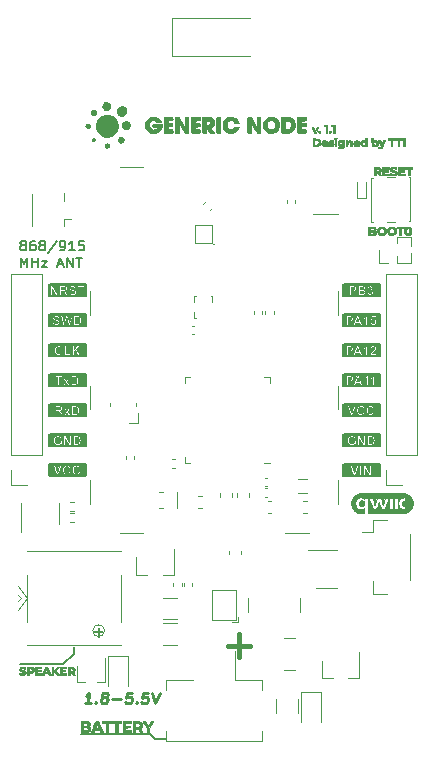
<source format=gto>
G04 #@! TF.GenerationSoftware,KiCad,Pcbnew,(5.1.7)-1*
G04 #@! TF.CreationDate,2021-07-01T14:18:12+04:00*
G04 #@! TF.ProjectId,pcb-stm32wl,7063622d-7374-46d3-9332-776c2e6b6963,1.1*
G04 #@! TF.SameCoordinates,PX8f0d180PY6422c40*
G04 #@! TF.FileFunction,Legend,Top*
G04 #@! TF.FilePolarity,Positive*
%FSLAX46Y46*%
G04 Gerber Fmt 4.6, Leading zero omitted, Abs format (unit mm)*
G04 Created by KiCad (PCBNEW (5.1.7)-1) date 2021-07-01 14:18:12*
%MOMM*%
%LPD*%
G01*
G04 APERTURE LIST*
%ADD10C,0.200000*%
%ADD11C,0.225000*%
%ADD12C,0.150000*%
%ADD13C,0.400000*%
%ADD14C,0.120000*%
%ADD15C,0.100000*%
%ADD16C,0.010000*%
G04 APERTURE END LIST*
D10*
X-16246191Y11395239D02*
X-16327143Y11433334D01*
X-16367620Y11471429D01*
X-16408096Y11547620D01*
X-16408096Y11585715D01*
X-16367620Y11661905D01*
X-16327143Y11700000D01*
X-16246191Y11738096D01*
X-16084286Y11738096D01*
X-16003334Y11700000D01*
X-15962858Y11661905D01*
X-15922381Y11585715D01*
X-15922381Y11547620D01*
X-15962858Y11471429D01*
X-16003334Y11433334D01*
X-16084286Y11395239D01*
X-16246191Y11395239D01*
X-16327143Y11357143D01*
X-16367620Y11319048D01*
X-16408096Y11242858D01*
X-16408096Y11090477D01*
X-16367620Y11014286D01*
X-16327143Y10976191D01*
X-16246191Y10938096D01*
X-16084286Y10938096D01*
X-16003334Y10976191D01*
X-15962858Y11014286D01*
X-15922381Y11090477D01*
X-15922381Y11242858D01*
X-15962858Y11319048D01*
X-16003334Y11357143D01*
X-16084286Y11395239D01*
X-15193810Y11738096D02*
X-15355715Y11738096D01*
X-15436667Y11700000D01*
X-15477143Y11661905D01*
X-15558096Y11547620D01*
X-15598572Y11395239D01*
X-15598572Y11090477D01*
X-15558096Y11014286D01*
X-15517620Y10976191D01*
X-15436667Y10938096D01*
X-15274762Y10938096D01*
X-15193810Y10976191D01*
X-15153334Y11014286D01*
X-15112858Y11090477D01*
X-15112858Y11280953D01*
X-15153334Y11357143D01*
X-15193810Y11395239D01*
X-15274762Y11433334D01*
X-15436667Y11433334D01*
X-15517620Y11395239D01*
X-15558096Y11357143D01*
X-15598572Y11280953D01*
X-14627143Y11395239D02*
X-14708096Y11433334D01*
X-14748572Y11471429D01*
X-14789048Y11547620D01*
X-14789048Y11585715D01*
X-14748572Y11661905D01*
X-14708096Y11700000D01*
X-14627143Y11738096D01*
X-14465239Y11738096D01*
X-14384286Y11700000D01*
X-14343810Y11661905D01*
X-14303334Y11585715D01*
X-14303334Y11547620D01*
X-14343810Y11471429D01*
X-14384286Y11433334D01*
X-14465239Y11395239D01*
X-14627143Y11395239D01*
X-14708096Y11357143D01*
X-14748572Y11319048D01*
X-14789048Y11242858D01*
X-14789048Y11090477D01*
X-14748572Y11014286D01*
X-14708096Y10976191D01*
X-14627143Y10938096D01*
X-14465239Y10938096D01*
X-14384286Y10976191D01*
X-14343810Y11014286D01*
X-14303334Y11090477D01*
X-14303334Y11242858D01*
X-14343810Y11319048D01*
X-14384286Y11357143D01*
X-14465239Y11395239D01*
X-13331905Y11776191D02*
X-14060477Y10747620D01*
X-13008096Y10938096D02*
X-12846191Y10938096D01*
X-12765239Y10976191D01*
X-12724762Y11014286D01*
X-12643810Y11128572D01*
X-12603334Y11280953D01*
X-12603334Y11585715D01*
X-12643810Y11661905D01*
X-12684286Y11700000D01*
X-12765239Y11738096D01*
X-12927143Y11738096D01*
X-13008096Y11700000D01*
X-13048572Y11661905D01*
X-13089048Y11585715D01*
X-13089048Y11395239D01*
X-13048572Y11319048D01*
X-13008096Y11280953D01*
X-12927143Y11242858D01*
X-12765239Y11242858D01*
X-12684286Y11280953D01*
X-12643810Y11319048D01*
X-12603334Y11395239D01*
X-11793810Y10938096D02*
X-12279524Y10938096D01*
X-12036667Y10938096D02*
X-12036667Y11738096D01*
X-12117620Y11623810D01*
X-12198572Y11547620D01*
X-12279524Y11509524D01*
X-11024762Y11738096D02*
X-11429524Y11738096D01*
X-11470000Y11357143D01*
X-11429524Y11395239D01*
X-11348572Y11433334D01*
X-11146191Y11433334D01*
X-11065239Y11395239D01*
X-11024762Y11357143D01*
X-10984286Y11280953D01*
X-10984286Y11090477D01*
X-11024762Y11014286D01*
X-11065239Y10976191D01*
X-11146191Y10938096D01*
X-11348572Y10938096D01*
X-11429524Y10976191D01*
X-11470000Y11014286D01*
X-16367620Y9538096D02*
X-16367620Y10338096D01*
X-16084286Y9766667D01*
X-15800953Y10338096D01*
X-15800953Y9538096D01*
X-15396191Y9538096D02*
X-15396191Y10338096D01*
X-15396191Y9957143D02*
X-14910477Y9957143D01*
X-14910477Y9538096D02*
X-14910477Y10338096D01*
X-14586667Y10071429D02*
X-14141429Y10071429D01*
X-14586667Y9538096D01*
X-14141429Y9538096D01*
X-13210477Y9766667D02*
X-12805715Y9766667D01*
X-13291429Y9538096D02*
X-13008096Y10338096D01*
X-12724762Y9538096D01*
X-12441429Y9538096D02*
X-12441429Y10338096D01*
X-11955715Y9538096D01*
X-11955715Y10338096D01*
X-11672381Y10338096D02*
X-11186667Y10338096D01*
X-11429524Y9538096D02*
X-11429524Y10338096D01*
D11*
X-10424584Y-27407142D02*
X-10967441Y-27407142D01*
X-10696012Y-27407142D02*
X-10583512Y-26507142D01*
X-10690060Y-26635714D01*
X-10791250Y-26721428D01*
X-10887084Y-26764285D01*
X-10006727Y-27321428D02*
X-9966846Y-27364285D01*
X-10017441Y-27407142D01*
X-10057322Y-27364285D01*
X-10006727Y-27321428D01*
X-10017441Y-27407142D01*
X-9365060Y-26892857D02*
X-9450179Y-26850000D01*
X-9490060Y-26807142D01*
X-9524584Y-26721428D01*
X-9519227Y-26678571D01*
X-9463274Y-26592857D01*
X-9412679Y-26550000D01*
X-9316846Y-26507142D01*
X-9135893Y-26507142D01*
X-9050774Y-26550000D01*
X-9010893Y-26592857D01*
X-8976370Y-26678571D01*
X-8981727Y-26721428D01*
X-9037679Y-26807142D01*
X-9088274Y-26850000D01*
X-9184108Y-26892857D01*
X-9365060Y-26892857D01*
X-9460893Y-26935714D01*
X-9511489Y-26978571D01*
X-9567441Y-27064285D01*
X-9588870Y-27235714D01*
X-9554346Y-27321428D01*
X-9514465Y-27364285D01*
X-9429346Y-27407142D01*
X-9248393Y-27407142D01*
X-9152560Y-27364285D01*
X-9101965Y-27321428D01*
X-9046012Y-27235714D01*
X-9024584Y-27064285D01*
X-9059108Y-26978571D01*
X-9098989Y-26935714D01*
X-9184108Y-26892857D01*
X-8617441Y-27064285D02*
X-7893631Y-27064285D01*
X-6919227Y-26507142D02*
X-7371608Y-26507142D01*
X-7470417Y-26935714D01*
X-7419822Y-26892857D01*
X-7323989Y-26850000D01*
X-7097798Y-26850000D01*
X-7012679Y-26892857D01*
X-6972798Y-26935714D01*
X-6938274Y-27021428D01*
X-6965060Y-27235714D01*
X-7021012Y-27321428D01*
X-7071608Y-27364285D01*
X-7167441Y-27407142D01*
X-7393631Y-27407142D01*
X-7478750Y-27364285D01*
X-7518631Y-27321428D01*
X-6568631Y-27321428D02*
X-6528750Y-27364285D01*
X-6579346Y-27407142D01*
X-6619227Y-27364285D01*
X-6568631Y-27321428D01*
X-6579346Y-27407142D01*
X-5562084Y-26507142D02*
X-6014465Y-26507142D01*
X-6113274Y-26935714D01*
X-6062679Y-26892857D01*
X-5966846Y-26850000D01*
X-5740655Y-26850000D01*
X-5655536Y-26892857D01*
X-5615655Y-26935714D01*
X-5581131Y-27021428D01*
X-5607917Y-27235714D01*
X-5663870Y-27321428D01*
X-5714465Y-27364285D01*
X-5810298Y-27407142D01*
X-6036489Y-27407142D01*
X-6121608Y-27364285D01*
X-6161489Y-27321428D01*
X-5245417Y-26507142D02*
X-5041250Y-27407142D01*
X-4612084Y-26507142D01*
D12*
X-11900000Y-23200000D02*
X-11900000Y-22600000D01*
X-12800000Y-24100000D02*
X-11900000Y-23200000D01*
X-16400000Y-24100000D02*
X-12800000Y-24100000D01*
X-5000000Y-30400000D02*
X-4100000Y-30400000D01*
X-5400000Y-30000000D02*
X-5000000Y-30400000D01*
X-11300000Y-30000000D02*
X-5400000Y-30000000D01*
D13*
X1167619Y-22518571D02*
X3072380Y-22518571D01*
X2120000Y-23470952D02*
X2120000Y-21566190D01*
D14*
X-1840000Y-17467836D02*
X-1840000Y-17252164D01*
X-2560000Y-17467836D02*
X-2560000Y-17252164D01*
D15*
X-150000Y11600000D02*
X-150000Y13100000D01*
X-150000Y13100000D02*
X-1650000Y13100000D01*
X-1650000Y13100000D02*
X-1650000Y11600000D01*
X-1650000Y11600000D02*
X-150000Y11600000D01*
D14*
X-60000Y11450000D02*
G75*
G02*
X60000Y11450000I60000J0D01*
G01*
D15*
X1550000Y-20530000D02*
X2000000Y-20530000D01*
X2000000Y-20530000D02*
X2000000Y-20080000D01*
X-150000Y-20380000D02*
X-150000Y-17780000D01*
X-150000Y-20380000D02*
X1850000Y-20380000D01*
X1850000Y-20380000D02*
X1850000Y-17780000D01*
X-150000Y-17780000D02*
X1850000Y-17780000D01*
D16*
G36*
X-9038452Y20003419D02*
G01*
X-8979640Y19976022D01*
X-8926359Y19924242D01*
X-8921435Y19917809D01*
X-8901290Y19872957D01*
X-8894234Y19817012D01*
X-8900268Y19760650D01*
X-8919392Y19714547D01*
X-8921435Y19711692D01*
X-8972777Y19660563D01*
X-9033153Y19629538D01*
X-9097680Y19620550D01*
X-9136550Y19626591D01*
X-9193894Y19654737D01*
X-9237838Y19701378D01*
X-9264888Y19761621D01*
X-9272017Y19816356D01*
X-9260871Y19883972D01*
X-9227614Y19939144D01*
X-9172516Y19981435D01*
X-9168010Y19983818D01*
X-9101630Y20006122D01*
X-9038452Y20003419D01*
G37*
X-9038452Y20003419D02*
X-8979640Y19976022D01*
X-8926359Y19924242D01*
X-8921435Y19917809D01*
X-8901290Y19872957D01*
X-8894234Y19817012D01*
X-8900268Y19760650D01*
X-8919392Y19714547D01*
X-8921435Y19711692D01*
X-8972777Y19660563D01*
X-9033153Y19629538D01*
X-9097680Y19620550D01*
X-9136550Y19626591D01*
X-9193894Y19654737D01*
X-9237838Y19701378D01*
X-9264888Y19761621D01*
X-9272017Y19816356D01*
X-9260871Y19883972D01*
X-9227614Y19939144D01*
X-9172516Y19981435D01*
X-9168010Y19983818D01*
X-9101630Y20006122D01*
X-9038452Y20003419D01*
G36*
X-7857885Y20541085D02*
G01*
X-7801867Y20524736D01*
X-7797019Y20522203D01*
X-7736046Y20475171D01*
X-7693808Y20414268D01*
X-7671833Y20344303D01*
X-7671647Y20270086D01*
X-7694072Y20197875D01*
X-7735852Y20138581D01*
X-7792921Y20095415D01*
X-7859734Y20070371D01*
X-7930745Y20065443D01*
X-8000409Y20082623D01*
X-8006776Y20085487D01*
X-8069997Y20128545D01*
X-8117359Y20188451D01*
X-8145587Y20259989D01*
X-8152230Y20317082D01*
X-8143448Y20360870D01*
X-8120436Y20411871D01*
X-8088438Y20460992D01*
X-8052698Y20499139D01*
X-8043061Y20506395D01*
X-7988415Y20531276D01*
X-7923379Y20543052D01*
X-7857885Y20541085D01*
G37*
X-7857885Y20541085D02*
X-7801867Y20524736D01*
X-7797019Y20522203D01*
X-7736046Y20475171D01*
X-7693808Y20414268D01*
X-7671833Y20344303D01*
X-7671647Y20270086D01*
X-7694072Y20197875D01*
X-7735852Y20138581D01*
X-7792921Y20095415D01*
X-7859734Y20070371D01*
X-7930745Y20065443D01*
X-8000409Y20082623D01*
X-8006776Y20085487D01*
X-8069997Y20128545D01*
X-8117359Y20188451D01*
X-8145587Y20259989D01*
X-8152230Y20317082D01*
X-8143448Y20360870D01*
X-8120436Y20411871D01*
X-8088438Y20460992D01*
X-8052698Y20499139D01*
X-8043061Y20506395D01*
X-7988415Y20531276D01*
X-7923379Y20543052D01*
X-7857885Y20541085D01*
G36*
X-10193167Y20443487D02*
G01*
X-10188412Y20441353D01*
X-10148587Y20410149D01*
X-10125370Y20366655D01*
X-10119740Y20317940D01*
X-10132676Y20271074D01*
X-10160132Y20237025D01*
X-10201675Y20217647D01*
X-10250791Y20215585D01*
X-10297039Y20230246D01*
X-10318228Y20245973D01*
X-10344713Y20286974D01*
X-10351138Y20331655D01*
X-10340668Y20375252D01*
X-10316469Y20412999D01*
X-10281709Y20440131D01*
X-10239553Y20451882D01*
X-10193167Y20443487D01*
G37*
X-10193167Y20443487D02*
X-10188412Y20441353D01*
X-10148587Y20410149D01*
X-10125370Y20366655D01*
X-10119740Y20317940D01*
X-10132676Y20271074D01*
X-10160132Y20237025D01*
X-10201675Y20217647D01*
X-10250791Y20215585D01*
X-10297039Y20230246D01*
X-10318228Y20245973D01*
X-10344713Y20286974D01*
X-10351138Y20331655D01*
X-10340668Y20375252D01*
X-10316469Y20412999D01*
X-10281709Y20440131D01*
X-10239553Y20451882D01*
X-10193167Y20443487D01*
G36*
X-9014552Y22414929D02*
G01*
X-8880057Y22394077D01*
X-8750079Y22353942D01*
X-8626911Y22295254D01*
X-8512846Y22218741D01*
X-8410179Y22125134D01*
X-8321202Y22015160D01*
X-8248210Y21889550D01*
X-8193494Y21749033D01*
X-8188457Y21731878D01*
X-8170244Y21643189D01*
X-8160573Y21541416D01*
X-8159559Y21435924D01*
X-8167318Y21336077D01*
X-8182588Y21256200D01*
X-8233137Y21115997D01*
X-8305569Y20983327D01*
X-8396703Y20863181D01*
X-8492404Y20769619D01*
X-8562153Y20719285D01*
X-8647966Y20670007D01*
X-8740736Y20626235D01*
X-8831353Y20592417D01*
X-8885058Y20577822D01*
X-8972337Y20564692D01*
X-9071371Y20559526D01*
X-9170991Y20562361D01*
X-9260031Y20573234D01*
X-9276250Y20576523D01*
X-9419124Y20620632D01*
X-9553245Y20686944D01*
X-9675408Y20773137D01*
X-9782405Y20876891D01*
X-9871030Y20995884D01*
X-9883000Y21015685D01*
X-9940483Y21136528D01*
X-9980778Y21270629D01*
X-10002891Y21411680D01*
X-10005829Y21553370D01*
X-9988890Y21688000D01*
X-9952223Y21809905D01*
X-9894909Y21931753D01*
X-9820881Y22047087D01*
X-9734070Y22149445D01*
X-9674516Y22204420D01*
X-9551836Y22290921D01*
X-9422207Y22354494D01*
X-9287921Y22395866D01*
X-9151271Y22415768D01*
X-9014552Y22414929D01*
G37*
X-9014552Y22414929D02*
X-8880057Y22394077D01*
X-8750079Y22353942D01*
X-8626911Y22295254D01*
X-8512846Y22218741D01*
X-8410179Y22125134D01*
X-8321202Y22015160D01*
X-8248210Y21889550D01*
X-8193494Y21749033D01*
X-8188457Y21731878D01*
X-8170244Y21643189D01*
X-8160573Y21541416D01*
X-8159559Y21435924D01*
X-8167318Y21336077D01*
X-8182588Y21256200D01*
X-8233137Y21115997D01*
X-8305569Y20983327D01*
X-8396703Y20863181D01*
X-8492404Y20769619D01*
X-8562153Y20719285D01*
X-8647966Y20670007D01*
X-8740736Y20626235D01*
X-8831353Y20592417D01*
X-8885058Y20577822D01*
X-8972337Y20564692D01*
X-9071371Y20559526D01*
X-9170991Y20562361D01*
X-9260031Y20573234D01*
X-9276250Y20576523D01*
X-9419124Y20620632D01*
X-9553245Y20686944D01*
X-9675408Y20773137D01*
X-9782405Y20876891D01*
X-9871030Y20995884D01*
X-9883000Y21015685D01*
X-9940483Y21136528D01*
X-9980778Y21270629D01*
X-10002891Y21411680D01*
X-10005829Y21553370D01*
X-9988890Y21688000D01*
X-9952223Y21809905D01*
X-9894909Y21931753D01*
X-9820881Y22047087D01*
X-9734070Y22149445D01*
X-9674516Y22204420D01*
X-9551836Y22290921D01*
X-9422207Y22354494D01*
X-9287921Y22395866D01*
X-9151271Y22415768D01*
X-9014552Y22414929D01*
G36*
X-5035984Y22245658D02*
G01*
X-4916009Y22215884D01*
X-4802919Y22167514D01*
X-4700314Y22102237D01*
X-4611792Y22021745D01*
X-4540952Y21927728D01*
X-4516560Y21883023D01*
X-4501029Y21848374D01*
X-4495310Y21823536D01*
X-4502174Y21806886D01*
X-4524393Y21796796D01*
X-4564738Y21791641D01*
X-4625980Y21789796D01*
X-4675808Y21789600D01*
X-4845012Y21789600D01*
X-4901631Y21848286D01*
X-4969757Y21906845D01*
X-5041238Y21942540D01*
X-5121660Y21957804D01*
X-5155100Y21958759D01*
X-5245505Y21947723D01*
X-5324443Y21915038D01*
X-5395251Y21859177D01*
X-5412415Y21841032D01*
X-5463452Y21772321D01*
X-5494764Y21699212D01*
X-5508303Y21615656D01*
X-5508071Y21544356D01*
X-5494376Y21446546D01*
X-5463787Y21364794D01*
X-5414291Y21294573D01*
X-5383285Y21263686D01*
X-5324666Y21218338D01*
X-5265538Y21190899D01*
X-5197049Y21178087D01*
X-5146856Y21176052D01*
X-5054725Y21185908D01*
X-4973381Y21214954D01*
X-4906610Y21261499D01*
X-4874776Y21297592D01*
X-4849843Y21333586D01*
X-4836817Y21359525D01*
X-4838021Y21377053D01*
X-4855777Y21387811D01*
X-4892410Y21393442D01*
X-4950243Y21395589D01*
X-5013845Y21395900D01*
X-5091428Y21396278D01*
X-5147208Y21398887D01*
X-5184782Y21405945D01*
X-5207746Y21419667D01*
X-5219697Y21442270D01*
X-5224233Y21475970D01*
X-5224950Y21522983D01*
X-5224950Y21525975D01*
X-5224818Y21564296D01*
X-5222665Y21594689D01*
X-5215854Y21618073D01*
X-5201749Y21635365D01*
X-5177714Y21647483D01*
X-5141113Y21655345D01*
X-5089310Y21659870D01*
X-5019669Y21661976D01*
X-4929553Y21662581D01*
X-4832669Y21662600D01*
X-4723188Y21662557D01*
X-4636458Y21661880D01*
X-4569831Y21659747D01*
X-4520659Y21655334D01*
X-4486294Y21647821D01*
X-4464088Y21636384D01*
X-4451392Y21620202D01*
X-4445559Y21598452D01*
X-4443940Y21570313D01*
X-4443900Y21541886D01*
X-4454904Y21439022D01*
X-4485856Y21332147D01*
X-4533669Y21227951D01*
X-4595254Y21133122D01*
X-4667523Y21054350D01*
X-4670006Y21052143D01*
X-4739702Y21000252D01*
X-4823758Y20952423D01*
X-4911208Y20914648D01*
X-4938109Y20905665D01*
X-4994917Y20893416D01*
X-5067236Y20885116D01*
X-5145414Y20881247D01*
X-5219797Y20882292D01*
X-5279794Y20888565D01*
X-5401393Y20922589D01*
X-5512863Y20977796D01*
X-5612079Y21051449D01*
X-5696916Y21140810D01*
X-5765248Y21243143D01*
X-5814950Y21355711D01*
X-5843898Y21475777D01*
X-5849967Y21600603D01*
X-5848642Y21621218D01*
X-5826183Y21751851D01*
X-5781685Y21871429D01*
X-5716746Y21978201D01*
X-5632963Y22070416D01*
X-5531931Y22146321D01*
X-5415249Y22204164D01*
X-5284512Y22242193D01*
X-5282199Y22242654D01*
X-5159247Y22255145D01*
X-5035984Y22245658D01*
G37*
X-5035984Y22245658D02*
X-4916009Y22215884D01*
X-4802919Y22167514D01*
X-4700314Y22102237D01*
X-4611792Y22021745D01*
X-4540952Y21927728D01*
X-4516560Y21883023D01*
X-4501029Y21848374D01*
X-4495310Y21823536D01*
X-4502174Y21806886D01*
X-4524393Y21796796D01*
X-4564738Y21791641D01*
X-4625980Y21789796D01*
X-4675808Y21789600D01*
X-4845012Y21789600D01*
X-4901631Y21848286D01*
X-4969757Y21906845D01*
X-5041238Y21942540D01*
X-5121660Y21957804D01*
X-5155100Y21958759D01*
X-5245505Y21947723D01*
X-5324443Y21915038D01*
X-5395251Y21859177D01*
X-5412415Y21841032D01*
X-5463452Y21772321D01*
X-5494764Y21699212D01*
X-5508303Y21615656D01*
X-5508071Y21544356D01*
X-5494376Y21446546D01*
X-5463787Y21364794D01*
X-5414291Y21294573D01*
X-5383285Y21263686D01*
X-5324666Y21218338D01*
X-5265538Y21190899D01*
X-5197049Y21178087D01*
X-5146856Y21176052D01*
X-5054725Y21185908D01*
X-4973381Y21214954D01*
X-4906610Y21261499D01*
X-4874776Y21297592D01*
X-4849843Y21333586D01*
X-4836817Y21359525D01*
X-4838021Y21377053D01*
X-4855777Y21387811D01*
X-4892410Y21393442D01*
X-4950243Y21395589D01*
X-5013845Y21395900D01*
X-5091428Y21396278D01*
X-5147208Y21398887D01*
X-5184782Y21405945D01*
X-5207746Y21419667D01*
X-5219697Y21442270D01*
X-5224233Y21475970D01*
X-5224950Y21522983D01*
X-5224950Y21525975D01*
X-5224818Y21564296D01*
X-5222665Y21594689D01*
X-5215854Y21618073D01*
X-5201749Y21635365D01*
X-5177714Y21647483D01*
X-5141113Y21655345D01*
X-5089310Y21659870D01*
X-5019669Y21661976D01*
X-4929553Y21662581D01*
X-4832669Y21662600D01*
X-4723188Y21662557D01*
X-4636458Y21661880D01*
X-4569831Y21659747D01*
X-4520659Y21655334D01*
X-4486294Y21647821D01*
X-4464088Y21636384D01*
X-4451392Y21620202D01*
X-4445559Y21598452D01*
X-4443940Y21570313D01*
X-4443900Y21541886D01*
X-4454904Y21439022D01*
X-4485856Y21332147D01*
X-4533669Y21227951D01*
X-4595254Y21133122D01*
X-4667523Y21054350D01*
X-4670006Y21052143D01*
X-4739702Y21000252D01*
X-4823758Y20952423D01*
X-4911208Y20914648D01*
X-4938109Y20905665D01*
X-4994917Y20893416D01*
X-5067236Y20885116D01*
X-5145414Y20881247D01*
X-5219797Y20882292D01*
X-5279794Y20888565D01*
X-5401393Y20922589D01*
X-5512863Y20977796D01*
X-5612079Y21051449D01*
X-5696916Y21140810D01*
X-5765248Y21243143D01*
X-5814950Y21355711D01*
X-5843898Y21475777D01*
X-5849967Y21600603D01*
X-5848642Y21621218D01*
X-5826183Y21751851D01*
X-5781685Y21871429D01*
X-5716746Y21978201D01*
X-5632963Y22070416D01*
X-5531931Y22146321D01*
X-5415249Y22204164D01*
X-5284512Y22242193D01*
X-5282199Y22242654D01*
X-5159247Y22255145D01*
X-5035984Y22245658D01*
G36*
X1450261Y22254207D02*
G01*
X1586654Y22232421D01*
X1709004Y22189613D01*
X1818289Y22125245D01*
X1915482Y22038780D01*
X1977625Y21963763D01*
X2012280Y21910779D01*
X2039836Y21857306D01*
X2058554Y21808232D01*
X2066694Y21768443D01*
X2062518Y21742827D01*
X2057906Y21738165D01*
X2038299Y21733457D01*
X1999247Y21729621D01*
X1946704Y21727092D01*
X1895614Y21726295D01*
X1833172Y21726468D01*
X1790897Y21727860D01*
X1763559Y21731482D01*
X1745924Y21738342D01*
X1732761Y21749452D01*
X1724164Y21759383D01*
X1661819Y21831278D01*
X1608515Y21884160D01*
X1560028Y21920675D01*
X1512136Y21943472D01*
X1460615Y21955200D01*
X1406657Y21958486D01*
X1316382Y21947367D01*
X1235241Y21914386D01*
X1165743Y21862200D01*
X1110398Y21793471D01*
X1071717Y21710855D01*
X1052209Y21617012D01*
X1050364Y21581076D01*
X1058576Y21479858D01*
X1086583Y21392214D01*
X1135776Y21314215D01*
X1151205Y21296143D01*
X1216201Y21236211D01*
X1285275Y21198993D01*
X1364211Y21181861D01*
X1406651Y21180000D01*
X1471119Y21184186D01*
X1526876Y21198571D01*
X1578467Y21225902D01*
X1630441Y21268922D01*
X1687342Y21330377D01*
X1718650Y21368362D01*
X1729673Y21379901D01*
X1744001Y21387680D01*
X1766419Y21392434D01*
X1801711Y21394897D01*
X1854661Y21395801D01*
X1898266Y21395900D01*
X1972044Y21395308D01*
X2022841Y21391802D01*
X2053074Y21382786D01*
X2065160Y21365666D01*
X2061516Y21337848D01*
X2044560Y21296736D01*
X2026078Y21258688D01*
X1958663Y21150249D01*
X1872348Y21057321D01*
X1769714Y20981863D01*
X1653342Y20925833D01*
X1546952Y20895233D01*
X1470259Y20881936D01*
X1404805Y20877565D01*
X1338165Y20881825D01*
X1288202Y20889104D01*
X1165355Y20921977D01*
X1051060Y20976720D01*
X948460Y21050709D01*
X860696Y21141321D01*
X790909Y21245932D01*
X749848Y21338750D01*
X728850Y21420956D01*
X717079Y21515473D01*
X715010Y21612203D01*
X723118Y21701052D01*
X730990Y21738800D01*
X774799Y21858808D01*
X838917Y21966740D01*
X920562Y22060604D01*
X1016955Y22138409D01*
X1125315Y22198162D01*
X1242862Y22237870D01*
X1366815Y22255542D01*
X1450261Y22254207D01*
G37*
X1450261Y22254207D02*
X1586654Y22232421D01*
X1709004Y22189613D01*
X1818289Y22125245D01*
X1915482Y22038780D01*
X1977625Y21963763D01*
X2012280Y21910779D01*
X2039836Y21857306D01*
X2058554Y21808232D01*
X2066694Y21768443D01*
X2062518Y21742827D01*
X2057906Y21738165D01*
X2038299Y21733457D01*
X1999247Y21729621D01*
X1946704Y21727092D01*
X1895614Y21726295D01*
X1833172Y21726468D01*
X1790897Y21727860D01*
X1763559Y21731482D01*
X1745924Y21738342D01*
X1732761Y21749452D01*
X1724164Y21759383D01*
X1661819Y21831278D01*
X1608515Y21884160D01*
X1560028Y21920675D01*
X1512136Y21943472D01*
X1460615Y21955200D01*
X1406657Y21958486D01*
X1316382Y21947367D01*
X1235241Y21914386D01*
X1165743Y21862200D01*
X1110398Y21793471D01*
X1071717Y21710855D01*
X1052209Y21617012D01*
X1050364Y21581076D01*
X1058576Y21479858D01*
X1086583Y21392214D01*
X1135776Y21314215D01*
X1151205Y21296143D01*
X1216201Y21236211D01*
X1285275Y21198993D01*
X1364211Y21181861D01*
X1406651Y21180000D01*
X1471119Y21184186D01*
X1526876Y21198571D01*
X1578467Y21225902D01*
X1630441Y21268922D01*
X1687342Y21330377D01*
X1718650Y21368362D01*
X1729673Y21379901D01*
X1744001Y21387680D01*
X1766419Y21392434D01*
X1801711Y21394897D01*
X1854661Y21395801D01*
X1898266Y21395900D01*
X1972044Y21395308D01*
X2022841Y21391802D01*
X2053074Y21382786D01*
X2065160Y21365666D01*
X2061516Y21337848D01*
X2044560Y21296736D01*
X2026078Y21258688D01*
X1958663Y21150249D01*
X1872348Y21057321D01*
X1769714Y20981863D01*
X1653342Y20925833D01*
X1546952Y20895233D01*
X1470259Y20881936D01*
X1404805Y20877565D01*
X1338165Y20881825D01*
X1288202Y20889104D01*
X1165355Y20921977D01*
X1051060Y20976720D01*
X948460Y21050709D01*
X860696Y21141321D01*
X790909Y21245932D01*
X749848Y21338750D01*
X728850Y21420956D01*
X717079Y21515473D01*
X715010Y21612203D01*
X723118Y21701052D01*
X730990Y21738800D01*
X774799Y21858808D01*
X838917Y21966740D01*
X920562Y22060604D01*
X1016955Y22138409D01*
X1125315Y22198162D01*
X1242862Y22237870D01*
X1366815Y22255542D01*
X1450261Y22254207D01*
G36*
X4953733Y22241907D02*
G01*
X4954100Y22241830D01*
X5082246Y22202984D01*
X5195987Y22144938D01*
X5294134Y22070102D01*
X5375502Y21980883D01*
X5438902Y21879688D01*
X5483148Y21768926D01*
X5507052Y21651005D01*
X5509428Y21528331D01*
X5489089Y21403314D01*
X5444847Y21278361D01*
X5437164Y21262012D01*
X5370845Y21153016D01*
X5286658Y21060102D01*
X5187548Y20984788D01*
X5076456Y20928594D01*
X4956325Y20893039D01*
X4830099Y20879641D01*
X4712424Y20887984D01*
X4580779Y20919939D01*
X4462037Y20971438D01*
X4357922Y21040572D01*
X4270158Y21125433D01*
X4200470Y21224115D01*
X4150580Y21334709D01*
X4122214Y21455308D01*
X4116087Y21547794D01*
X4117908Y21568403D01*
X4452805Y21568403D01*
X4452807Y21567618D01*
X4454893Y21506845D01*
X4462045Y21460495D01*
X4476360Y21417762D01*
X4486138Y21395900D01*
X4536063Y21314229D01*
X4599606Y21248858D01*
X4672812Y21203606D01*
X4693750Y21195324D01*
X4742075Y21185263D01*
X4804049Y21181540D01*
X4868726Y21184154D01*
X4925159Y21193102D01*
X4933576Y21195379D01*
X4985250Y21220496D01*
X5039323Y21263078D01*
X5089589Y21316689D01*
X5129842Y21374896D01*
X5150672Y21420465D01*
X5171635Y21517198D01*
X5171434Y21611593D01*
X5151976Y21700603D01*
X5115165Y21781177D01*
X5062907Y21850265D01*
X4997107Y21904819D01*
X4919671Y21941788D01*
X4832504Y21958123D01*
X4814400Y21958645D01*
X4719294Y21947954D01*
X4636852Y21915246D01*
X4567069Y21860518D01*
X4509939Y21783766D01*
X4494168Y21754226D01*
X4472181Y21706286D01*
X4459616Y21666817D01*
X4453986Y21624597D01*
X4452805Y21568403D01*
X4117908Y21568403D01*
X4127868Y21681110D01*
X4161267Y21804880D01*
X4214175Y21917359D01*
X4284484Y22016800D01*
X4370088Y22101459D01*
X4468877Y22169589D01*
X4578744Y22219445D01*
X4697581Y22249280D01*
X4823280Y22257350D01*
X4953733Y22241907D01*
G37*
X4953733Y22241907D02*
X4954100Y22241830D01*
X5082246Y22202984D01*
X5195987Y22144938D01*
X5294134Y22070102D01*
X5375502Y21980883D01*
X5438902Y21879688D01*
X5483148Y21768926D01*
X5507052Y21651005D01*
X5509428Y21528331D01*
X5489089Y21403314D01*
X5444847Y21278361D01*
X5437164Y21262012D01*
X5370845Y21153016D01*
X5286658Y21060102D01*
X5187548Y20984788D01*
X5076456Y20928594D01*
X4956325Y20893039D01*
X4830099Y20879641D01*
X4712424Y20887984D01*
X4580779Y20919939D01*
X4462037Y20971438D01*
X4357922Y21040572D01*
X4270158Y21125433D01*
X4200470Y21224115D01*
X4150580Y21334709D01*
X4122214Y21455308D01*
X4116087Y21547794D01*
X4117908Y21568403D01*
X4452805Y21568403D01*
X4452807Y21567618D01*
X4454893Y21506845D01*
X4462045Y21460495D01*
X4476360Y21417762D01*
X4486138Y21395900D01*
X4536063Y21314229D01*
X4599606Y21248858D01*
X4672812Y21203606D01*
X4693750Y21195324D01*
X4742075Y21185263D01*
X4804049Y21181540D01*
X4868726Y21184154D01*
X4925159Y21193102D01*
X4933576Y21195379D01*
X4985250Y21220496D01*
X5039323Y21263078D01*
X5089589Y21316689D01*
X5129842Y21374896D01*
X5150672Y21420465D01*
X5171635Y21517198D01*
X5171434Y21611593D01*
X5151976Y21700603D01*
X5115165Y21781177D01*
X5062907Y21850265D01*
X4997107Y21904819D01*
X4919671Y21941788D01*
X4832504Y21958123D01*
X4814400Y21958645D01*
X4719294Y21947954D01*
X4636852Y21915246D01*
X4567069Y21860518D01*
X4509939Y21783766D01*
X4494168Y21754226D01*
X4472181Y21706286D01*
X4459616Y21666817D01*
X4453986Y21624597D01*
X4452805Y21568403D01*
X4117908Y21568403D01*
X4127868Y21681110D01*
X4161267Y21804880D01*
X4214175Y21917359D01*
X4284484Y22016800D01*
X4370088Y22101459D01*
X4468877Y22169589D01*
X4578744Y22219445D01*
X4697581Y22249280D01*
X4823280Y22257350D01*
X4953733Y22241907D01*
G36*
X-3786920Y22233830D02*
G01*
X-3706700Y22232918D01*
X-3646209Y22231215D01*
X-3602616Y22228573D01*
X-3573086Y22224841D01*
X-3554787Y22219871D01*
X-3547803Y22216074D01*
X-3535446Y22203464D01*
X-3527991Y22183948D01*
X-3524282Y22151668D01*
X-3523166Y22100767D01*
X-3523150Y22091026D01*
X-3523442Y22037593D01*
X-3526644Y21998748D01*
X-3536245Y21972166D01*
X-3555736Y21955524D01*
X-3588608Y21946497D01*
X-3638348Y21942763D01*
X-3708449Y21941996D01*
X-3746956Y21942000D01*
X-3935900Y21942000D01*
X-3935900Y21726100D01*
X-3760528Y21726100D01*
X-3680125Y21725761D01*
X-3621635Y21723260D01*
X-3581573Y21716380D01*
X-3556451Y21702900D01*
X-3542783Y21680598D01*
X-3537083Y21647256D01*
X-3535864Y21600653D01*
X-3535850Y21583026D01*
X-3536185Y21528986D01*
X-3539548Y21489894D01*
X-3549476Y21463331D01*
X-3569506Y21446879D01*
X-3603177Y21438118D01*
X-3654025Y21434630D01*
X-3725589Y21433996D01*
X-3753782Y21434000D01*
X-3936854Y21434000D01*
X-3929550Y21199050D01*
X-3739396Y21192700D01*
X-3666242Y21190121D01*
X-3614363Y21187565D01*
X-3579645Y21184271D01*
X-3557976Y21179480D01*
X-3545243Y21172431D01*
X-3537331Y21162365D01*
X-3533209Y21154600D01*
X-3524560Y21124914D01*
X-3518663Y21080713D01*
X-3516988Y21042898D01*
X-3518417Y20995724D01*
X-3524586Y20965204D01*
X-3537901Y20942700D01*
X-3547973Y20931773D01*
X-3579146Y20900600D01*
X-3888047Y20900600D01*
X-3987639Y20900829D01*
X-4064936Y20901636D01*
X-4123045Y20903203D01*
X-4165067Y20905712D01*
X-4194108Y20909346D01*
X-4213270Y20914285D01*
X-4225175Y20920371D01*
X-4253400Y20940141D01*
X-4253400Y21566102D01*
X-4253357Y21708643D01*
X-4253176Y21827936D01*
X-4252779Y21926136D01*
X-4252090Y22005395D01*
X-4251031Y22067866D01*
X-4249525Y22115703D01*
X-4247494Y22151058D01*
X-4244861Y22176084D01*
X-4241550Y22192935D01*
X-4237482Y22203764D01*
X-4232580Y22210723D01*
X-4230175Y22213082D01*
X-4220261Y22219668D01*
X-4204828Y22224740D01*
X-4180792Y22228490D01*
X-4145068Y22231107D01*
X-4094570Y22232783D01*
X-4026215Y22233707D01*
X-3936917Y22234069D01*
X-3889703Y22234100D01*
X-3786920Y22233830D01*
G37*
X-3786920Y22233830D02*
X-3706700Y22232918D01*
X-3646209Y22231215D01*
X-3602616Y22228573D01*
X-3573086Y22224841D01*
X-3554787Y22219871D01*
X-3547803Y22216074D01*
X-3535446Y22203464D01*
X-3527991Y22183948D01*
X-3524282Y22151668D01*
X-3523166Y22100767D01*
X-3523150Y22091026D01*
X-3523442Y22037593D01*
X-3526644Y21998748D01*
X-3536245Y21972166D01*
X-3555736Y21955524D01*
X-3588608Y21946497D01*
X-3638348Y21942763D01*
X-3708449Y21941996D01*
X-3746956Y21942000D01*
X-3935900Y21942000D01*
X-3935900Y21726100D01*
X-3760528Y21726100D01*
X-3680125Y21725761D01*
X-3621635Y21723260D01*
X-3581573Y21716380D01*
X-3556451Y21702900D01*
X-3542783Y21680598D01*
X-3537083Y21647256D01*
X-3535864Y21600653D01*
X-3535850Y21583026D01*
X-3536185Y21528986D01*
X-3539548Y21489894D01*
X-3549476Y21463331D01*
X-3569506Y21446879D01*
X-3603177Y21438118D01*
X-3654025Y21434630D01*
X-3725589Y21433996D01*
X-3753782Y21434000D01*
X-3936854Y21434000D01*
X-3929550Y21199050D01*
X-3739396Y21192700D01*
X-3666242Y21190121D01*
X-3614363Y21187565D01*
X-3579645Y21184271D01*
X-3557976Y21179480D01*
X-3545243Y21172431D01*
X-3537331Y21162365D01*
X-3533209Y21154600D01*
X-3524560Y21124914D01*
X-3518663Y21080713D01*
X-3516988Y21042898D01*
X-3518417Y20995724D01*
X-3524586Y20965204D01*
X-3537901Y20942700D01*
X-3547973Y20931773D01*
X-3579146Y20900600D01*
X-3888047Y20900600D01*
X-3987639Y20900829D01*
X-4064936Y20901636D01*
X-4123045Y20903203D01*
X-4165067Y20905712D01*
X-4194108Y20909346D01*
X-4213270Y20914285D01*
X-4225175Y20920371D01*
X-4253400Y20940141D01*
X-4253400Y21566102D01*
X-4253357Y21708643D01*
X-4253176Y21827936D01*
X-4252779Y21926136D01*
X-4252090Y22005395D01*
X-4251031Y22067866D01*
X-4249525Y22115703D01*
X-4247494Y22151058D01*
X-4244861Y22176084D01*
X-4241550Y22192935D01*
X-4237482Y22203764D01*
X-4232580Y22210723D01*
X-4230175Y22213082D01*
X-4220261Y22219668D01*
X-4204828Y22224740D01*
X-4180792Y22228490D01*
X-4145068Y22231107D01*
X-4094570Y22232783D01*
X-4026215Y22233707D01*
X-3936917Y22234069D01*
X-3889703Y22234100D01*
X-3786920Y22233830D01*
G36*
X-2386895Y22234371D02*
G01*
X-2349148Y22233906D01*
X-2297985Y22232782D01*
X-2256119Y22229956D01*
X-2230400Y22225960D01*
X-2226477Y22224381D01*
X-2216700Y22216637D01*
X-2208517Y22206144D01*
X-2201787Y22190738D01*
X-2196368Y22168253D01*
X-2192119Y22136525D01*
X-2188900Y22093388D01*
X-2186570Y22036679D01*
X-2184987Y21964232D01*
X-2184011Y21873882D01*
X-2183501Y21763464D01*
X-2183316Y21630814D01*
X-2183300Y21561258D01*
X-2183300Y20962946D01*
X-2214473Y20931773D01*
X-2232468Y20916254D01*
X-2252715Y20906928D01*
X-2281996Y20902256D01*
X-2327095Y20900697D01*
X-2351746Y20900600D01*
X-2412225Y20902647D01*
X-2456381Y20908397D01*
X-2478609Y20916475D01*
X-2490089Y20930709D01*
X-2513244Y20963911D01*
X-2546358Y21013461D01*
X-2587717Y21076745D01*
X-2635607Y21151142D01*
X-2688313Y21234037D01*
X-2730247Y21300650D01*
X-2785482Y21388649D01*
X-2837055Y21470598D01*
X-2883261Y21543802D01*
X-2922391Y21605564D01*
X-2952738Y21653187D01*
X-2972593Y21683974D01*
X-2979541Y21694350D01*
X-2984725Y21699132D01*
X-2988771Y21695960D01*
X-2991772Y21682479D01*
X-2993821Y21656337D01*
X-2995011Y21615179D01*
X-2995433Y21556652D01*
X-2995180Y21478402D01*
X-2994345Y21378076D01*
X-2993855Y21329975D01*
X-2992862Y21214745D01*
X-2992614Y21122556D01*
X-2993184Y21051059D01*
X-2994645Y20997904D01*
X-2997066Y20960741D01*
X-3000520Y20937220D01*
X-3005079Y20924993D01*
X-3006246Y20923575D01*
X-3028678Y20914073D01*
X-3072801Y20906869D01*
X-3133584Y20902618D01*
X-3189477Y20901230D01*
X-3226616Y20902988D01*
X-3251552Y20908862D01*
X-3270839Y20919826D01*
X-3275839Y20923713D01*
X-3307250Y20949141D01*
X-3311020Y21531296D01*
X-3311636Y21651943D01*
X-3311902Y21765917D01*
X-3311832Y21870464D01*
X-3311445Y21962835D01*
X-3310755Y22040277D01*
X-3309779Y22100039D01*
X-3308534Y22139369D01*
X-3307346Y22154317D01*
X-3298044Y22189226D01*
X-3282176Y22212330D01*
X-3255079Y22225957D01*
X-3212088Y22232437D01*
X-3148539Y22234100D01*
X-3147593Y22234100D01*
X-3089555Y22233110D01*
X-3051196Y22229514D01*
X-3026851Y22222371D01*
X-3011651Y22211551D01*
X-2999958Y22195757D01*
X-2976734Y22160869D01*
X-2943635Y22109500D01*
X-2902318Y22044265D01*
X-2854439Y21967777D01*
X-2801655Y21882650D01*
X-2750093Y21798801D01*
X-2695056Y21709226D01*
X-2644143Y21626893D01*
X-2598874Y21554224D01*
X-2560774Y21493640D01*
X-2531364Y21447562D01*
X-2512167Y21418412D01*
X-2504746Y21408600D01*
X-2503317Y21420791D01*
X-2502268Y21455330D01*
X-2501615Y21509168D01*
X-2501375Y21579256D01*
X-2501564Y21662546D01*
X-2502198Y21755988D01*
X-2502663Y21803409D01*
X-2504087Y21919595D01*
X-2504997Y22012881D01*
X-2504501Y22085763D01*
X-2501710Y22140738D01*
X-2495732Y22180303D01*
X-2485679Y22206956D01*
X-2470659Y22223192D01*
X-2449782Y22231508D01*
X-2422158Y22234402D01*
X-2386895Y22234371D01*
G37*
X-2386895Y22234371D02*
X-2349148Y22233906D01*
X-2297985Y22232782D01*
X-2256119Y22229956D01*
X-2230400Y22225960D01*
X-2226477Y22224381D01*
X-2216700Y22216637D01*
X-2208517Y22206144D01*
X-2201787Y22190738D01*
X-2196368Y22168253D01*
X-2192119Y22136525D01*
X-2188900Y22093388D01*
X-2186570Y22036679D01*
X-2184987Y21964232D01*
X-2184011Y21873882D01*
X-2183501Y21763464D01*
X-2183316Y21630814D01*
X-2183300Y21561258D01*
X-2183300Y20962946D01*
X-2214473Y20931773D01*
X-2232468Y20916254D01*
X-2252715Y20906928D01*
X-2281996Y20902256D01*
X-2327095Y20900697D01*
X-2351746Y20900600D01*
X-2412225Y20902647D01*
X-2456381Y20908397D01*
X-2478609Y20916475D01*
X-2490089Y20930709D01*
X-2513244Y20963911D01*
X-2546358Y21013461D01*
X-2587717Y21076745D01*
X-2635607Y21151142D01*
X-2688313Y21234037D01*
X-2730247Y21300650D01*
X-2785482Y21388649D01*
X-2837055Y21470598D01*
X-2883261Y21543802D01*
X-2922391Y21605564D01*
X-2952738Y21653187D01*
X-2972593Y21683974D01*
X-2979541Y21694350D01*
X-2984725Y21699132D01*
X-2988771Y21695960D01*
X-2991772Y21682479D01*
X-2993821Y21656337D01*
X-2995011Y21615179D01*
X-2995433Y21556652D01*
X-2995180Y21478402D01*
X-2994345Y21378076D01*
X-2993855Y21329975D01*
X-2992862Y21214745D01*
X-2992614Y21122556D01*
X-2993184Y21051059D01*
X-2994645Y20997904D01*
X-2997066Y20960741D01*
X-3000520Y20937220D01*
X-3005079Y20924993D01*
X-3006246Y20923575D01*
X-3028678Y20914073D01*
X-3072801Y20906869D01*
X-3133584Y20902618D01*
X-3189477Y20901230D01*
X-3226616Y20902988D01*
X-3251552Y20908862D01*
X-3270839Y20919826D01*
X-3275839Y20923713D01*
X-3307250Y20949141D01*
X-3311020Y21531296D01*
X-3311636Y21651943D01*
X-3311902Y21765917D01*
X-3311832Y21870464D01*
X-3311445Y21962835D01*
X-3310755Y22040277D01*
X-3309779Y22100039D01*
X-3308534Y22139369D01*
X-3307346Y22154317D01*
X-3298044Y22189226D01*
X-3282176Y22212330D01*
X-3255079Y22225957D01*
X-3212088Y22232437D01*
X-3148539Y22234100D01*
X-3147593Y22234100D01*
X-3089555Y22233110D01*
X-3051196Y22229514D01*
X-3026851Y22222371D01*
X-3011651Y22211551D01*
X-2999958Y22195757D01*
X-2976734Y22160869D01*
X-2943635Y22109500D01*
X-2902318Y22044265D01*
X-2854439Y21967777D01*
X-2801655Y21882650D01*
X-2750093Y21798801D01*
X-2695056Y21709226D01*
X-2644143Y21626893D01*
X-2598874Y21554224D01*
X-2560774Y21493640D01*
X-2531364Y21447562D01*
X-2512167Y21418412D01*
X-2504746Y21408600D01*
X-2503317Y21420791D01*
X-2502268Y21455330D01*
X-2501615Y21509168D01*
X-2501375Y21579256D01*
X-2501564Y21662546D01*
X-2502198Y21755988D01*
X-2502663Y21803409D01*
X-2504087Y21919595D01*
X-2504997Y22012881D01*
X-2504501Y22085763D01*
X-2501710Y22140738D01*
X-2495732Y22180303D01*
X-2485679Y22206956D01*
X-2470659Y22223192D01*
X-2449782Y22231508D01*
X-2422158Y22234402D01*
X-2386895Y22234371D01*
G36*
X-1383757Y22233406D02*
G01*
X-1320096Y22230887D01*
X-1273688Y22225454D01*
X-1241819Y22216005D01*
X-1221776Y22201441D01*
X-1210844Y22180660D01*
X-1206308Y22152564D01*
X-1205455Y22116051D01*
X-1205595Y22084875D01*
X-1207175Y22035238D01*
X-1211172Y21994144D01*
X-1216777Y21969376D01*
X-1217800Y21967400D01*
X-1227771Y21959609D01*
X-1248849Y21953636D01*
X-1284503Y21949054D01*
X-1338203Y21945435D01*
X-1413420Y21942352D01*
X-1423980Y21942000D01*
X-1618150Y21935650D01*
X-1625528Y21726100D01*
X-1442832Y21726100D01*
X-1362418Y21725745D01*
X-1303918Y21723144D01*
X-1263846Y21716000D01*
X-1238715Y21702011D01*
X-1225040Y21678878D01*
X-1219335Y21644302D01*
X-1218114Y21595982D01*
X-1218100Y21577844D01*
X-1218703Y21526776D01*
X-1222845Y21489608D01*
X-1234026Y21464036D01*
X-1255746Y21447757D01*
X-1291505Y21438467D01*
X-1344803Y21433864D01*
X-1419139Y21431644D01*
X-1440936Y21431201D01*
X-1618150Y21427650D01*
X-1618150Y21199050D01*
X-1423980Y21192700D01*
X-1345968Y21189653D01*
X-1289887Y21186120D01*
X-1252264Y21181675D01*
X-1229632Y21175891D01*
X-1218519Y21168338D01*
X-1217800Y21167300D01*
X-1212006Y21145970D01*
X-1207689Y21107031D01*
X-1205655Y21058266D01*
X-1205595Y21049825D01*
X-1205486Y21006762D01*
X-1207158Y20972886D01*
X-1213325Y20947097D01*
X-1226702Y20928295D01*
X-1250003Y20915379D01*
X-1285943Y20907248D01*
X-1337235Y20902803D01*
X-1406595Y20900944D01*
X-1496736Y20900569D01*
X-1573700Y20900600D01*
X-1671953Y20900701D01*
X-1747980Y20901158D01*
X-1804955Y20902207D01*
X-1846052Y20904083D01*
X-1874446Y20907022D01*
X-1893309Y20911258D01*
X-1905816Y20917027D01*
X-1915140Y20924563D01*
X-1916600Y20926000D01*
X-1922414Y20932535D01*
X-1927266Y20940955D01*
X-1931243Y20953453D01*
X-1934432Y20972224D01*
X-1936920Y20999461D01*
X-1938793Y21037357D01*
X-1940139Y21088108D01*
X-1941045Y21153906D01*
X-1941597Y21236946D01*
X-1941882Y21339420D01*
X-1941987Y21463524D01*
X-1942000Y21567350D01*
X-1941971Y21708361D01*
X-1941824Y21826165D01*
X-1941472Y21922957D01*
X-1940830Y22000930D01*
X-1939809Y22062279D01*
X-1938324Y22109196D01*
X-1936286Y22143876D01*
X-1933610Y22168512D01*
X-1930209Y22185299D01*
X-1925995Y22196429D01*
X-1920881Y22204098D01*
X-1916600Y22208700D01*
X-1907497Y22216553D01*
X-1895737Y22222598D01*
X-1878147Y22227072D01*
X-1851554Y22230210D01*
X-1812783Y22232246D01*
X-1758661Y22233417D01*
X-1686013Y22233956D01*
X-1591665Y22234099D01*
X-1573700Y22234101D01*
X-1467388Y22234110D01*
X-1383757Y22233406D01*
G37*
X-1383757Y22233406D02*
X-1320096Y22230887D01*
X-1273688Y22225454D01*
X-1241819Y22216005D01*
X-1221776Y22201441D01*
X-1210844Y22180660D01*
X-1206308Y22152564D01*
X-1205455Y22116051D01*
X-1205595Y22084875D01*
X-1207175Y22035238D01*
X-1211172Y21994144D01*
X-1216777Y21969376D01*
X-1217800Y21967400D01*
X-1227771Y21959609D01*
X-1248849Y21953636D01*
X-1284503Y21949054D01*
X-1338203Y21945435D01*
X-1413420Y21942352D01*
X-1423980Y21942000D01*
X-1618150Y21935650D01*
X-1625528Y21726100D01*
X-1442832Y21726100D01*
X-1362418Y21725745D01*
X-1303918Y21723144D01*
X-1263846Y21716000D01*
X-1238715Y21702011D01*
X-1225040Y21678878D01*
X-1219335Y21644302D01*
X-1218114Y21595982D01*
X-1218100Y21577844D01*
X-1218703Y21526776D01*
X-1222845Y21489608D01*
X-1234026Y21464036D01*
X-1255746Y21447757D01*
X-1291505Y21438467D01*
X-1344803Y21433864D01*
X-1419139Y21431644D01*
X-1440936Y21431201D01*
X-1618150Y21427650D01*
X-1618150Y21199050D01*
X-1423980Y21192700D01*
X-1345968Y21189653D01*
X-1289887Y21186120D01*
X-1252264Y21181675D01*
X-1229632Y21175891D01*
X-1218519Y21168338D01*
X-1217800Y21167300D01*
X-1212006Y21145970D01*
X-1207689Y21107031D01*
X-1205655Y21058266D01*
X-1205595Y21049825D01*
X-1205486Y21006762D01*
X-1207158Y20972886D01*
X-1213325Y20947097D01*
X-1226702Y20928295D01*
X-1250003Y20915379D01*
X-1285943Y20907248D01*
X-1337235Y20902803D01*
X-1406595Y20900944D01*
X-1496736Y20900569D01*
X-1573700Y20900600D01*
X-1671953Y20900701D01*
X-1747980Y20901158D01*
X-1804955Y20902207D01*
X-1846052Y20904083D01*
X-1874446Y20907022D01*
X-1893309Y20911258D01*
X-1905816Y20917027D01*
X-1915140Y20924563D01*
X-1916600Y20926000D01*
X-1922414Y20932535D01*
X-1927266Y20940955D01*
X-1931243Y20953453D01*
X-1934432Y20972224D01*
X-1936920Y20999461D01*
X-1938793Y21037357D01*
X-1940139Y21088108D01*
X-1941045Y21153906D01*
X-1941597Y21236946D01*
X-1941882Y21339420D01*
X-1941987Y21463524D01*
X-1942000Y21567350D01*
X-1941971Y21708361D01*
X-1941824Y21826165D01*
X-1941472Y21922957D01*
X-1940830Y22000930D01*
X-1939809Y22062279D01*
X-1938324Y22109196D01*
X-1936286Y22143876D01*
X-1933610Y22168512D01*
X-1930209Y22185299D01*
X-1925995Y22196429D01*
X-1920881Y22204098D01*
X-1916600Y22208700D01*
X-1907497Y22216553D01*
X-1895737Y22222598D01*
X-1878147Y22227072D01*
X-1851554Y22230210D01*
X-1812783Y22232246D01*
X-1758661Y22233417D01*
X-1686013Y22233956D01*
X-1591665Y22234099D01*
X-1573700Y22234101D01*
X-1467388Y22234110D01*
X-1383757Y22233406D01*
G36*
X-566098Y22231676D02*
G01*
X-456598Y22225709D01*
X-366199Y22214911D01*
X-291848Y22198439D01*
X-230492Y22175447D01*
X-179079Y22145090D01*
X-134556Y22106523D01*
X-101369Y22068586D01*
X-48708Y21985280D01*
X-17374Y21893818D01*
X-5882Y21789672D01*
X-5765Y21776900D01*
X-16243Y21668158D01*
X-47729Y21573659D01*
X-100299Y21493297D01*
X-174030Y21426963D01*
X-268998Y21374549D01*
X-300355Y21362000D01*
X-308956Y21357391D01*
X-312129Y21349826D01*
X-308234Y21336694D01*
X-295633Y21315389D01*
X-272689Y21283300D01*
X-237762Y21237820D01*
X-189216Y21176340D01*
X-163326Y21143809D01*
X-106432Y21071768D01*
X-64320Y21016764D01*
X-35399Y20976416D01*
X-18076Y20948340D01*
X-10760Y20930157D01*
X-11859Y20919485D01*
X-12652Y20918384D01*
X-26026Y20910385D01*
X-52891Y20905014D01*
X-96856Y20901897D01*
X-161530Y20900661D01*
X-184606Y20900600D01*
X-252626Y20901109D01*
X-299922Y20903023D01*
X-331158Y20906921D01*
X-350995Y20913383D01*
X-364025Y20922918D01*
X-378224Y20940068D01*
X-404299Y20974296D01*
X-439512Y21021901D01*
X-481127Y21079185D01*
X-525950Y21141803D01*
X-665650Y21338371D01*
X-668893Y21141711D01*
X-670604Y21058010D01*
X-674067Y20996341D01*
X-681521Y20953337D01*
X-695206Y20925635D01*
X-717361Y20909870D01*
X-750223Y20902677D01*
X-796033Y20900692D01*
X-829332Y20900600D01*
X-893830Y20902795D01*
X-937274Y20909779D01*
X-961275Y20920371D01*
X-989500Y20940141D01*
X-989500Y21561000D01*
X-672680Y21561000D01*
X-588088Y21561000D01*
X-535303Y21563265D01*
X-485011Y21569137D01*
X-455030Y21575522D01*
X-396500Y21605218D01*
X-353982Y21651999D01*
X-329922Y21711477D01*
X-326769Y21779262D01*
X-330072Y21799646D01*
X-351880Y21854804D01*
X-391807Y21895014D01*
X-451003Y21920938D01*
X-530622Y21933240D01*
X-564050Y21934457D01*
X-665650Y21935650D01*
X-672680Y21561000D01*
X-989500Y21561000D01*
X-989500Y22194560D01*
X-961275Y22214330D01*
X-946710Y22221558D01*
X-924293Y22226828D01*
X-890419Y22230405D01*
X-841480Y22232554D01*
X-773869Y22233540D01*
X-697750Y22233657D01*
X-566098Y22231676D01*
G37*
X-566098Y22231676D02*
X-456598Y22225709D01*
X-366199Y22214911D01*
X-291848Y22198439D01*
X-230492Y22175447D01*
X-179079Y22145090D01*
X-134556Y22106523D01*
X-101369Y22068586D01*
X-48708Y21985280D01*
X-17374Y21893818D01*
X-5882Y21789672D01*
X-5765Y21776900D01*
X-16243Y21668158D01*
X-47729Y21573659D01*
X-100299Y21493297D01*
X-174030Y21426963D01*
X-268998Y21374549D01*
X-300355Y21362000D01*
X-308956Y21357391D01*
X-312129Y21349826D01*
X-308234Y21336694D01*
X-295633Y21315389D01*
X-272689Y21283300D01*
X-237762Y21237820D01*
X-189216Y21176340D01*
X-163326Y21143809D01*
X-106432Y21071768D01*
X-64320Y21016764D01*
X-35399Y20976416D01*
X-18076Y20948340D01*
X-10760Y20930157D01*
X-11859Y20919485D01*
X-12652Y20918384D01*
X-26026Y20910385D01*
X-52891Y20905014D01*
X-96856Y20901897D01*
X-161530Y20900661D01*
X-184606Y20900600D01*
X-252626Y20901109D01*
X-299922Y20903023D01*
X-331158Y20906921D01*
X-350995Y20913383D01*
X-364025Y20922918D01*
X-378224Y20940068D01*
X-404299Y20974296D01*
X-439512Y21021901D01*
X-481127Y21079185D01*
X-525950Y21141803D01*
X-665650Y21338371D01*
X-668893Y21141711D01*
X-670604Y21058010D01*
X-674067Y20996341D01*
X-681521Y20953337D01*
X-695206Y20925635D01*
X-717361Y20909870D01*
X-750223Y20902677D01*
X-796033Y20900692D01*
X-829332Y20900600D01*
X-893830Y20902795D01*
X-937274Y20909779D01*
X-961275Y20920371D01*
X-989500Y20940141D01*
X-989500Y21561000D01*
X-672680Y21561000D01*
X-588088Y21561000D01*
X-535303Y21563265D01*
X-485011Y21569137D01*
X-455030Y21575522D01*
X-396500Y21605218D01*
X-353982Y21651999D01*
X-329922Y21711477D01*
X-326769Y21779262D01*
X-330072Y21799646D01*
X-351880Y21854804D01*
X-391807Y21895014D01*
X-451003Y21920938D01*
X-530622Y21933240D01*
X-564050Y21934457D01*
X-665650Y21935650D01*
X-672680Y21561000D01*
X-989500Y21561000D01*
X-989500Y22194560D01*
X-961275Y22214330D01*
X-946710Y22221558D01*
X-924293Y22226828D01*
X-890419Y22230405D01*
X-841480Y22232554D01*
X-773869Y22233540D01*
X-697750Y22233657D01*
X-566098Y22231676D01*
G36*
X326349Y22234521D02*
G01*
X352777Y22234100D01*
X390266Y22234803D01*
X421804Y22235572D01*
X447901Y22234403D01*
X469068Y22229290D01*
X485815Y22218228D01*
X498652Y22199212D01*
X508090Y22170235D01*
X514638Y22129292D01*
X518807Y22074378D01*
X521108Y22003488D01*
X522050Y21914615D01*
X522143Y21805755D01*
X521899Y21674901D01*
X521800Y21569778D01*
X521693Y21425159D01*
X521337Y21303900D01*
X520672Y21203962D01*
X519642Y21123308D01*
X518188Y21059897D01*
X516253Y21011691D01*
X513781Y20976651D01*
X510712Y20952738D01*
X506990Y20937914D01*
X503787Y20931603D01*
X491393Y20919666D01*
X471568Y20911749D01*
X438958Y20906734D01*
X388212Y20903504D01*
X364714Y20902571D01*
X308011Y20900911D01*
X270559Y20901629D01*
X246239Y20905852D01*
X228932Y20914710D01*
X212521Y20929330D01*
X210924Y20930921D01*
X178194Y20963651D01*
X181722Y21580856D01*
X182357Y21726968D01*
X182802Y21849708D01*
X183587Y21951095D01*
X185239Y22033146D01*
X188288Y22097880D01*
X193261Y22147316D01*
X200686Y22183470D01*
X211094Y22208362D01*
X225011Y22224010D01*
X242967Y22232431D01*
X265489Y22235645D01*
X293107Y22235668D01*
X326349Y22234521D01*
G37*
X326349Y22234521D02*
X352777Y22234100D01*
X390266Y22234803D01*
X421804Y22235572D01*
X447901Y22234403D01*
X469068Y22229290D01*
X485815Y22218228D01*
X498652Y22199212D01*
X508090Y22170235D01*
X514638Y22129292D01*
X518807Y22074378D01*
X521108Y22003488D01*
X522050Y21914615D01*
X522143Y21805755D01*
X521899Y21674901D01*
X521800Y21569778D01*
X521693Y21425159D01*
X521337Y21303900D01*
X520672Y21203962D01*
X519642Y21123308D01*
X518188Y21059897D01*
X516253Y21011691D01*
X513781Y20976651D01*
X510712Y20952738D01*
X506990Y20937914D01*
X503787Y20931603D01*
X491393Y20919666D01*
X471568Y20911749D01*
X438958Y20906734D01*
X388212Y20903504D01*
X364714Y20902571D01*
X308011Y20900911D01*
X270559Y20901629D01*
X246239Y20905852D01*
X228932Y20914710D01*
X212521Y20929330D01*
X210924Y20930921D01*
X178194Y20963651D01*
X181722Y21580856D01*
X182357Y21726968D01*
X182802Y21849708D01*
X183587Y21951095D01*
X185239Y22033146D01*
X188288Y22097880D01*
X193261Y22147316D01*
X200686Y22183470D01*
X211094Y22208362D01*
X225011Y22224010D01*
X242967Y22232431D01*
X265489Y22235645D01*
X293107Y22235668D01*
X326349Y22234521D01*
G36*
X2936613Y22234553D02*
G01*
X2962968Y22234100D01*
X3021219Y22232873D01*
X3059993Y22228546D01*
X3085125Y22220152D01*
X3097118Y22211875D01*
X3109599Y22196046D01*
X3133512Y22161163D01*
X3167140Y22109904D01*
X3208762Y22044946D01*
X3256661Y21968965D01*
X3309116Y21884638D01*
X3351962Y21815000D01*
X3406459Y21726125D01*
X3457278Y21643483D01*
X3502766Y21569743D01*
X3541271Y21507575D01*
X3571140Y21459649D01*
X3590721Y21428634D01*
X3597811Y21417869D01*
X3602452Y21415244D01*
X3606053Y21423013D01*
X3608687Y21443369D01*
X3610427Y21478505D01*
X3611343Y21530615D01*
X3611509Y21601890D01*
X3610998Y21694525D01*
X3610097Y21790439D01*
X3608721Y21908450D01*
X3607896Y22003529D01*
X3608467Y22078141D01*
X3611281Y22134752D01*
X3617183Y22175827D01*
X3627018Y22203831D01*
X3641632Y22221232D01*
X3661872Y22230494D01*
X3688582Y22234082D01*
X3722608Y22234463D01*
X3762268Y22234100D01*
X3798443Y22234778D01*
X3828874Y22235474D01*
X3854055Y22234180D01*
X3874478Y22228891D01*
X3890636Y22217600D01*
X3903022Y22198301D01*
X3912128Y22168986D01*
X3918447Y22127649D01*
X3922472Y22072284D01*
X3924696Y22000884D01*
X3925610Y21911443D01*
X3925709Y21801953D01*
X3925485Y21670409D01*
X3925400Y21569778D01*
X3925292Y21425028D01*
X3924931Y21303646D01*
X3924260Y21203602D01*
X3923221Y21122863D01*
X3921758Y21059400D01*
X3919814Y21011181D01*
X3917330Y20976175D01*
X3914252Y20952350D01*
X3910521Y20937677D01*
X3907480Y20931748D01*
X3893308Y20918778D01*
X3869953Y20910425D01*
X3831611Y20905287D01*
X3786722Y20902571D01*
X3734219Y20901257D01*
X3688374Y20902006D01*
X3657674Y20904640D01*
X3654075Y20905383D01*
X3642305Y20913058D01*
X3624402Y20932568D01*
X3599300Y20965465D01*
X3565930Y21013300D01*
X3523226Y21077621D01*
X3470120Y21159982D01*
X3405545Y21261931D01*
X3373387Y21313132D01*
X3316585Y21403591D01*
X3264075Y21486897D01*
X3217362Y21560684D01*
X3177954Y21622586D01*
X3147357Y21670238D01*
X3127077Y21701274D01*
X3118621Y21713327D01*
X3118498Y21713400D01*
X3117727Y21701222D01*
X3117481Y21666761D01*
X3117732Y21613128D01*
X3118452Y21543434D01*
X3119615Y21460791D01*
X3121193Y21368309D01*
X3121835Y21334342D01*
X3123887Y21226355D01*
X3125290Y21140883D01*
X3125901Y21075048D01*
X3125579Y21025970D01*
X3124182Y20990769D01*
X3121568Y20966567D01*
X3117597Y20950483D01*
X3112125Y20939639D01*
X3105013Y20931155D01*
X3101841Y20927942D01*
X3084598Y20914097D01*
X3062657Y20905833D01*
X3029437Y20901791D01*
X2978357Y20900614D01*
X2969375Y20900600D01*
X2904832Y20902710D01*
X2861273Y20909443D01*
X2836025Y20920371D01*
X2807800Y20940141D01*
X2807800Y21566102D01*
X2807633Y21713909D01*
X2807442Y21838320D01*
X2807693Y21941335D01*
X2808848Y22024953D01*
X2811373Y22091173D01*
X2815732Y22141995D01*
X2822390Y22179418D01*
X2831810Y22205442D01*
X2844458Y22222066D01*
X2860798Y22231290D01*
X2881294Y22235113D01*
X2906411Y22235534D01*
X2936613Y22234553D01*
G37*
X2936613Y22234553D02*
X2962968Y22234100D01*
X3021219Y22232873D01*
X3059993Y22228546D01*
X3085125Y22220152D01*
X3097118Y22211875D01*
X3109599Y22196046D01*
X3133512Y22161163D01*
X3167140Y22109904D01*
X3208762Y22044946D01*
X3256661Y21968965D01*
X3309116Y21884638D01*
X3351962Y21815000D01*
X3406459Y21726125D01*
X3457278Y21643483D01*
X3502766Y21569743D01*
X3541271Y21507575D01*
X3571140Y21459649D01*
X3590721Y21428634D01*
X3597811Y21417869D01*
X3602452Y21415244D01*
X3606053Y21423013D01*
X3608687Y21443369D01*
X3610427Y21478505D01*
X3611343Y21530615D01*
X3611509Y21601890D01*
X3610998Y21694525D01*
X3610097Y21790439D01*
X3608721Y21908450D01*
X3607896Y22003529D01*
X3608467Y22078141D01*
X3611281Y22134752D01*
X3617183Y22175827D01*
X3627018Y22203831D01*
X3641632Y22221232D01*
X3661872Y22230494D01*
X3688582Y22234082D01*
X3722608Y22234463D01*
X3762268Y22234100D01*
X3798443Y22234778D01*
X3828874Y22235474D01*
X3854055Y22234180D01*
X3874478Y22228891D01*
X3890636Y22217600D01*
X3903022Y22198301D01*
X3912128Y22168986D01*
X3918447Y22127649D01*
X3922472Y22072284D01*
X3924696Y22000884D01*
X3925610Y21911443D01*
X3925709Y21801953D01*
X3925485Y21670409D01*
X3925400Y21569778D01*
X3925292Y21425028D01*
X3924931Y21303646D01*
X3924260Y21203602D01*
X3923221Y21122863D01*
X3921758Y21059400D01*
X3919814Y21011181D01*
X3917330Y20976175D01*
X3914252Y20952350D01*
X3910521Y20937677D01*
X3907480Y20931748D01*
X3893308Y20918778D01*
X3869953Y20910425D01*
X3831611Y20905287D01*
X3786722Y20902571D01*
X3734219Y20901257D01*
X3688374Y20902006D01*
X3657674Y20904640D01*
X3654075Y20905383D01*
X3642305Y20913058D01*
X3624402Y20932568D01*
X3599300Y20965465D01*
X3565930Y21013300D01*
X3523226Y21077621D01*
X3470120Y21159982D01*
X3405545Y21261931D01*
X3373387Y21313132D01*
X3316585Y21403591D01*
X3264075Y21486897D01*
X3217362Y21560684D01*
X3177954Y21622586D01*
X3147357Y21670238D01*
X3127077Y21701274D01*
X3118621Y21713327D01*
X3118498Y21713400D01*
X3117727Y21701222D01*
X3117481Y21666761D01*
X3117732Y21613128D01*
X3118452Y21543434D01*
X3119615Y21460791D01*
X3121193Y21368309D01*
X3121835Y21334342D01*
X3123887Y21226355D01*
X3125290Y21140883D01*
X3125901Y21075048D01*
X3125579Y21025970D01*
X3124182Y20990769D01*
X3121568Y20966567D01*
X3117597Y20950483D01*
X3112125Y20939639D01*
X3105013Y20931155D01*
X3101841Y20927942D01*
X3084598Y20914097D01*
X3062657Y20905833D01*
X3029437Y20901791D01*
X2978357Y20900614D01*
X2969375Y20900600D01*
X2904832Y20902710D01*
X2861273Y20909443D01*
X2836025Y20920371D01*
X2807800Y20940141D01*
X2807800Y21566102D01*
X2807633Y21713909D01*
X2807442Y21838320D01*
X2807693Y21941335D01*
X2808848Y22024953D01*
X2811373Y22091173D01*
X2815732Y22141995D01*
X2822390Y22179418D01*
X2831810Y22205442D01*
X2844458Y22222066D01*
X2860798Y22231290D01*
X2881294Y22235113D01*
X2906411Y22235534D01*
X2936613Y22234553D01*
G36*
X6101860Y22232193D02*
G01*
X6212603Y22227075D01*
X6305065Y22217777D01*
X6382730Y22203584D01*
X6449085Y22183781D01*
X6507612Y22157656D01*
X6561799Y22124493D01*
X6584896Y22107691D01*
X6669945Y22027521D01*
X6737999Y21930606D01*
X6788028Y21819954D01*
X6819007Y21698573D01*
X6829908Y21569471D01*
X6819703Y21435656D01*
X6818008Y21425213D01*
X6786107Y21297478D01*
X6736380Y21187794D01*
X6668562Y21095858D01*
X6582387Y21021369D01*
X6477589Y20964026D01*
X6382850Y20931035D01*
X6346020Y20922957D01*
X6297965Y20916518D01*
X6235344Y20911465D01*
X6154817Y20907543D01*
X6053044Y20904500D01*
X6024863Y20903868D01*
X5743076Y20897870D01*
X5710185Y20930760D01*
X5677294Y20963651D01*
X5680803Y21577548D01*
X6020900Y21577548D01*
X6021217Y21483228D01*
X6022113Y21397174D01*
X6023505Y21322658D01*
X6025311Y21262953D01*
X6027449Y21221332D01*
X6029836Y21201069D01*
X6030425Y21199760D01*
X6048357Y21195147D01*
X6084783Y21194409D01*
X6133197Y21196934D01*
X6187094Y21202110D01*
X6239967Y21209324D01*
X6285309Y21217964D01*
X6314378Y21226484D01*
X6368144Y21259534D01*
X6417403Y21310632D01*
X6456004Y21372479D01*
X6472036Y21413526D01*
X6485643Y21484379D01*
X6490034Y21566520D01*
X6485291Y21648598D01*
X6471492Y21719266D01*
X6469837Y21724591D01*
X6436276Y21796480D01*
X6387787Y21857356D01*
X6329658Y21901070D01*
X6310115Y21910335D01*
X6268714Y21922180D01*
X6210970Y21932074D01*
X6145934Y21938509D01*
X6138375Y21938961D01*
X6020900Y21945461D01*
X6020900Y21577548D01*
X5680803Y21577548D01*
X5680822Y21580856D01*
X5681663Y21722070D01*
X5682497Y21840048D01*
X5683417Y21936953D01*
X5684522Y22014950D01*
X5685906Y22076201D01*
X5687665Y22122870D01*
X5689896Y22157122D01*
X5692695Y22181119D01*
X5696157Y22197026D01*
X5700379Y22207006D01*
X5705457Y22213222D01*
X5709002Y22216081D01*
X5723919Y22222811D01*
X5749734Y22227727D01*
X5789690Y22231050D01*
X5847033Y22233001D01*
X5925005Y22233803D01*
X5969352Y22233845D01*
X6101860Y22232193D01*
G37*
X6101860Y22232193D02*
X6212603Y22227075D01*
X6305065Y22217777D01*
X6382730Y22203584D01*
X6449085Y22183781D01*
X6507612Y22157656D01*
X6561799Y22124493D01*
X6584896Y22107691D01*
X6669945Y22027521D01*
X6737999Y21930606D01*
X6788028Y21819954D01*
X6819007Y21698573D01*
X6829908Y21569471D01*
X6819703Y21435656D01*
X6818008Y21425213D01*
X6786107Y21297478D01*
X6736380Y21187794D01*
X6668562Y21095858D01*
X6582387Y21021369D01*
X6477589Y20964026D01*
X6382850Y20931035D01*
X6346020Y20922957D01*
X6297965Y20916518D01*
X6235344Y20911465D01*
X6154817Y20907543D01*
X6053044Y20904500D01*
X6024863Y20903868D01*
X5743076Y20897870D01*
X5710185Y20930760D01*
X5677294Y20963651D01*
X5680803Y21577548D01*
X6020900Y21577548D01*
X6021217Y21483228D01*
X6022113Y21397174D01*
X6023505Y21322658D01*
X6025311Y21262953D01*
X6027449Y21221332D01*
X6029836Y21201069D01*
X6030425Y21199760D01*
X6048357Y21195147D01*
X6084783Y21194409D01*
X6133197Y21196934D01*
X6187094Y21202110D01*
X6239967Y21209324D01*
X6285309Y21217964D01*
X6314378Y21226484D01*
X6368144Y21259534D01*
X6417403Y21310632D01*
X6456004Y21372479D01*
X6472036Y21413526D01*
X6485643Y21484379D01*
X6490034Y21566520D01*
X6485291Y21648598D01*
X6471492Y21719266D01*
X6469837Y21724591D01*
X6436276Y21796480D01*
X6387787Y21857356D01*
X6329658Y21901070D01*
X6310115Y21910335D01*
X6268714Y21922180D01*
X6210970Y21932074D01*
X6145934Y21938509D01*
X6138375Y21938961D01*
X6020900Y21945461D01*
X6020900Y21577548D01*
X5680803Y21577548D01*
X5680822Y21580856D01*
X5681663Y21722070D01*
X5682497Y21840048D01*
X5683417Y21936953D01*
X5684522Y22014950D01*
X5685906Y22076201D01*
X5687665Y22122870D01*
X5689896Y22157122D01*
X5692695Y22181119D01*
X5696157Y22197026D01*
X5700379Y22207006D01*
X5705457Y22213222D01*
X5709002Y22216081D01*
X5723919Y22222811D01*
X5749734Y22227727D01*
X5789690Y22231050D01*
X5847033Y22233001D01*
X5925005Y22233803D01*
X5969352Y22233845D01*
X6101860Y22232193D01*
G36*
X7597040Y22233393D02*
G01*
X7660270Y22230825D01*
X7706285Y22225285D01*
X7737811Y22215649D01*
X7757576Y22200795D01*
X7768308Y22179601D01*
X7772733Y22150944D01*
X7773578Y22113701D01*
X7773500Y22083669D01*
X7772922Y22033966D01*
X7768889Y21997607D01*
X7757949Y21972416D01*
X7736651Y21956217D01*
X7701544Y21946835D01*
X7649177Y21942094D01*
X7576099Y21939819D01*
X7544302Y21939190D01*
X7360750Y21935650D01*
X7353372Y21726100D01*
X7537316Y21726100D01*
X7617478Y21725630D01*
X7675736Y21722697D01*
X7715585Y21715016D01*
X7740520Y21700303D01*
X7754035Y21676275D01*
X7759627Y21640647D01*
X7760791Y21591135D01*
X7760800Y21580050D01*
X7760079Y21527660D01*
X7755589Y21489586D01*
X7743833Y21463544D01*
X7721316Y21447250D01*
X7684543Y21438418D01*
X7630017Y21434766D01*
X7554245Y21434006D01*
X7537353Y21434000D01*
X7353446Y21434000D01*
X7360750Y21199050D01*
X7554920Y21192700D01*
X7632932Y21189653D01*
X7689013Y21186120D01*
X7726636Y21181675D01*
X7749268Y21175891D01*
X7760381Y21168338D01*
X7761100Y21167300D01*
X7766962Y21145864D01*
X7771298Y21106962D01*
X7773267Y21058522D01*
X7773305Y21052253D01*
X7773587Y21009871D01*
X7772408Y20976640D01*
X7767023Y20951415D01*
X7754683Y20933053D01*
X7732642Y20920408D01*
X7698153Y20912337D01*
X7648468Y20907695D01*
X7580840Y20905338D01*
X7492523Y20904121D01*
X7415765Y20903323D01*
X7314887Y20902371D01*
X7236304Y20902162D01*
X7176918Y20902842D01*
X7133632Y20904560D01*
X7103348Y20907461D01*
X7082969Y20911692D01*
X7069395Y20917400D01*
X7065475Y20919918D01*
X7036900Y20940141D01*
X7036900Y22194560D01*
X7065125Y22214330D01*
X7077645Y22220628D01*
X7097029Y22225472D01*
X7126349Y22229041D01*
X7168678Y22231511D01*
X7227089Y22233059D01*
X7304653Y22233863D01*
X7404444Y22234100D01*
X7408025Y22234100D01*
X7513868Y22234111D01*
X7597040Y22233393D01*
G37*
X7597040Y22233393D02*
X7660270Y22230825D01*
X7706285Y22225285D01*
X7737811Y22215649D01*
X7757576Y22200795D01*
X7768308Y22179601D01*
X7772733Y22150944D01*
X7773578Y22113701D01*
X7773500Y22083669D01*
X7772922Y22033966D01*
X7768889Y21997607D01*
X7757949Y21972416D01*
X7736651Y21956217D01*
X7701544Y21946835D01*
X7649177Y21942094D01*
X7576099Y21939819D01*
X7544302Y21939190D01*
X7360750Y21935650D01*
X7353372Y21726100D01*
X7537316Y21726100D01*
X7617478Y21725630D01*
X7675736Y21722697D01*
X7715585Y21715016D01*
X7740520Y21700303D01*
X7754035Y21676275D01*
X7759627Y21640647D01*
X7760791Y21591135D01*
X7760800Y21580050D01*
X7760079Y21527660D01*
X7755589Y21489586D01*
X7743833Y21463544D01*
X7721316Y21447250D01*
X7684543Y21438418D01*
X7630017Y21434766D01*
X7554245Y21434006D01*
X7537353Y21434000D01*
X7353446Y21434000D01*
X7360750Y21199050D01*
X7554920Y21192700D01*
X7632932Y21189653D01*
X7689013Y21186120D01*
X7726636Y21181675D01*
X7749268Y21175891D01*
X7760381Y21168338D01*
X7761100Y21167300D01*
X7766962Y21145864D01*
X7771298Y21106962D01*
X7773267Y21058522D01*
X7773305Y21052253D01*
X7773587Y21009871D01*
X7772408Y20976640D01*
X7767023Y20951415D01*
X7754683Y20933053D01*
X7732642Y20920408D01*
X7698153Y20912337D01*
X7648468Y20907695D01*
X7580840Y20905338D01*
X7492523Y20904121D01*
X7415765Y20903323D01*
X7314887Y20902371D01*
X7236304Y20902162D01*
X7176918Y20902842D01*
X7133632Y20904560D01*
X7103348Y20907461D01*
X7082969Y20911692D01*
X7069395Y20917400D01*
X7065475Y20919918D01*
X7036900Y20940141D01*
X7036900Y22194560D01*
X7065125Y22214330D01*
X7077645Y22220628D01*
X7097029Y22225472D01*
X7126349Y22229041D01*
X7168678Y22231511D01*
X7227089Y22233059D01*
X7304653Y22233863D01*
X7404444Y22234100D01*
X7408025Y22234100D01*
X7513868Y22234111D01*
X7597040Y22233393D01*
G36*
X-7384016Y21864883D02*
G01*
X-7315989Y21842769D01*
X-7254667Y21802105D01*
X-7224612Y21774359D01*
X-7171951Y21705125D01*
X-7140458Y21627191D01*
X-7129424Y21544761D01*
X-7138138Y21462038D01*
X-7165892Y21383228D01*
X-7211976Y21312533D01*
X-7275681Y21254160D01*
X-7316548Y21229552D01*
X-7366856Y21211952D01*
X-7429902Y21200847D01*
X-7493904Y21197539D01*
X-7547080Y21203332D01*
X-7549050Y21203833D01*
X-7617552Y21230324D01*
X-7679305Y21273881D01*
X-7717346Y21311399D01*
X-7768725Y21384224D01*
X-7797843Y21463962D01*
X-7805444Y21546762D01*
X-7792274Y21628776D01*
X-7759078Y21706153D01*
X-7706602Y21775045D01*
X-7635590Y21831602D01*
X-7614258Y21843772D01*
X-7575415Y21860164D01*
X-7531345Y21868825D01*
X-7472527Y21871547D01*
X-7466500Y21871562D01*
X-7384016Y21864883D01*
G37*
X-7384016Y21864883D02*
X-7315989Y21842769D01*
X-7254667Y21802105D01*
X-7224612Y21774359D01*
X-7171951Y21705125D01*
X-7140458Y21627191D01*
X-7129424Y21544761D01*
X-7138138Y21462038D01*
X-7165892Y21383228D01*
X-7211976Y21312533D01*
X-7275681Y21254160D01*
X-7316548Y21229552D01*
X-7366856Y21211952D01*
X-7429902Y21200847D01*
X-7493904Y21197539D01*
X-7547080Y21203332D01*
X-7549050Y21203833D01*
X-7617552Y21230324D01*
X-7679305Y21273881D01*
X-7717346Y21311399D01*
X-7768725Y21384224D01*
X-7797843Y21463962D01*
X-7805444Y21546762D01*
X-7792274Y21628776D01*
X-7759078Y21706153D01*
X-7706602Y21775045D01*
X-7635590Y21831602D01*
X-7614258Y21843772D01*
X-7575415Y21860164D01*
X-7531345Y21868825D01*
X-7472527Y21871547D01*
X-7466500Y21871562D01*
X-7384016Y21864883D01*
G36*
X-10611177Y21656759D02*
G01*
X-10559842Y21619789D01*
X-10534733Y21586946D01*
X-10510851Y21524935D01*
X-10508986Y21464286D01*
X-10525884Y21408279D01*
X-10558290Y21360191D01*
X-10602949Y21323303D01*
X-10656606Y21300893D01*
X-10716006Y21296241D01*
X-10777895Y21312625D01*
X-10797180Y21322548D01*
X-10838342Y21357612D01*
X-10872019Y21406447D01*
X-10892256Y21459147D01*
X-10895500Y21486119D01*
X-10886379Y21530253D01*
X-10862955Y21579684D01*
X-10831134Y21624326D01*
X-10797265Y21653843D01*
X-10736384Y21675442D01*
X-10672190Y21675862D01*
X-10611177Y21656759D01*
G37*
X-10611177Y21656759D02*
X-10559842Y21619789D01*
X-10534733Y21586946D01*
X-10510851Y21524935D01*
X-10508986Y21464286D01*
X-10525884Y21408279D01*
X-10558290Y21360191D01*
X-10602949Y21323303D01*
X-10656606Y21300893D01*
X-10716006Y21296241D01*
X-10777895Y21312625D01*
X-10797180Y21322548D01*
X-10838342Y21357612D01*
X-10872019Y21406447D01*
X-10892256Y21459147D01*
X-10895500Y21486119D01*
X-10886379Y21530253D01*
X-10862955Y21579684D01*
X-10831134Y21624326D01*
X-10797265Y21653843D01*
X-10736384Y21675442D01*
X-10672190Y21675862D01*
X-10611177Y21656759D01*
G36*
X-7731466Y23142525D02*
G01*
X-7639648Y23109053D01*
X-7560581Y23053892D01*
X-7495499Y22977811D01*
X-7463754Y22922595D01*
X-7430394Y22828220D01*
X-7420511Y22732417D01*
X-7432872Y22638848D01*
X-7466241Y22551176D01*
X-7519386Y22473063D01*
X-7591073Y22408169D01*
X-7648562Y22374056D01*
X-7730760Y22343666D01*
X-7817283Y22328787D01*
X-7899001Y22330665D01*
X-7927073Y22336076D01*
X-8022664Y22372375D01*
X-8103938Y22428110D01*
X-8168640Y22500381D01*
X-8214512Y22586290D01*
X-8239298Y22682937D01*
X-8243124Y22742100D01*
X-8231373Y22845299D01*
X-8198184Y22937396D01*
X-8145818Y23016115D01*
X-8076532Y23079179D01*
X-7992588Y23124312D01*
X-7896245Y23149236D01*
X-7834800Y23153539D01*
X-7731466Y23142525D01*
G37*
X-7731466Y23142525D02*
X-7639648Y23109053D01*
X-7560581Y23053892D01*
X-7495499Y22977811D01*
X-7463754Y22922595D01*
X-7430394Y22828220D01*
X-7420511Y22732417D01*
X-7432872Y22638848D01*
X-7466241Y22551176D01*
X-7519386Y22473063D01*
X-7591073Y22408169D01*
X-7648562Y22374056D01*
X-7730760Y22343666D01*
X-7817283Y22328787D01*
X-7899001Y22330665D01*
X-7927073Y22336076D01*
X-8022664Y22372375D01*
X-8103938Y22428110D01*
X-8168640Y22500381D01*
X-8214512Y22586290D01*
X-8239298Y22682937D01*
X-8243124Y22742100D01*
X-8231373Y22845299D01*
X-8198184Y22937396D01*
X-8145818Y23016115D01*
X-8076532Y23079179D01*
X-7992588Y23124312D01*
X-7896245Y23149236D01*
X-7834800Y23153539D01*
X-7731466Y23142525D01*
G36*
X-10131539Y22844518D02*
G01*
X-10068718Y22817144D01*
X-10029210Y22784262D01*
X-9991383Y22724549D01*
X-9972638Y22654304D01*
X-9973994Y22580849D01*
X-9992404Y22519850D01*
X-10034673Y22454946D01*
X-10090776Y22408366D01*
X-10156433Y22381781D01*
X-10227366Y22376862D01*
X-10299296Y22395279D01*
X-10304950Y22397804D01*
X-10367457Y22439153D01*
X-10413183Y22494843D01*
X-10441057Y22560005D01*
X-10450002Y22629770D01*
X-10438947Y22699267D01*
X-10406815Y22763629D01*
X-10390191Y22784262D01*
X-10337511Y22824789D01*
X-10272479Y22848340D01*
X-10201641Y22854917D01*
X-10131539Y22844518D01*
G37*
X-10131539Y22844518D02*
X-10068718Y22817144D01*
X-10029210Y22784262D01*
X-9991383Y22724549D01*
X-9972638Y22654304D01*
X-9973994Y22580849D01*
X-9992404Y22519850D01*
X-10034673Y22454946D01*
X-10090776Y22408366D01*
X-10156433Y22381781D01*
X-10227366Y22376862D01*
X-10299296Y22395279D01*
X-10304950Y22397804D01*
X-10367457Y22439153D01*
X-10413183Y22494843D01*
X-10441057Y22560005D01*
X-10450002Y22629770D01*
X-10438947Y22699267D01*
X-10406815Y22763629D01*
X-10390191Y22784262D01*
X-10337511Y22824789D01*
X-10272479Y22848340D01*
X-10201641Y22854917D01*
X-10131539Y22844518D01*
G36*
X-9037749Y23485691D02*
G01*
X-8963085Y23452644D01*
X-8897931Y23403405D01*
X-8845867Y23340158D01*
X-8810476Y23265092D01*
X-8795338Y23180392D01*
X-8795039Y23167932D01*
X-8801699Y23084425D01*
X-8824478Y23014984D01*
X-8866154Y22952060D01*
X-8880485Y22935774D01*
X-8946320Y22877068D01*
X-9017682Y22840499D01*
X-9101280Y22822829D01*
X-9117500Y22821450D01*
X-9163943Y22819582D01*
X-9199363Y22823329D01*
X-9234561Y22835117D01*
X-9280338Y22857374D01*
X-9282600Y22858547D01*
X-9360324Y22911847D01*
X-9418698Y22979644D01*
X-9456103Y23059020D01*
X-9470916Y23147057D01*
X-9469234Y23194505D01*
X-9448013Y23281746D01*
X-9404973Y23360561D01*
X-9343442Y23426104D01*
X-9282976Y23465809D01*
X-9201275Y23494460D01*
X-9118339Y23500359D01*
X-9037749Y23485691D01*
G37*
X-9037749Y23485691D02*
X-8963085Y23452644D01*
X-8897931Y23403405D01*
X-8845867Y23340158D01*
X-8810476Y23265092D01*
X-8795338Y23180392D01*
X-8795039Y23167932D01*
X-8801699Y23084425D01*
X-8824478Y23014984D01*
X-8866154Y22952060D01*
X-8880485Y22935774D01*
X-8946320Y22877068D01*
X-9017682Y22840499D01*
X-9101280Y22822829D01*
X-9117500Y22821450D01*
X-9163943Y22819582D01*
X-9199363Y22823329D01*
X-9234561Y22835117D01*
X-9280338Y22857374D01*
X-9282600Y22858547D01*
X-9360324Y22911847D01*
X-9418698Y22979644D01*
X-9456103Y23059020D01*
X-9470916Y23147057D01*
X-9469234Y23194505D01*
X-9448013Y23281746D01*
X-9404973Y23360561D01*
X-9343442Y23426104D01*
X-9282976Y23465809D01*
X-9201275Y23494460D01*
X-9118339Y23500359D01*
X-9037749Y23485691D01*
D14*
X-7270000Y-23420000D02*
X-7270000Y-25970000D01*
X-8970000Y-23420000D02*
X-8970000Y-25970000D01*
X-7270000Y-23420000D02*
X-8970000Y-23420000D01*
X7100378Y-8440000D02*
X7899622Y-8440000D01*
X7100378Y-9560000D02*
X7899622Y-9560000D01*
D16*
G36*
X15242340Y18011463D02*
G01*
X15305249Y18001843D01*
X15363721Y17984964D01*
X15398375Y17969913D01*
X15416168Y17959451D01*
X15426637Y17950325D01*
X15428195Y17945685D01*
X15424586Y17936646D01*
X15417583Y17918983D01*
X15408450Y17895888D01*
X15404442Y17885738D01*
X15394656Y17862430D01*
X15385996Y17844454D01*
X15379806Y17834499D01*
X15378195Y17833350D01*
X15369830Y17836028D01*
X15354208Y17842920D01*
X15341210Y17849271D01*
X15300403Y17865567D01*
X15253747Y17877096D01*
X15205312Y17883349D01*
X15159170Y17883815D01*
X15119391Y17877982D01*
X15117124Y17877373D01*
X15086383Y17863551D01*
X15064187Y17842350D01*
X15052181Y17815461D01*
X15051165Y17809675D01*
X15049951Y17791232D01*
X15054091Y17778728D01*
X15065790Y17765801D01*
X15066641Y17765003D01*
X15074140Y17758683D01*
X15083207Y17752854D01*
X15095345Y17746992D01*
X15112058Y17740572D01*
X15134849Y17733069D01*
X15165221Y17723958D01*
X15204678Y17712713D01*
X15254723Y17698811D01*
X15261718Y17696882D01*
X15307225Y17683504D01*
X15342656Y17670836D01*
X15370481Y17657608D01*
X15393171Y17642551D01*
X15413195Y17624394D01*
X15422646Y17614136D01*
X15446406Y17578120D01*
X15459029Y17536497D01*
X15460653Y17488787D01*
X15460327Y17484850D01*
X15450112Y17437855D01*
X15429042Y17396152D01*
X15398019Y17360232D01*
X15357945Y17330587D01*
X15309722Y17307705D01*
X15254252Y17292079D01*
X15192438Y17284199D01*
X15125181Y17284555D01*
X15096825Y17287129D01*
X15065903Y17291632D01*
X15032438Y17297946D01*
X15011100Y17302859D01*
X14985969Y17310558D01*
X14958608Y17320893D01*
X14931623Y17332621D01*
X14907619Y17344500D01*
X14889204Y17355284D01*
X14878982Y17363731D01*
X14877750Y17366494D01*
X14880284Y17375410D01*
X14887084Y17392803D01*
X14896944Y17415689D01*
X14903010Y17429051D01*
X14928271Y17483728D01*
X14971458Y17461788D01*
X15018231Y17441659D01*
X15067363Y17426953D01*
X15116705Y17417796D01*
X15164109Y17414313D01*
X15207428Y17416631D01*
X15244513Y17424874D01*
X15273216Y17439169D01*
X15278949Y17443809D01*
X15295525Y17465784D01*
X15300429Y17489670D01*
X15294011Y17513276D01*
X15276618Y17534413D01*
X15263011Y17543901D01*
X15247748Y17550742D01*
X15222944Y17559620D01*
X15191408Y17569624D01*
X15155953Y17579840D01*
X15134925Y17585447D01*
X15083229Y17599352D01*
X15042075Y17611835D01*
X15009503Y17623700D01*
X14983551Y17635754D01*
X14962259Y17648803D01*
X14943665Y17663652D01*
X14942834Y17664399D01*
X14915785Y17695500D01*
X14898936Y17731481D01*
X14891658Y17774062D01*
X14891678Y17804551D01*
X14899287Y17855103D01*
X14916752Y17898015D01*
X14944636Y17934141D01*
X14983501Y17964334D01*
X15005081Y17976394D01*
X15056365Y17996291D01*
X15114961Y18008735D01*
X15177932Y18013777D01*
X15242340Y18011463D01*
G37*
X15242340Y18011463D02*
X15305249Y18001843D01*
X15363721Y17984964D01*
X15398375Y17969913D01*
X15416168Y17959451D01*
X15426637Y17950325D01*
X15428195Y17945685D01*
X15424586Y17936646D01*
X15417583Y17918983D01*
X15408450Y17895888D01*
X15404442Y17885738D01*
X15394656Y17862430D01*
X15385996Y17844454D01*
X15379806Y17834499D01*
X15378195Y17833350D01*
X15369830Y17836028D01*
X15354208Y17842920D01*
X15341210Y17849271D01*
X15300403Y17865567D01*
X15253747Y17877096D01*
X15205312Y17883349D01*
X15159170Y17883815D01*
X15119391Y17877982D01*
X15117124Y17877373D01*
X15086383Y17863551D01*
X15064187Y17842350D01*
X15052181Y17815461D01*
X15051165Y17809675D01*
X15049951Y17791232D01*
X15054091Y17778728D01*
X15065790Y17765801D01*
X15066641Y17765003D01*
X15074140Y17758683D01*
X15083207Y17752854D01*
X15095345Y17746992D01*
X15112058Y17740572D01*
X15134849Y17733069D01*
X15165221Y17723958D01*
X15204678Y17712713D01*
X15254723Y17698811D01*
X15261718Y17696882D01*
X15307225Y17683504D01*
X15342656Y17670836D01*
X15370481Y17657608D01*
X15393171Y17642551D01*
X15413195Y17624394D01*
X15422646Y17614136D01*
X15446406Y17578120D01*
X15459029Y17536497D01*
X15460653Y17488787D01*
X15460327Y17484850D01*
X15450112Y17437855D01*
X15429042Y17396152D01*
X15398019Y17360232D01*
X15357945Y17330587D01*
X15309722Y17307705D01*
X15254252Y17292079D01*
X15192438Y17284199D01*
X15125181Y17284555D01*
X15096825Y17287129D01*
X15065903Y17291632D01*
X15032438Y17297946D01*
X15011100Y17302859D01*
X14985969Y17310558D01*
X14958608Y17320893D01*
X14931623Y17332621D01*
X14907619Y17344500D01*
X14889204Y17355284D01*
X14878982Y17363731D01*
X14877750Y17366494D01*
X14880284Y17375410D01*
X14887084Y17392803D01*
X14896944Y17415689D01*
X14903010Y17429051D01*
X14928271Y17483728D01*
X14971458Y17461788D01*
X15018231Y17441659D01*
X15067363Y17426953D01*
X15116705Y17417796D01*
X15164109Y17414313D01*
X15207428Y17416631D01*
X15244513Y17424874D01*
X15273216Y17439169D01*
X15278949Y17443809D01*
X15295525Y17465784D01*
X15300429Y17489670D01*
X15294011Y17513276D01*
X15276618Y17534413D01*
X15263011Y17543901D01*
X15247748Y17550742D01*
X15222944Y17559620D01*
X15191408Y17569624D01*
X15155953Y17579840D01*
X15134925Y17585447D01*
X15083229Y17599352D01*
X15042075Y17611835D01*
X15009503Y17623700D01*
X14983551Y17635754D01*
X14962259Y17648803D01*
X14943665Y17663652D01*
X14942834Y17664399D01*
X14915785Y17695500D01*
X14898936Y17731481D01*
X14891658Y17774062D01*
X14891678Y17804551D01*
X14899287Y17855103D01*
X14916752Y17898015D01*
X14944636Y17934141D01*
X14983501Y17964334D01*
X15005081Y17976394D01*
X15056365Y17996291D01*
X15114961Y18008735D01*
X15177932Y18013777D01*
X15242340Y18011463D01*
G36*
X13698237Y18003240D02*
G01*
X13757724Y18002271D01*
X13806235Y18001104D01*
X13845495Y17999482D01*
X13877229Y17997149D01*
X13903159Y17993848D01*
X13925012Y17989322D01*
X13944511Y17983315D01*
X13963381Y17975571D01*
X13983345Y17965831D01*
X13996803Y17958798D01*
X14039872Y17929290D01*
X14074263Y17890748D01*
X14095841Y17853163D01*
X14103259Y17836097D01*
X14108108Y17820465D01*
X14110921Y17802804D01*
X14112232Y17779655D01*
X14112573Y17747554D01*
X14112575Y17744450D01*
X14112344Y17712062D01*
X14111284Y17689054D01*
X14108845Y17672106D01*
X14104476Y17657902D01*
X14097627Y17643123D01*
X14094889Y17637860D01*
X14066151Y17593489D01*
X14032264Y17558948D01*
X14004736Y17540616D01*
X13988424Y17531160D01*
X13978032Y17523594D01*
X13976050Y17520906D01*
X13979541Y17514592D01*
X13989298Y17499517D01*
X14004240Y17477281D01*
X14023288Y17449484D01*
X14045363Y17417726D01*
X14052250Y17407900D01*
X14074984Y17375393D01*
X14095014Y17346498D01*
X14111265Y17322790D01*
X14122661Y17305839D01*
X14128127Y17297219D01*
X14128450Y17296493D01*
X14122486Y17295434D01*
X14106142Y17294548D01*
X14081736Y17293916D01*
X14051586Y17293615D01*
X14043102Y17293600D01*
X13957754Y17293600D01*
X13821476Y17490450D01*
X13664900Y17490450D01*
X13664900Y17293600D01*
X13506150Y17293600D01*
X13506150Y17623800D01*
X13664900Y17623800D01*
X13756027Y17623800D01*
X13791893Y17624310D01*
X13824232Y17625715D01*
X13850171Y17627831D01*
X13866838Y17630474D01*
X13868739Y17631027D01*
X13893774Y17642609D01*
X13917327Y17658879D01*
X13934859Y17676489D01*
X13938976Y17682796D01*
X13950016Y17715126D01*
X13952462Y17751688D01*
X13946584Y17787871D01*
X13932652Y17819068D01*
X13930827Y17821736D01*
X13917534Y17837590D01*
X13901966Y17849541D01*
X13882138Y17858172D01*
X13856065Y17864061D01*
X13821764Y17867789D01*
X13777249Y17869938D01*
X13764912Y17870281D01*
X13664900Y17872781D01*
X13664900Y17623800D01*
X13506150Y17623800D01*
X13506150Y18006042D01*
X13698237Y18003240D01*
G37*
X13698237Y18003240D02*
X13757724Y18002271D01*
X13806235Y18001104D01*
X13845495Y17999482D01*
X13877229Y17997149D01*
X13903159Y17993848D01*
X13925012Y17989322D01*
X13944511Y17983315D01*
X13963381Y17975571D01*
X13983345Y17965831D01*
X13996803Y17958798D01*
X14039872Y17929290D01*
X14074263Y17890748D01*
X14095841Y17853163D01*
X14103259Y17836097D01*
X14108108Y17820465D01*
X14110921Y17802804D01*
X14112232Y17779655D01*
X14112573Y17747554D01*
X14112575Y17744450D01*
X14112344Y17712062D01*
X14111284Y17689054D01*
X14108845Y17672106D01*
X14104476Y17657902D01*
X14097627Y17643123D01*
X14094889Y17637860D01*
X14066151Y17593489D01*
X14032264Y17558948D01*
X14004736Y17540616D01*
X13988424Y17531160D01*
X13978032Y17523594D01*
X13976050Y17520906D01*
X13979541Y17514592D01*
X13989298Y17499517D01*
X14004240Y17477281D01*
X14023288Y17449484D01*
X14045363Y17417726D01*
X14052250Y17407900D01*
X14074984Y17375393D01*
X14095014Y17346498D01*
X14111265Y17322790D01*
X14122661Y17305839D01*
X14128127Y17297219D01*
X14128450Y17296493D01*
X14122486Y17295434D01*
X14106142Y17294548D01*
X14081736Y17293916D01*
X14051586Y17293615D01*
X14043102Y17293600D01*
X13957754Y17293600D01*
X13821476Y17490450D01*
X13664900Y17490450D01*
X13664900Y17293600D01*
X13506150Y17293600D01*
X13506150Y17623800D01*
X13664900Y17623800D01*
X13756027Y17623800D01*
X13791893Y17624310D01*
X13824232Y17625715D01*
X13850171Y17627831D01*
X13866838Y17630474D01*
X13868739Y17631027D01*
X13893774Y17642609D01*
X13917327Y17658879D01*
X13934859Y17676489D01*
X13938976Y17682796D01*
X13950016Y17715126D01*
X13952462Y17751688D01*
X13946584Y17787871D01*
X13932652Y17819068D01*
X13930827Y17821736D01*
X13917534Y17837590D01*
X13901966Y17849541D01*
X13882138Y17858172D01*
X13856065Y17864061D01*
X13821764Y17867789D01*
X13777249Y17869938D01*
X13764912Y17870281D01*
X13664900Y17872781D01*
X13664900Y17623800D01*
X13506150Y17623800D01*
X13506150Y18006042D01*
X13698237Y18003240D01*
G36*
X14782500Y17871450D02*
G01*
X14407850Y17871450D01*
X14407850Y17719050D01*
X14738050Y17719050D01*
X14738050Y17592265D01*
X14574537Y17590570D01*
X14411025Y17588875D01*
X14409247Y17507913D01*
X14407470Y17426950D01*
X14795200Y17426950D01*
X14795200Y17293600D01*
X14249100Y17293600D01*
X14249100Y18004800D01*
X14782500Y18004800D01*
X14782500Y17871450D01*
G37*
X14782500Y17871450D02*
X14407850Y17871450D01*
X14407850Y17719050D01*
X14738050Y17719050D01*
X14738050Y17592265D01*
X14574537Y17590570D01*
X14411025Y17588875D01*
X14409247Y17507913D01*
X14407470Y17426950D01*
X14795200Y17426950D01*
X14795200Y17293600D01*
X14249100Y17293600D01*
X14249100Y18004800D01*
X14782500Y18004800D01*
X14782500Y17871450D01*
G36*
X16109650Y17871450D02*
G01*
X15735000Y17871450D01*
X15735000Y17719050D01*
X16065200Y17719050D01*
X16065200Y17592265D01*
X15901687Y17590570D01*
X15738175Y17588875D01*
X15736397Y17507913D01*
X15734620Y17426950D01*
X16122350Y17426950D01*
X16122350Y17293600D01*
X15576250Y17293600D01*
X15576250Y18004800D01*
X16109650Y18004800D01*
X16109650Y17871450D01*
G37*
X16109650Y17871450D02*
X15735000Y17871450D01*
X15735000Y17719050D01*
X16065200Y17719050D01*
X16065200Y17592265D01*
X15901687Y17590570D01*
X15738175Y17588875D01*
X15736397Y17507913D01*
X15734620Y17426950D01*
X16122350Y17426950D01*
X16122350Y17293600D01*
X15576250Y17293600D01*
X15576250Y18004800D01*
X16109650Y18004800D01*
X16109650Y17871450D01*
G36*
X16485887Y18003274D02*
G01*
X16792275Y18001625D01*
X16794084Y17936538D01*
X16795894Y17871450D01*
X16566850Y17871450D01*
X16566850Y17293600D01*
X16401750Y17293600D01*
X16401750Y17871450D01*
X16179500Y17871450D01*
X16179500Y18004922D01*
X16485887Y18003274D01*
G37*
X16485887Y18003274D02*
X16792275Y18001625D01*
X16794084Y17936538D01*
X16795894Y17871450D01*
X16566850Y17871450D01*
X16566850Y17293600D01*
X16401750Y17293600D01*
X16401750Y17871450D01*
X16179500Y17871450D01*
X16179500Y18004922D01*
X16485887Y18003274D01*
G36*
X-11010180Y-28926485D02*
G01*
X-10917231Y-28928011D01*
X-10842040Y-28929974D01*
X-10782046Y-28932808D01*
X-10734687Y-28936946D01*
X-10697403Y-28942821D01*
X-10667631Y-28950868D01*
X-10642811Y-28961520D01*
X-10620380Y-28975209D01*
X-10597778Y-28992371D01*
X-10591739Y-28997304D01*
X-10550330Y-29043575D01*
X-10525214Y-29098115D01*
X-10516376Y-29157067D01*
X-10523802Y-29216579D01*
X-10547476Y-29272795D01*
X-10587385Y-29321861D01*
X-10592992Y-29326851D01*
X-10630100Y-29358782D01*
X-10590270Y-29379202D01*
X-10537179Y-29415726D01*
X-10500614Y-29462956D01*
X-10479899Y-29522092D01*
X-10474240Y-29584558D01*
X-10482894Y-29652304D01*
X-10508742Y-29709323D01*
X-10551617Y-29755443D01*
X-10611352Y-29790494D01*
X-10687779Y-29814304D01*
X-10702489Y-29817235D01*
X-10729720Y-29820353D01*
X-10773895Y-29823113D01*
X-10831637Y-29825401D01*
X-10899572Y-29827101D01*
X-10974325Y-29828099D01*
X-11029826Y-29828320D01*
X-11297200Y-29828320D01*
X-11297200Y-29442240D01*
X-11094000Y-29442240D01*
X-11094000Y-29675920D01*
X-10954300Y-29675677D01*
X-10899111Y-29674903D01*
X-10847663Y-29672958D01*
X-10805190Y-29670121D01*
X-10776928Y-29666673D01*
X-10773960Y-29666056D01*
X-10729978Y-29647746D01*
X-10698592Y-29618396D01*
X-10681430Y-29581947D01*
X-10680122Y-29542339D01*
X-10696297Y-29503513D01*
X-10703078Y-29494610D01*
X-10723960Y-29475711D01*
X-10752268Y-29461629D01*
X-10790749Y-29451809D01*
X-10842150Y-29445696D01*
X-10909218Y-29442736D01*
X-10962421Y-29442240D01*
X-11094000Y-29442240D01*
X-11297200Y-29442240D01*
X-11297200Y-29181466D01*
X-11094000Y-29181466D01*
X-11093303Y-29225937D01*
X-11091421Y-29262703D01*
X-11088669Y-29287100D01*
X-11086380Y-29294334D01*
X-11073890Y-29296957D01*
X-11045164Y-29298512D01*
X-11004263Y-29298900D01*
X-10955250Y-29298023D01*
X-10946680Y-29297750D01*
X-10884094Y-29294841D01*
X-10838285Y-29290678D01*
X-10805726Y-29284792D01*
X-10782892Y-29276712D01*
X-10780780Y-29275647D01*
X-10746437Y-29247830D01*
X-10727937Y-29211378D01*
X-10726184Y-29171139D01*
X-10742078Y-29131958D01*
X-10751748Y-29119644D01*
X-10771746Y-29102870D01*
X-10798831Y-29090796D01*
X-10836129Y-29082802D01*
X-10886764Y-29078272D01*
X-10953860Y-29076586D01*
X-10969540Y-29076536D01*
X-11094000Y-29076480D01*
X-11094000Y-29181466D01*
X-11297200Y-29181466D01*
X-11297200Y-28922427D01*
X-11010180Y-28926485D01*
G37*
X-11010180Y-28926485D02*
X-10917231Y-28928011D01*
X-10842040Y-28929974D01*
X-10782046Y-28932808D01*
X-10734687Y-28936946D01*
X-10697403Y-28942821D01*
X-10667631Y-28950868D01*
X-10642811Y-28961520D01*
X-10620380Y-28975209D01*
X-10597778Y-28992371D01*
X-10591739Y-28997304D01*
X-10550330Y-29043575D01*
X-10525214Y-29098115D01*
X-10516376Y-29157067D01*
X-10523802Y-29216579D01*
X-10547476Y-29272795D01*
X-10587385Y-29321861D01*
X-10592992Y-29326851D01*
X-10630100Y-29358782D01*
X-10590270Y-29379202D01*
X-10537179Y-29415726D01*
X-10500614Y-29462956D01*
X-10479899Y-29522092D01*
X-10474240Y-29584558D01*
X-10482894Y-29652304D01*
X-10508742Y-29709323D01*
X-10551617Y-29755443D01*
X-10611352Y-29790494D01*
X-10687779Y-29814304D01*
X-10702489Y-29817235D01*
X-10729720Y-29820353D01*
X-10773895Y-29823113D01*
X-10831637Y-29825401D01*
X-10899572Y-29827101D01*
X-10974325Y-29828099D01*
X-11029826Y-29828320D01*
X-11297200Y-29828320D01*
X-11297200Y-29442240D01*
X-11094000Y-29442240D01*
X-11094000Y-29675920D01*
X-10954300Y-29675677D01*
X-10899111Y-29674903D01*
X-10847663Y-29672958D01*
X-10805190Y-29670121D01*
X-10776928Y-29666673D01*
X-10773960Y-29666056D01*
X-10729978Y-29647746D01*
X-10698592Y-29618396D01*
X-10681430Y-29581947D01*
X-10680122Y-29542339D01*
X-10696297Y-29503513D01*
X-10703078Y-29494610D01*
X-10723960Y-29475711D01*
X-10752268Y-29461629D01*
X-10790749Y-29451809D01*
X-10842150Y-29445696D01*
X-10909218Y-29442736D01*
X-10962421Y-29442240D01*
X-11094000Y-29442240D01*
X-11297200Y-29442240D01*
X-11297200Y-29181466D01*
X-11094000Y-29181466D01*
X-11093303Y-29225937D01*
X-11091421Y-29262703D01*
X-11088669Y-29287100D01*
X-11086380Y-29294334D01*
X-11073890Y-29296957D01*
X-11045164Y-29298512D01*
X-11004263Y-29298900D01*
X-10955250Y-29298023D01*
X-10946680Y-29297750D01*
X-10884094Y-29294841D01*
X-10838285Y-29290678D01*
X-10805726Y-29284792D01*
X-10782892Y-29276712D01*
X-10780780Y-29275647D01*
X-10746437Y-29247830D01*
X-10727937Y-29211378D01*
X-10726184Y-29171139D01*
X-10742078Y-29131958D01*
X-10751748Y-29119644D01*
X-10771746Y-29102870D01*
X-10798831Y-29090796D01*
X-10836129Y-29082802D01*
X-10886764Y-29078272D01*
X-10953860Y-29076586D01*
X-10969540Y-29076536D01*
X-11094000Y-29076480D01*
X-11094000Y-29181466D01*
X-11297200Y-29181466D01*
X-11297200Y-28922427D01*
X-11010180Y-28926485D01*
G36*
X-9801918Y-28957100D02*
G01*
X-9790636Y-28981426D01*
X-9773028Y-29020125D01*
X-9750085Y-29070965D01*
X-9722801Y-29131715D01*
X-9692167Y-29200143D01*
X-9659175Y-29274017D01*
X-9624818Y-29351105D01*
X-9590087Y-29429176D01*
X-9555976Y-29505997D01*
X-9523475Y-29579337D01*
X-9493578Y-29646964D01*
X-9467276Y-29706646D01*
X-9445561Y-29756152D01*
X-9429426Y-29793250D01*
X-9419863Y-29815707D01*
X-9417600Y-29821599D01*
X-9427056Y-29824372D01*
X-9452610Y-29826588D01*
X-9490042Y-29827979D01*
X-9523138Y-29828320D01*
X-9628675Y-29828320D01*
X-9667918Y-29731941D01*
X-9707160Y-29635563D01*
X-9921346Y-29635421D01*
X-10135531Y-29635280D01*
X-10211935Y-29828320D01*
X-10318534Y-29828320D01*
X-10361869Y-29827553D01*
X-10396057Y-29825479D01*
X-10417077Y-29822437D01*
X-10421747Y-29819621D01*
X-10417044Y-29808860D01*
X-10404877Y-29781389D01*
X-10386067Y-29739052D01*
X-10361433Y-29683691D01*
X-10331799Y-29617152D01*
X-10297983Y-29541277D01*
X-10264013Y-29465100D01*
X-10057850Y-29465100D01*
X-10048236Y-29467850D01*
X-10021960Y-29470159D01*
X-9982679Y-29471828D01*
X-9934052Y-29472662D01*
X-9916702Y-29472720D01*
X-9775724Y-29472720D01*
X-9846161Y-29302808D01*
X-9868786Y-29248427D01*
X-9888694Y-29200957D01*
X-9904604Y-29163417D01*
X-9915239Y-29138825D01*
X-9919275Y-29130218D01*
X-9923759Y-29138091D01*
X-9934296Y-29161230D01*
X-9949394Y-29196034D01*
X-9967564Y-29238900D01*
X-9987314Y-29286228D01*
X-10007156Y-29334414D01*
X-10025597Y-29379858D01*
X-10041148Y-29418958D01*
X-10052319Y-29448111D01*
X-10057618Y-29463717D01*
X-10057850Y-29465100D01*
X-10264013Y-29465100D01*
X-10260807Y-29457911D01*
X-10221092Y-29368897D01*
X-10220469Y-29367501D01*
X-10022577Y-28924080D01*
X-9817604Y-28924080D01*
X-9801918Y-28957100D01*
G37*
X-9801918Y-28957100D02*
X-9790636Y-28981426D01*
X-9773028Y-29020125D01*
X-9750085Y-29070965D01*
X-9722801Y-29131715D01*
X-9692167Y-29200143D01*
X-9659175Y-29274017D01*
X-9624818Y-29351105D01*
X-9590087Y-29429176D01*
X-9555976Y-29505997D01*
X-9523475Y-29579337D01*
X-9493578Y-29646964D01*
X-9467276Y-29706646D01*
X-9445561Y-29756152D01*
X-9429426Y-29793250D01*
X-9419863Y-29815707D01*
X-9417600Y-29821599D01*
X-9427056Y-29824372D01*
X-9452610Y-29826588D01*
X-9490042Y-29827979D01*
X-9523138Y-29828320D01*
X-9628675Y-29828320D01*
X-9667918Y-29731941D01*
X-9707160Y-29635563D01*
X-9921346Y-29635421D01*
X-10135531Y-29635280D01*
X-10211935Y-29828320D01*
X-10318534Y-29828320D01*
X-10361869Y-29827553D01*
X-10396057Y-29825479D01*
X-10417077Y-29822437D01*
X-10421747Y-29819621D01*
X-10417044Y-29808860D01*
X-10404877Y-29781389D01*
X-10386067Y-29739052D01*
X-10361433Y-29683691D01*
X-10331799Y-29617152D01*
X-10297983Y-29541277D01*
X-10264013Y-29465100D01*
X-10057850Y-29465100D01*
X-10048236Y-29467850D01*
X-10021960Y-29470159D01*
X-9982679Y-29471828D01*
X-9934052Y-29472662D01*
X-9916702Y-29472720D01*
X-9775724Y-29472720D01*
X-9846161Y-29302808D01*
X-9868786Y-29248427D01*
X-9888694Y-29200957D01*
X-9904604Y-29163417D01*
X-9915239Y-29138825D01*
X-9919275Y-29130218D01*
X-9923759Y-29138091D01*
X-9934296Y-29161230D01*
X-9949394Y-29196034D01*
X-9967564Y-29238900D01*
X-9987314Y-29286228D01*
X-10007156Y-29334414D01*
X-10025597Y-29379858D01*
X-10041148Y-29418958D01*
X-10052319Y-29448111D01*
X-10057618Y-29463717D01*
X-10057850Y-29465100D01*
X-10264013Y-29465100D01*
X-10260807Y-29457911D01*
X-10221092Y-29368897D01*
X-10220469Y-29367501D01*
X-10022577Y-28924080D01*
X-9817604Y-28924080D01*
X-9801918Y-28957100D01*
G36*
X-8675920Y-29086640D02*
G01*
X-8960400Y-29086640D01*
X-8960400Y-29828320D01*
X-9173760Y-29828320D01*
X-9173760Y-29086640D01*
X-9458240Y-29086640D01*
X-9458240Y-28924080D01*
X-8675920Y-28924080D01*
X-8675920Y-29086640D01*
G37*
X-8675920Y-29086640D02*
X-8960400Y-29086640D01*
X-8960400Y-29828320D01*
X-9173760Y-29828320D01*
X-9173760Y-29086640D01*
X-9458240Y-29086640D01*
X-9458240Y-28924080D01*
X-8675920Y-28924080D01*
X-8675920Y-29086640D01*
G36*
X-7863120Y-29086640D02*
G01*
X-8147600Y-29086640D01*
X-8147600Y-29828320D01*
X-8350547Y-29828320D01*
X-8353214Y-29460020D01*
X-8355880Y-29091720D01*
X-8645440Y-29086082D01*
X-8645440Y-28924080D01*
X-7863120Y-28924080D01*
X-7863120Y-29086640D01*
G37*
X-7863120Y-29086640D02*
X-8147600Y-29086640D01*
X-8147600Y-29828320D01*
X-8350547Y-29828320D01*
X-8353214Y-29460020D01*
X-8355880Y-29091720D01*
X-8645440Y-29086082D01*
X-8645440Y-28924080D01*
X-7863120Y-28924080D01*
X-7863120Y-29086640D01*
G36*
X-7060480Y-29086640D02*
G01*
X-7538000Y-29086640D01*
X-7538000Y-29289840D01*
X-7110426Y-29289840D01*
X-7116360Y-29447320D01*
X-7538000Y-29452812D01*
X-7538000Y-29665760D01*
X-7040160Y-29665760D01*
X-7040160Y-29828320D01*
X-7741200Y-29828320D01*
X-7741200Y-28924080D01*
X-7060480Y-28924080D01*
X-7060480Y-29086640D01*
G37*
X-7060480Y-29086640D02*
X-7538000Y-29086640D01*
X-7538000Y-29289840D01*
X-7110426Y-29289840D01*
X-7116360Y-29447320D01*
X-7538000Y-29452812D01*
X-7538000Y-29665760D01*
X-7040160Y-29665760D01*
X-7040160Y-29828320D01*
X-7741200Y-29828320D01*
X-7741200Y-28924080D01*
X-7060480Y-28924080D01*
X-7060480Y-29086640D01*
G36*
X-6610900Y-28926193D02*
G01*
X-6531247Y-28927426D01*
X-6468978Y-28928753D01*
X-6421156Y-28930430D01*
X-6384846Y-28932712D01*
X-6357113Y-28935856D01*
X-6335020Y-28940118D01*
X-6315631Y-28945754D01*
X-6296012Y-28953021D01*
X-6293914Y-28953851D01*
X-6249099Y-28976492D01*
X-6204400Y-29006729D01*
X-6185787Y-29022456D01*
X-6137996Y-29079710D01*
X-6106121Y-29144838D01*
X-6089941Y-29214534D01*
X-6089235Y-29285491D01*
X-6103782Y-29354404D01*
X-6133361Y-29417967D01*
X-6177751Y-29472874D01*
X-6218035Y-29504725D01*
X-6244761Y-29522679D01*
X-6262892Y-29536075D01*
X-6268000Y-29541173D01*
X-6262514Y-29550486D01*
X-6247383Y-29573493D01*
X-6224600Y-29607229D01*
X-6196159Y-29648730D01*
X-6179100Y-29673396D01*
X-6147661Y-29718822D01*
X-6120006Y-29758978D01*
X-6098368Y-29790606D01*
X-6084981Y-29810446D01*
X-6082076Y-29814934D01*
X-6082132Y-29820962D01*
X-6092846Y-29824944D01*
X-6116977Y-29827241D01*
X-6157282Y-29828215D01*
X-6184196Y-29828320D01*
X-6294442Y-29828320D01*
X-6466416Y-29579400D01*
X-6664240Y-29573584D01*
X-6664240Y-29828320D01*
X-6867440Y-29828320D01*
X-6867440Y-29413428D01*
X-6664765Y-29413428D01*
X-6540043Y-29410054D01*
X-6482950Y-29407896D01*
X-6441622Y-29404574D01*
X-6411509Y-29399419D01*
X-6388063Y-29391760D01*
X-6375611Y-29385847D01*
X-6335201Y-29354516D01*
X-6309499Y-29313454D01*
X-6298370Y-29266807D01*
X-6301679Y-29218723D01*
X-6319294Y-29173348D01*
X-6351078Y-29134830D01*
X-6384465Y-29112773D01*
X-6407362Y-29103640D01*
X-6434675Y-29097652D01*
X-6471179Y-29094193D01*
X-6521650Y-29092647D01*
X-6541810Y-29092453D01*
X-6659160Y-29091720D01*
X-6661963Y-29252574D01*
X-6664765Y-29413428D01*
X-6867440Y-29413428D01*
X-6867440Y-28922539D01*
X-6610900Y-28926193D01*
G37*
X-6610900Y-28926193D02*
X-6531247Y-28927426D01*
X-6468978Y-28928753D01*
X-6421156Y-28930430D01*
X-6384846Y-28932712D01*
X-6357113Y-28935856D01*
X-6335020Y-28940118D01*
X-6315631Y-28945754D01*
X-6296012Y-28953021D01*
X-6293914Y-28953851D01*
X-6249099Y-28976492D01*
X-6204400Y-29006729D01*
X-6185787Y-29022456D01*
X-6137996Y-29079710D01*
X-6106121Y-29144838D01*
X-6089941Y-29214534D01*
X-6089235Y-29285491D01*
X-6103782Y-29354404D01*
X-6133361Y-29417967D01*
X-6177751Y-29472874D01*
X-6218035Y-29504725D01*
X-6244761Y-29522679D01*
X-6262892Y-29536075D01*
X-6268000Y-29541173D01*
X-6262514Y-29550486D01*
X-6247383Y-29573493D01*
X-6224600Y-29607229D01*
X-6196159Y-29648730D01*
X-6179100Y-29673396D01*
X-6147661Y-29718822D01*
X-6120006Y-29758978D01*
X-6098368Y-29790606D01*
X-6084981Y-29810446D01*
X-6082076Y-29814934D01*
X-6082132Y-29820962D01*
X-6092846Y-29824944D01*
X-6116977Y-29827241D01*
X-6157282Y-29828215D01*
X-6184196Y-29828320D01*
X-6294442Y-29828320D01*
X-6466416Y-29579400D01*
X-6664240Y-29573584D01*
X-6664240Y-29828320D01*
X-6867440Y-29828320D01*
X-6867440Y-29413428D01*
X-6664765Y-29413428D01*
X-6540043Y-29410054D01*
X-6482950Y-29407896D01*
X-6441622Y-29404574D01*
X-6411509Y-29399419D01*
X-6388063Y-29391760D01*
X-6375611Y-29385847D01*
X-6335201Y-29354516D01*
X-6309499Y-29313454D01*
X-6298370Y-29266807D01*
X-6301679Y-29218723D01*
X-6319294Y-29173348D01*
X-6351078Y-29134830D01*
X-6384465Y-29112773D01*
X-6407362Y-29103640D01*
X-6434675Y-29097652D01*
X-6471179Y-29094193D01*
X-6521650Y-29092647D01*
X-6541810Y-29092453D01*
X-6659160Y-29091720D01*
X-6661963Y-29252574D01*
X-6664765Y-29413428D01*
X-6867440Y-29413428D01*
X-6867440Y-28922539D01*
X-6610900Y-28926193D01*
G36*
X-5720219Y-29117465D02*
G01*
X-5686265Y-29173862D01*
X-5655526Y-29224228D01*
X-5629605Y-29265990D01*
X-5610108Y-29296573D01*
X-5598641Y-29313403D01*
X-5596529Y-29315803D01*
X-5589262Y-29308912D01*
X-5573271Y-29286882D01*
X-5550123Y-29252096D01*
X-5521380Y-29206938D01*
X-5488608Y-29153793D01*
X-5469668Y-29122417D01*
X-5350821Y-28924080D01*
X-5250253Y-28924080D01*
X-5204578Y-28924294D01*
X-5175918Y-28925416D01*
X-5160969Y-28928164D01*
X-5156428Y-28933255D01*
X-5158989Y-28941408D01*
X-5160162Y-28943656D01*
X-5167863Y-28957004D01*
X-5184672Y-28985467D01*
X-5209221Y-29026746D01*
X-5240138Y-29078547D01*
X-5276057Y-29138572D01*
X-5315605Y-29204526D01*
X-5333240Y-29233892D01*
X-5495840Y-29504552D01*
X-5495840Y-29828320D01*
X-5709200Y-29828320D01*
X-5709200Y-29499273D01*
X-5868571Y-29234536D01*
X-5909076Y-29167293D01*
X-5946750Y-29104826D01*
X-5980163Y-29049500D01*
X-6007886Y-29003679D01*
X-6028489Y-28969728D01*
X-6040544Y-28950011D01*
X-6042460Y-28946940D01*
X-6056978Y-28924080D01*
X-5835894Y-28924080D01*
X-5720219Y-29117465D01*
G37*
X-5720219Y-29117465D02*
X-5686265Y-29173862D01*
X-5655526Y-29224228D01*
X-5629605Y-29265990D01*
X-5610108Y-29296573D01*
X-5598641Y-29313403D01*
X-5596529Y-29315803D01*
X-5589262Y-29308912D01*
X-5573271Y-29286882D01*
X-5550123Y-29252096D01*
X-5521380Y-29206938D01*
X-5488608Y-29153793D01*
X-5469668Y-29122417D01*
X-5350821Y-28924080D01*
X-5250253Y-28924080D01*
X-5204578Y-28924294D01*
X-5175918Y-28925416D01*
X-5160969Y-28928164D01*
X-5156428Y-28933255D01*
X-5158989Y-28941408D01*
X-5160162Y-28943656D01*
X-5167863Y-28957004D01*
X-5184672Y-28985467D01*
X-5209221Y-29026746D01*
X-5240138Y-29078547D01*
X-5276057Y-29138572D01*
X-5315605Y-29204526D01*
X-5333240Y-29233892D01*
X-5495840Y-29504552D01*
X-5495840Y-29828320D01*
X-5709200Y-29828320D01*
X-5709200Y-29499273D01*
X-5868571Y-29234536D01*
X-5909076Y-29167293D01*
X-5946750Y-29104826D01*
X-5980163Y-29049500D01*
X-6007886Y-29003679D01*
X-6028489Y-28969728D01*
X-6040544Y-28950011D01*
X-6042460Y-28946940D01*
X-6056978Y-28924080D01*
X-5835894Y-28924080D01*
X-5720219Y-29117465D01*
D14*
X-6440300Y-2864500D02*
X-6440300Y-3654500D01*
X-6620300Y-2224500D02*
X-6620300Y-2004500D01*
X-8840300Y-2224500D02*
X-8840300Y-2004500D01*
X-7230300Y-3654500D02*
X-6440300Y-3654500D01*
X2900000Y-18530000D02*
X2900000Y-19670000D01*
X7300000Y-18500000D02*
X7300000Y-19640000D01*
D16*
G36*
X14265323Y12956156D02*
G01*
X14331040Y12936727D01*
X14391493Y12906490D01*
X14445581Y12865820D01*
X14467711Y12844042D01*
X14507890Y12792125D01*
X14537363Y12734603D01*
X14555912Y12673035D01*
X14563319Y12608980D01*
X14559365Y12543995D01*
X14543832Y12479638D01*
X14525129Y12434100D01*
X14500913Y12394782D01*
X14467793Y12355442D01*
X14429119Y12319409D01*
X14388236Y12290013D01*
X14370025Y12279844D01*
X14303053Y12253118D01*
X14231892Y12237841D01*
X14158495Y12234345D01*
X14119750Y12237333D01*
X14050457Y12251652D01*
X13987273Y12276777D01*
X13930991Y12312068D01*
X13882406Y12356884D01*
X13842313Y12410585D01*
X13811506Y12472530D01*
X13804657Y12491250D01*
X13797525Y12522138D01*
X13793374Y12561103D01*
X13792333Y12599200D01*
X13958037Y12599200D01*
X13958384Y12567766D01*
X13959831Y12545232D01*
X13963031Y12527807D01*
X13968634Y12511702D01*
X13975686Y12496393D01*
X14000671Y12457349D01*
X14033931Y12423225D01*
X14072285Y12396841D01*
X14102678Y12383767D01*
X14152057Y12372928D01*
X14200034Y12372991D01*
X14250476Y12383932D01*
X14274436Y12392385D01*
X14293548Y12402413D01*
X14312203Y12416822D01*
X14333175Y12436800D01*
X14353830Y12458473D01*
X14367599Y12476423D01*
X14377286Y12495136D01*
X14385691Y12519103D01*
X14386785Y12522669D01*
X14396445Y12570885D01*
X14397594Y12620738D01*
X14390376Y12667962D01*
X14380893Y12696095D01*
X14360966Y12730076D01*
X14332459Y12763065D01*
X14299156Y12791176D01*
X14272952Y12806895D01*
X14253891Y12815379D01*
X14236571Y12820580D01*
X14216743Y12823267D01*
X14190157Y12824208D01*
X14176900Y12824268D01*
X14146485Y12823803D01*
X14124503Y12821896D01*
X14106702Y12817776D01*
X14088834Y12810677D01*
X14080847Y12806895D01*
X14046243Y12784894D01*
X14013203Y12754723D01*
X13985717Y12720443D01*
X13971758Y12695830D01*
X13965144Y12679037D01*
X13960996Y12661210D01*
X13958804Y12638752D01*
X13958058Y12608069D01*
X13958037Y12599200D01*
X13792333Y12599200D01*
X13792205Y12603874D01*
X13794018Y12646185D01*
X13798813Y12683766D01*
X13804657Y12707150D01*
X13832771Y12771880D01*
X13870036Y12827947D01*
X13915973Y12874970D01*
X13970102Y12912565D01*
X14031944Y12940348D01*
X14101019Y12957938D01*
X14122510Y12961099D01*
X14195446Y12964405D01*
X14265323Y12956156D01*
G37*
X14265323Y12956156D02*
X14331040Y12936727D01*
X14391493Y12906490D01*
X14445581Y12865820D01*
X14467711Y12844042D01*
X14507890Y12792125D01*
X14537363Y12734603D01*
X14555912Y12673035D01*
X14563319Y12608980D01*
X14559365Y12543995D01*
X14543832Y12479638D01*
X14525129Y12434100D01*
X14500913Y12394782D01*
X14467793Y12355442D01*
X14429119Y12319409D01*
X14388236Y12290013D01*
X14370025Y12279844D01*
X14303053Y12253118D01*
X14231892Y12237841D01*
X14158495Y12234345D01*
X14119750Y12237333D01*
X14050457Y12251652D01*
X13987273Y12276777D01*
X13930991Y12312068D01*
X13882406Y12356884D01*
X13842313Y12410585D01*
X13811506Y12472530D01*
X13804657Y12491250D01*
X13797525Y12522138D01*
X13793374Y12561103D01*
X13792333Y12599200D01*
X13958037Y12599200D01*
X13958384Y12567766D01*
X13959831Y12545232D01*
X13963031Y12527807D01*
X13968634Y12511702D01*
X13975686Y12496393D01*
X14000671Y12457349D01*
X14033931Y12423225D01*
X14072285Y12396841D01*
X14102678Y12383767D01*
X14152057Y12372928D01*
X14200034Y12372991D01*
X14250476Y12383932D01*
X14274436Y12392385D01*
X14293548Y12402413D01*
X14312203Y12416822D01*
X14333175Y12436800D01*
X14353830Y12458473D01*
X14367599Y12476423D01*
X14377286Y12495136D01*
X14385691Y12519103D01*
X14386785Y12522669D01*
X14396445Y12570885D01*
X14397594Y12620738D01*
X14390376Y12667962D01*
X14380893Y12696095D01*
X14360966Y12730076D01*
X14332459Y12763065D01*
X14299156Y12791176D01*
X14272952Y12806895D01*
X14253891Y12815379D01*
X14236571Y12820580D01*
X14216743Y12823267D01*
X14190157Y12824208D01*
X14176900Y12824268D01*
X14146485Y12823803D01*
X14124503Y12821896D01*
X14106702Y12817776D01*
X14088834Y12810677D01*
X14080847Y12806895D01*
X14046243Y12784894D01*
X14013203Y12754723D01*
X13985717Y12720443D01*
X13971758Y12695830D01*
X13965144Y12679037D01*
X13960996Y12661210D01*
X13958804Y12638752D01*
X13958058Y12608069D01*
X13958037Y12599200D01*
X13792333Y12599200D01*
X13792205Y12603874D01*
X13794018Y12646185D01*
X13798813Y12683766D01*
X13804657Y12707150D01*
X13832771Y12771880D01*
X13870036Y12827947D01*
X13915973Y12874970D01*
X13970102Y12912565D01*
X14031944Y12940348D01*
X14101019Y12957938D01*
X14122510Y12961099D01*
X14195446Y12964405D01*
X14265323Y12956156D01*
G36*
X15058141Y12962600D02*
G01*
X15103769Y12958988D01*
X15142088Y12951950D01*
X15142100Y12951947D01*
X15206820Y12928593D01*
X15265012Y12895002D01*
X15315622Y12852162D01*
X15357597Y12801060D01*
X15389885Y12742681D01*
X15403351Y12707150D01*
X15412649Y12665407D01*
X15416933Y12616949D01*
X15416200Y12566729D01*
X15410450Y12519700D01*
X15403413Y12491250D01*
X15377604Y12430511D01*
X15341864Y12376603D01*
X15297381Y12330225D01*
X15245346Y12292079D01*
X15186949Y12262862D01*
X15123378Y12243274D01*
X15055824Y12234014D01*
X14985476Y12235782D01*
X14971673Y12237452D01*
X14903745Y12252529D01*
X14841495Y12277917D01*
X14785958Y12312733D01*
X14738168Y12356092D01*
X14699159Y12407111D01*
X14669965Y12464907D01*
X14656438Y12506872D01*
X14651764Y12532105D01*
X14648339Y12563710D01*
X14646822Y12595371D01*
X14646800Y12599200D01*
X14815075Y12599200D01*
X14815237Y12567388D01*
X14816163Y12544849D01*
X14818512Y12528158D01*
X14822945Y12513890D01*
X14830120Y12498619D01*
X14836880Y12485956D01*
X14867067Y12442876D01*
X14905484Y12408814D01*
X14950713Y12384885D01*
X14975206Y12377128D01*
X15008812Y12372722D01*
X15048089Y12373742D01*
X15087493Y12379652D01*
X15121479Y12389918D01*
X15125336Y12391602D01*
X15169964Y12418629D01*
X15205997Y12454134D01*
X15232676Y12496598D01*
X15249239Y12544504D01*
X15254928Y12596334D01*
X15250706Y12642014D01*
X15235487Y12694634D01*
X15210620Y12739036D01*
X15175873Y12775521D01*
X15131014Y12804393D01*
X15123812Y12807892D01*
X15087243Y12819742D01*
X15044779Y12825205D01*
X15001152Y12824226D01*
X14961094Y12816751D01*
X14942580Y12809980D01*
X14896713Y12782970D01*
X14860093Y12747477D01*
X14836880Y12712445D01*
X14827470Y12694546D01*
X14821250Y12679972D01*
X14817560Y12665298D01*
X14815741Y12647098D01*
X14815133Y12621946D01*
X14815075Y12599200D01*
X14646800Y12599200D01*
X14652695Y12667820D01*
X14669942Y12731479D01*
X14697881Y12789343D01*
X14735852Y12840577D01*
X14783195Y12884347D01*
X14839251Y12919818D01*
X14903359Y12946154D01*
X14926200Y12952706D01*
X14964477Y12959476D01*
X15010084Y12962769D01*
X15058141Y12962600D01*
G37*
X15058141Y12962600D02*
X15103769Y12958988D01*
X15142088Y12951950D01*
X15142100Y12951947D01*
X15206820Y12928593D01*
X15265012Y12895002D01*
X15315622Y12852162D01*
X15357597Y12801060D01*
X15389885Y12742681D01*
X15403351Y12707150D01*
X15412649Y12665407D01*
X15416933Y12616949D01*
X15416200Y12566729D01*
X15410450Y12519700D01*
X15403413Y12491250D01*
X15377604Y12430511D01*
X15341864Y12376603D01*
X15297381Y12330225D01*
X15245346Y12292079D01*
X15186949Y12262862D01*
X15123378Y12243274D01*
X15055824Y12234014D01*
X14985476Y12235782D01*
X14971673Y12237452D01*
X14903745Y12252529D01*
X14841495Y12277917D01*
X14785958Y12312733D01*
X14738168Y12356092D01*
X14699159Y12407111D01*
X14669965Y12464907D01*
X14656438Y12506872D01*
X14651764Y12532105D01*
X14648339Y12563710D01*
X14646822Y12595371D01*
X14646800Y12599200D01*
X14815075Y12599200D01*
X14815237Y12567388D01*
X14816163Y12544849D01*
X14818512Y12528158D01*
X14822945Y12513890D01*
X14830120Y12498619D01*
X14836880Y12485956D01*
X14867067Y12442876D01*
X14905484Y12408814D01*
X14950713Y12384885D01*
X14975206Y12377128D01*
X15008812Y12372722D01*
X15048089Y12373742D01*
X15087493Y12379652D01*
X15121479Y12389918D01*
X15125336Y12391602D01*
X15169964Y12418629D01*
X15205997Y12454134D01*
X15232676Y12496598D01*
X15249239Y12544504D01*
X15254928Y12596334D01*
X15250706Y12642014D01*
X15235487Y12694634D01*
X15210620Y12739036D01*
X15175873Y12775521D01*
X15131014Y12804393D01*
X15123812Y12807892D01*
X15087243Y12819742D01*
X15044779Y12825205D01*
X15001152Y12824226D01*
X14961094Y12816751D01*
X14942580Y12809980D01*
X14896713Y12782970D01*
X14860093Y12747477D01*
X14836880Y12712445D01*
X14827470Y12694546D01*
X14821250Y12679972D01*
X14817560Y12665298D01*
X14815741Y12647098D01*
X14815133Y12621946D01*
X14815075Y12599200D01*
X14646800Y12599200D01*
X14652695Y12667820D01*
X14669942Y12731479D01*
X14697881Y12789343D01*
X14735852Y12840577D01*
X14783195Y12884347D01*
X14839251Y12919818D01*
X14903359Y12946154D01*
X14926200Y12952706D01*
X14964477Y12959476D01*
X15010084Y12962769D01*
X15058141Y12962600D01*
G36*
X16461825Y12958169D02*
G01*
X16491475Y12950325D01*
X16544254Y12927309D01*
X16590444Y12893684D01*
X16629622Y12849946D01*
X16661361Y12796588D01*
X16685238Y12734107D01*
X16689219Y12719850D01*
X16695610Y12686081D01*
X16699158Y12643384D01*
X16700067Y12599200D01*
X16698489Y12545121D01*
X16693215Y12499363D01*
X16683440Y12457879D01*
X16668356Y12416624D01*
X16659844Y12397534D01*
X16640026Y12363462D01*
X16613330Y12329148D01*
X16583238Y12298510D01*
X16553232Y12275472D01*
X16549426Y12273186D01*
X16501354Y12251730D01*
X16447470Y12238377D01*
X16392382Y12233965D01*
X16351775Y12237230D01*
X16297953Y12250520D01*
X16251322Y12272429D01*
X16208873Y12304579D01*
X16187694Y12325624D01*
X16161108Y12360264D01*
X16136990Y12403149D01*
X16117562Y12449828D01*
X16106632Y12488075D01*
X16101776Y12520965D01*
X16099170Y12562117D01*
X16098834Y12599200D01*
X16262973Y12599200D01*
X16263451Y12558719D01*
X16265078Y12527904D01*
X16268149Y12503749D01*
X16272954Y12483248D01*
X16274842Y12477165D01*
X16289001Y12445271D01*
X16308751Y12415871D01*
X16331363Y12392443D01*
X16351370Y12379570D01*
X16379801Y12372350D01*
X16412280Y12371730D01*
X16441986Y12377739D01*
X16445641Y12379155D01*
X16471110Y12395486D01*
X16495023Y12420963D01*
X16514558Y12452096D01*
X16524527Y12476700D01*
X16529888Y12498444D01*
X16533386Y12524198D01*
X16535289Y12556843D01*
X16535863Y12599200D01*
X16534670Y12650794D01*
X16530729Y12692075D01*
X16523491Y12725239D01*
X16512410Y12752480D01*
X16496937Y12775994D01*
X16489633Y12784584D01*
X16460948Y12810055D01*
X16430273Y12824040D01*
X16399400Y12827800D01*
X16363984Y12822724D01*
X16333301Y12806829D01*
X16309332Y12783975D01*
X16291648Y12759804D01*
X16278764Y12733122D01*
X16270095Y12701596D01*
X16265057Y12662896D01*
X16263065Y12614689D01*
X16262973Y12599200D01*
X16098834Y12599200D01*
X16098760Y12607305D01*
X16100495Y12652302D01*
X16104322Y12692882D01*
X16109553Y12722306D01*
X16130223Y12783738D01*
X16159736Y12837336D01*
X16197009Y12882452D01*
X16240957Y12918441D01*
X16290496Y12944654D01*
X16344543Y12960444D01*
X16402014Y12965165D01*
X16461825Y12958169D01*
G37*
X16461825Y12958169D02*
X16491475Y12950325D01*
X16544254Y12927309D01*
X16590444Y12893684D01*
X16629622Y12849946D01*
X16661361Y12796588D01*
X16685238Y12734107D01*
X16689219Y12719850D01*
X16695610Y12686081D01*
X16699158Y12643384D01*
X16700067Y12599200D01*
X16698489Y12545121D01*
X16693215Y12499363D01*
X16683440Y12457879D01*
X16668356Y12416624D01*
X16659844Y12397534D01*
X16640026Y12363462D01*
X16613330Y12329148D01*
X16583238Y12298510D01*
X16553232Y12275472D01*
X16549426Y12273186D01*
X16501354Y12251730D01*
X16447470Y12238377D01*
X16392382Y12233965D01*
X16351775Y12237230D01*
X16297953Y12250520D01*
X16251322Y12272429D01*
X16208873Y12304579D01*
X16187694Y12325624D01*
X16161108Y12360264D01*
X16136990Y12403149D01*
X16117562Y12449828D01*
X16106632Y12488075D01*
X16101776Y12520965D01*
X16099170Y12562117D01*
X16098834Y12599200D01*
X16262973Y12599200D01*
X16263451Y12558719D01*
X16265078Y12527904D01*
X16268149Y12503749D01*
X16272954Y12483248D01*
X16274842Y12477165D01*
X16289001Y12445271D01*
X16308751Y12415871D01*
X16331363Y12392443D01*
X16351370Y12379570D01*
X16379801Y12372350D01*
X16412280Y12371730D01*
X16441986Y12377739D01*
X16445641Y12379155D01*
X16471110Y12395486D01*
X16495023Y12420963D01*
X16514558Y12452096D01*
X16524527Y12476700D01*
X16529888Y12498444D01*
X16533386Y12524198D01*
X16535289Y12556843D01*
X16535863Y12599200D01*
X16534670Y12650794D01*
X16530729Y12692075D01*
X16523491Y12725239D01*
X16512410Y12752480D01*
X16496937Y12775994D01*
X16489633Y12784584D01*
X16460948Y12810055D01*
X16430273Y12824040D01*
X16399400Y12827800D01*
X16363984Y12822724D01*
X16333301Y12806829D01*
X16309332Y12783975D01*
X16291648Y12759804D01*
X16278764Y12733122D01*
X16270095Y12701596D01*
X16265057Y12662896D01*
X16263065Y12614689D01*
X16262973Y12599200D01*
X16098834Y12599200D01*
X16098760Y12607305D01*
X16100495Y12652302D01*
X16104322Y12692882D01*
X16109553Y12722306D01*
X16130223Y12783738D01*
X16159736Y12837336D01*
X16197009Y12882452D01*
X16240957Y12918441D01*
X16290496Y12944654D01*
X16344543Y12960444D01*
X16402014Y12965165D01*
X16461825Y12958169D01*
G36*
X13273612Y12953111D02*
G01*
X13336751Y12952144D01*
X13388431Y12951036D01*
X13429891Y12949725D01*
X13462371Y12948148D01*
X13487112Y12946245D01*
X13505354Y12943954D01*
X13518336Y12941211D01*
X13519675Y12940826D01*
X13571271Y12921255D01*
X13611521Y12896393D01*
X13640825Y12865773D01*
X13659584Y12828926D01*
X13668201Y12785384D01*
X13668900Y12766954D01*
X13663404Y12720100D01*
X13647242Y12679145D01*
X13620897Y12645139D01*
X13607361Y12633523D01*
X13581290Y12613638D01*
X13603641Y12602979D01*
X13641750Y12579909D01*
X13670630Y12550570D01*
X13685338Y12527790D01*
X13694714Y12509356D01*
X13700277Y12492906D01*
X13702987Y12473900D01*
X13703804Y12447797D01*
X13703825Y12440318D01*
X13703173Y12410800D01*
X13700642Y12389369D01*
X13695364Y12371452D01*
X13687603Y12354651D01*
X13662194Y12319020D01*
X13626220Y12290429D01*
X13579690Y12268882D01*
X13522613Y12254386D01*
X13492607Y12250062D01*
X13471688Y12248409D01*
X13440301Y12246912D01*
X13400676Y12245630D01*
X13355045Y12244621D01*
X13305639Y12243944D01*
X13254689Y12243658D01*
X13248212Y12243653D01*
X13059300Y12243600D01*
X13059300Y12457384D01*
X13218050Y12457384D01*
X13218389Y12425720D01*
X13219319Y12398681D01*
X13220705Y12378779D01*
X13222414Y12368524D01*
X13222812Y12367821D01*
X13231015Y12365946D01*
X13249519Y12364918D01*
X13275958Y12364653D01*
X13307967Y12365062D01*
X13343182Y12366059D01*
X13379236Y12367558D01*
X13413766Y12369473D01*
X13444406Y12371716D01*
X13468791Y12374200D01*
X13484556Y12376841D01*
X13486785Y12377485D01*
X13514110Y12392740D01*
X13532815Y12415629D01*
X13541977Y12443683D01*
X13540675Y12474434D01*
X13531953Y12498415D01*
X13523389Y12511875D01*
X13512246Y12522302D01*
X13496930Y12530067D01*
X13475846Y12535535D01*
X13447398Y12539076D01*
X13409991Y12541058D01*
X13362029Y12541849D01*
X13343462Y12541911D01*
X13218050Y12542050D01*
X13218050Y12457384D01*
X13059300Y12457384D01*
X13059300Y12662700D01*
X13217681Y12662700D01*
X13317878Y12662736D01*
X13354341Y12663171D01*
X13388173Y12664347D01*
X13416489Y12666108D01*
X13436404Y12668296D01*
X13442225Y12669478D01*
X13472110Y12682938D01*
X13493407Y12702863D01*
X13505763Y12726946D01*
X13508825Y12752882D01*
X13502243Y12778364D01*
X13485663Y12801085D01*
X13464592Y12815919D01*
X13453496Y12821195D01*
X13442148Y12825003D01*
X13428263Y12827588D01*
X13409555Y12829199D01*
X13383740Y12830084D01*
X13348531Y12830489D01*
X13329175Y12830580D01*
X13221225Y12830975D01*
X13219453Y12746838D01*
X13217681Y12662700D01*
X13059300Y12662700D01*
X13059300Y12955948D01*
X13273612Y12953111D01*
G37*
X13273612Y12953111D02*
X13336751Y12952144D01*
X13388431Y12951036D01*
X13429891Y12949725D01*
X13462371Y12948148D01*
X13487112Y12946245D01*
X13505354Y12943954D01*
X13518336Y12941211D01*
X13519675Y12940826D01*
X13571271Y12921255D01*
X13611521Y12896393D01*
X13640825Y12865773D01*
X13659584Y12828926D01*
X13668201Y12785384D01*
X13668900Y12766954D01*
X13663404Y12720100D01*
X13647242Y12679145D01*
X13620897Y12645139D01*
X13607361Y12633523D01*
X13581290Y12613638D01*
X13603641Y12602979D01*
X13641750Y12579909D01*
X13670630Y12550570D01*
X13685338Y12527790D01*
X13694714Y12509356D01*
X13700277Y12492906D01*
X13702987Y12473900D01*
X13703804Y12447797D01*
X13703825Y12440318D01*
X13703173Y12410800D01*
X13700642Y12389369D01*
X13695364Y12371452D01*
X13687603Y12354651D01*
X13662194Y12319020D01*
X13626220Y12290429D01*
X13579690Y12268882D01*
X13522613Y12254386D01*
X13492607Y12250062D01*
X13471688Y12248409D01*
X13440301Y12246912D01*
X13400676Y12245630D01*
X13355045Y12244621D01*
X13305639Y12243944D01*
X13254689Y12243658D01*
X13248212Y12243653D01*
X13059300Y12243600D01*
X13059300Y12457384D01*
X13218050Y12457384D01*
X13218389Y12425720D01*
X13219319Y12398681D01*
X13220705Y12378779D01*
X13222414Y12368524D01*
X13222812Y12367821D01*
X13231015Y12365946D01*
X13249519Y12364918D01*
X13275958Y12364653D01*
X13307967Y12365062D01*
X13343182Y12366059D01*
X13379236Y12367558D01*
X13413766Y12369473D01*
X13444406Y12371716D01*
X13468791Y12374200D01*
X13484556Y12376841D01*
X13486785Y12377485D01*
X13514110Y12392740D01*
X13532815Y12415629D01*
X13541977Y12443683D01*
X13540675Y12474434D01*
X13531953Y12498415D01*
X13523389Y12511875D01*
X13512246Y12522302D01*
X13496930Y12530067D01*
X13475846Y12535535D01*
X13447398Y12539076D01*
X13409991Y12541058D01*
X13362029Y12541849D01*
X13343462Y12541911D01*
X13218050Y12542050D01*
X13218050Y12457384D01*
X13059300Y12457384D01*
X13059300Y12662700D01*
X13217681Y12662700D01*
X13317878Y12662736D01*
X13354341Y12663171D01*
X13388173Y12664347D01*
X13416489Y12666108D01*
X13436404Y12668296D01*
X13442225Y12669478D01*
X13472110Y12682938D01*
X13493407Y12702863D01*
X13505763Y12726946D01*
X13508825Y12752882D01*
X13502243Y12778364D01*
X13485663Y12801085D01*
X13464592Y12815919D01*
X13453496Y12821195D01*
X13442148Y12825003D01*
X13428263Y12827588D01*
X13409555Y12829199D01*
X13383740Y12830084D01*
X13348531Y12830489D01*
X13329175Y12830580D01*
X13221225Y12830975D01*
X13219453Y12746838D01*
X13217681Y12662700D01*
X13059300Y12662700D01*
X13059300Y12955948D01*
X13273612Y12953111D01*
G36*
X16069200Y12821744D02*
G01*
X15956487Y12820010D01*
X15843775Y12818275D01*
X15842122Y12530938D01*
X15840470Y12243600D01*
X15681850Y12243600D01*
X15681850Y12821450D01*
X15453250Y12821450D01*
X15453250Y12954800D01*
X16069200Y12954800D01*
X16069200Y12821744D01*
G37*
X16069200Y12821744D02*
X15956487Y12820010D01*
X15843775Y12818275D01*
X15842122Y12530938D01*
X15840470Y12243600D01*
X15681850Y12243600D01*
X15681850Y12821450D01*
X15453250Y12821450D01*
X15453250Y12954800D01*
X16069200Y12954800D01*
X16069200Y12821744D01*
G36*
X10200500Y20902400D02*
G01*
X10048100Y20902400D01*
X10048100Y21448500D01*
X9921100Y21448500D01*
X9921100Y21562800D01*
X10200500Y21562800D01*
X10200500Y20902400D01*
G37*
X10200500Y20902400D02*
X10048100Y20902400D01*
X10048100Y21448500D01*
X9921100Y21448500D01*
X9921100Y21562800D01*
X10200500Y21562800D01*
X10200500Y20902400D01*
G36*
X9590900Y20902400D02*
G01*
X9451705Y20902400D01*
X9448277Y21172275D01*
X9444850Y21442150D01*
X9311500Y21449828D01*
X9311500Y21562800D01*
X9590900Y21562800D01*
X9590900Y20902400D01*
G37*
X9590900Y20902400D02*
X9451705Y20902400D01*
X9448277Y21172275D01*
X9444850Y21442150D01*
X9311500Y21449828D01*
X9311500Y21562800D01*
X9590900Y21562800D01*
X9590900Y20902400D01*
G36*
X8615172Y20908750D02*
G01*
X8537886Y20904969D01*
X8497399Y20903620D01*
X8469419Y20903894D01*
X8460600Y20905419D01*
X8455884Y20917848D01*
X8442714Y20950127D01*
X8422559Y20998722D01*
X8396885Y21060100D01*
X8367160Y21130728D01*
X8359000Y21150050D01*
X8328393Y21222964D01*
X8301481Y21288024D01*
X8279742Y21341576D01*
X8264654Y21379969D01*
X8257696Y21399548D01*
X8257400Y21401060D01*
X8268866Y21406190D01*
X8298518Y21408465D01*
X8329012Y21407859D01*
X8400625Y21404050D01*
X8466334Y21242387D01*
X8490741Y21183012D01*
X8512046Y21132441D01*
X8528315Y21095174D01*
X8537613Y21075710D01*
X8538711Y21074055D01*
X8545671Y21082670D01*
X8560307Y21110870D01*
X8580736Y21154707D01*
X8605076Y21210234D01*
X8615854Y21235718D01*
X8686328Y21404050D01*
X8826886Y21411608D01*
X8615172Y20908750D01*
G37*
X8615172Y20908750D02*
X8537886Y20904969D01*
X8497399Y20903620D01*
X8469419Y20903894D01*
X8460600Y20905419D01*
X8455884Y20917848D01*
X8442714Y20950127D01*
X8422559Y20998722D01*
X8396885Y21060100D01*
X8367160Y21130728D01*
X8359000Y21150050D01*
X8328393Y21222964D01*
X8301481Y21288024D01*
X8279742Y21341576D01*
X8264654Y21379969D01*
X8257696Y21399548D01*
X8257400Y21401060D01*
X8268866Y21406190D01*
X8298518Y21408465D01*
X8329012Y21407859D01*
X8400625Y21404050D01*
X8466334Y21242387D01*
X8490741Y21183012D01*
X8512046Y21132441D01*
X8528315Y21095174D01*
X8537613Y21075710D01*
X8538711Y21074055D01*
X8545671Y21082670D01*
X8560307Y21110870D01*
X8580736Y21154707D01*
X8605076Y21210234D01*
X8615854Y21235718D01*
X8686328Y21404050D01*
X8826886Y21411608D01*
X8615172Y20908750D01*
G36*
X9830607Y21068167D02*
G01*
X9842107Y21062594D01*
X9875876Y21034427D01*
X9889859Y20999522D01*
X9886616Y20963216D01*
X9868710Y20930844D01*
X9838700Y20907744D01*
X9799148Y20899252D01*
X9766513Y20905072D01*
X9734067Y20927380D01*
X9717551Y20961964D01*
X9716895Y21001377D01*
X9732029Y21038167D01*
X9762885Y21064885D01*
X9768027Y21067222D01*
X9800127Y21075522D01*
X9830607Y21068167D01*
G37*
X9830607Y21068167D02*
X9842107Y21062594D01*
X9875876Y21034427D01*
X9889859Y20999522D01*
X9886616Y20963216D01*
X9868710Y20930844D01*
X9838700Y20907744D01*
X9799148Y20899252D01*
X9766513Y20905072D01*
X9734067Y20927380D01*
X9717551Y20961964D01*
X9716895Y21001377D01*
X9732029Y21038167D01*
X9762885Y21064885D01*
X9768027Y21067222D01*
X9800127Y21075522D01*
X9830607Y21068167D01*
G36*
X8965222Y21057880D02*
G01*
X8992462Y21029247D01*
X9004600Y20991597D01*
X8996920Y20950244D01*
X8993580Y20943715D01*
X8964744Y20913706D01*
X8925609Y20898086D01*
X8892400Y20899738D01*
X8853236Y20923727D01*
X8831710Y20962246D01*
X8829094Y20983744D01*
X8833995Y21024872D01*
X8851979Y21050265D01*
X8884305Y21066837D01*
X8927597Y21072182D01*
X8965222Y21057880D01*
G37*
X8965222Y21057880D02*
X8992462Y21029247D01*
X9004600Y20991597D01*
X8996920Y20950244D01*
X8993580Y20943715D01*
X8964744Y20913706D01*
X8925609Y20898086D01*
X8892400Y20899738D01*
X8853236Y20923727D01*
X8831710Y20962246D01*
X8829094Y20983744D01*
X8833995Y21024872D01*
X8851979Y21050265D01*
X8884305Y21066837D01*
X8927597Y21072182D01*
X8965222Y21057880D01*
G36*
X10321294Y20490662D02*
G01*
X10350014Y20473255D01*
X10355622Y20466631D01*
X10366085Y20429771D01*
X10356358Y20392801D01*
X10330727Y20362402D01*
X10293478Y20345254D01*
X10276700Y20343600D01*
X10239409Y20352212D01*
X10213200Y20369000D01*
X10191050Y20405460D01*
X10191857Y20443006D01*
X10213971Y20476416D01*
X10254585Y20500064D01*
X10285031Y20501071D01*
X10321294Y20490662D01*
G37*
X10321294Y20490662D02*
X10350014Y20473255D01*
X10355622Y20466631D01*
X10366085Y20429771D01*
X10356358Y20392801D01*
X10330727Y20362402D01*
X10293478Y20345254D01*
X10276700Y20343600D01*
X10239409Y20352212D01*
X10213200Y20369000D01*
X10191050Y20405460D01*
X10191857Y20443006D01*
X10213971Y20476416D01*
X10254585Y20500064D01*
X10285031Y20501071D01*
X10321294Y20490662D01*
G36*
X16144100Y19759400D02*
G01*
X15991700Y19759400D01*
X15991700Y20419800D01*
X16144100Y20419800D01*
X16144100Y19759400D01*
G37*
X16144100Y19759400D02*
X15991700Y19759400D01*
X15991700Y20419800D01*
X16144100Y20419800D01*
X16144100Y19759400D01*
G36*
X15902800Y20306528D02*
G01*
X15693250Y20299150D01*
X15686394Y19759400D01*
X15547705Y19759400D01*
X15544277Y20029275D01*
X15540850Y20299150D01*
X15331300Y20306528D01*
X15331300Y20419800D01*
X15902800Y20419800D01*
X15902800Y20306528D01*
G37*
X15902800Y20306528D02*
X15693250Y20299150D01*
X15686394Y19759400D01*
X15547705Y19759400D01*
X15544277Y20029275D01*
X15540850Y20299150D01*
X15331300Y20306528D01*
X15331300Y20419800D01*
X15902800Y20419800D01*
X15902800Y20306528D01*
G36*
X15305900Y20305500D02*
G01*
X15102700Y20305500D01*
X15102700Y19759400D01*
X14950805Y19759400D01*
X14947377Y20029275D01*
X14943950Y20299150D01*
X14734400Y20306528D01*
X14734400Y20419800D01*
X15305900Y20419800D01*
X15305900Y20305500D01*
G37*
X15305900Y20305500D02*
X15102700Y20305500D01*
X15102700Y19759400D01*
X14950805Y19759400D01*
X14947377Y20029275D01*
X14943950Y20299150D01*
X14734400Y20306528D01*
X14734400Y20419800D01*
X15305900Y20419800D01*
X15305900Y20305500D01*
G36*
X13477100Y20215840D02*
G01*
X13514832Y20243737D01*
X13564160Y20266093D01*
X13625532Y20273277D01*
X13690739Y20265448D01*
X13751573Y20242766D01*
X13758258Y20239012D01*
X13813987Y20193204D01*
X13852400Y20134486D01*
X13873738Y20067583D01*
X13878238Y19997219D01*
X13866140Y19928118D01*
X13837683Y19865005D01*
X13793105Y19812604D01*
X13734881Y19776559D01*
X13679283Y19762373D01*
X13616438Y19759991D01*
X13557056Y19769005D01*
X13518068Y19784848D01*
X13486297Y19803358D01*
X13470435Y19808206D01*
X13464978Y19799387D01*
X13464400Y19784800D01*
X13460935Y19769363D01*
X13446332Y19761790D01*
X13414273Y19759467D01*
X13403016Y19759400D01*
X13365394Y19761021D01*
X13339193Y19765136D01*
X13333166Y19767867D01*
X13330923Y19782329D01*
X13328903Y19818799D01*
X13327188Y19873884D01*
X13325861Y19944194D01*
X13325139Y20013400D01*
X13477100Y20013400D01*
X13479592Y19970045D01*
X13489822Y19940429D01*
X13511915Y19913151D01*
X13514223Y19910824D01*
X13548536Y19884119D01*
X13586934Y19874280D01*
X13604100Y19873700D01*
X13647402Y19879055D01*
X13681482Y19899152D01*
X13693976Y19910824D01*
X13717152Y19938395D01*
X13728147Y19967426D01*
X13731089Y20009321D01*
X13731100Y20013400D01*
X13728607Y20056756D01*
X13718377Y20086372D01*
X13696284Y20113650D01*
X13693976Y20115977D01*
X13647093Y20147055D01*
X13595565Y20154871D01*
X13544948Y20139427D01*
X13514223Y20115977D01*
X13491047Y20088406D01*
X13480052Y20059375D01*
X13477110Y20017480D01*
X13477100Y20013400D01*
X13325139Y20013400D01*
X13325004Y20026336D01*
X13324700Y20116918D01*
X13324700Y20457900D01*
X13477100Y20457900D01*
X13477100Y20215840D01*
G37*
X13477100Y20215840D02*
X13514832Y20243737D01*
X13564160Y20266093D01*
X13625532Y20273277D01*
X13690739Y20265448D01*
X13751573Y20242766D01*
X13758258Y20239012D01*
X13813987Y20193204D01*
X13852400Y20134486D01*
X13873738Y20067583D01*
X13878238Y19997219D01*
X13866140Y19928118D01*
X13837683Y19865005D01*
X13793105Y19812604D01*
X13734881Y19776559D01*
X13679283Y19762373D01*
X13616438Y19759991D01*
X13557056Y19769005D01*
X13518068Y19784848D01*
X13486297Y19803358D01*
X13470435Y19808206D01*
X13464978Y19799387D01*
X13464400Y19784800D01*
X13460935Y19769363D01*
X13446332Y19761790D01*
X13414273Y19759467D01*
X13403016Y19759400D01*
X13365394Y19761021D01*
X13339193Y19765136D01*
X13333166Y19767867D01*
X13330923Y19782329D01*
X13328903Y19818799D01*
X13327188Y19873884D01*
X13325861Y19944194D01*
X13325139Y20013400D01*
X13477100Y20013400D01*
X13479592Y19970045D01*
X13489822Y19940429D01*
X13511915Y19913151D01*
X13514223Y19910824D01*
X13548536Y19884119D01*
X13586934Y19874280D01*
X13604100Y19873700D01*
X13647402Y19879055D01*
X13681482Y19899152D01*
X13693976Y19910824D01*
X13717152Y19938395D01*
X13728147Y19967426D01*
X13731089Y20009321D01*
X13731100Y20013400D01*
X13728607Y20056756D01*
X13718377Y20086372D01*
X13696284Y20113650D01*
X13693976Y20115977D01*
X13647093Y20147055D01*
X13595565Y20154871D01*
X13544948Y20139427D01*
X13514223Y20115977D01*
X13491047Y20088406D01*
X13480052Y20059375D01*
X13477110Y20017480D01*
X13477100Y20013400D01*
X13325139Y20013400D01*
X13325004Y20026336D01*
X13324700Y20116918D01*
X13324700Y20457900D01*
X13477100Y20457900D01*
X13477100Y20215840D01*
G36*
X12918300Y19759400D02*
G01*
X12854800Y19759400D01*
X12816712Y19760738D01*
X12797716Y19766414D01*
X12791571Y19778926D01*
X12791300Y19784800D01*
X12789890Y19803340D01*
X12781992Y19808209D01*
X12762098Y19799412D01*
X12737631Y19784848D01*
X12684680Y19765059D01*
X12620218Y19759320D01*
X12553892Y19767620D01*
X12504593Y19785040D01*
X12445257Y19826890D01*
X12403724Y19881812D01*
X12379469Y19945462D01*
X12372249Y20010940D01*
X12518803Y20010940D01*
X12530276Y19958637D01*
X12556627Y19913651D01*
X12571068Y19899781D01*
X12614346Y19879482D01*
X12665842Y19874240D01*
X12712720Y19885209D01*
X12715803Y19886777D01*
X12746449Y19915963D01*
X12768504Y19962088D01*
X12778387Y20017193D01*
X12778600Y20026447D01*
X12767597Y20081735D01*
X12736803Y20123255D01*
X12689538Y20147778D01*
X12648440Y20153100D01*
X12595450Y20143779D01*
X12555722Y20114454D01*
X12526560Y20063083D01*
X12525289Y20059788D01*
X12518803Y20010940D01*
X12372249Y20010940D01*
X12371967Y20013490D01*
X12380694Y20081550D01*
X12405125Y20145296D01*
X12444737Y20200380D01*
X12499004Y20242454D01*
X12562649Y20266203D01*
X12629799Y20272530D01*
X12693005Y20263949D01*
X12744208Y20241863D01*
X12756375Y20232501D01*
X12766583Y20224937D01*
X12773072Y20226873D01*
X12776678Y20242183D01*
X12778241Y20274743D01*
X12778598Y20328428D01*
X12778600Y20335282D01*
X12778600Y20457900D01*
X12918300Y20457900D01*
X12918300Y19759400D01*
G37*
X12918300Y19759400D02*
X12854800Y19759400D01*
X12816712Y19760738D01*
X12797716Y19766414D01*
X12791571Y19778926D01*
X12791300Y19784800D01*
X12789890Y19803340D01*
X12781992Y19808209D01*
X12762098Y19799412D01*
X12737631Y19784848D01*
X12684680Y19765059D01*
X12620218Y19759320D01*
X12553892Y19767620D01*
X12504593Y19785040D01*
X12445257Y19826890D01*
X12403724Y19881812D01*
X12379469Y19945462D01*
X12372249Y20010940D01*
X12518803Y20010940D01*
X12530276Y19958637D01*
X12556627Y19913651D01*
X12571068Y19899781D01*
X12614346Y19879482D01*
X12665842Y19874240D01*
X12712720Y19885209D01*
X12715803Y19886777D01*
X12746449Y19915963D01*
X12768504Y19962088D01*
X12778387Y20017193D01*
X12778600Y20026447D01*
X12767597Y20081735D01*
X12736803Y20123255D01*
X12689538Y20147778D01*
X12648440Y20153100D01*
X12595450Y20143779D01*
X12555722Y20114454D01*
X12526560Y20063083D01*
X12525289Y20059788D01*
X12518803Y20010940D01*
X12372249Y20010940D01*
X12371967Y20013490D01*
X12380694Y20081550D01*
X12405125Y20145296D01*
X12444737Y20200380D01*
X12499004Y20242454D01*
X12562649Y20266203D01*
X12629799Y20272530D01*
X12693005Y20263949D01*
X12744208Y20241863D01*
X12756375Y20232501D01*
X12766583Y20224937D01*
X12773072Y20226873D01*
X12776678Y20242183D01*
X12778241Y20274743D01*
X12778598Y20328428D01*
X12778600Y20335282D01*
X12778600Y20457900D01*
X12918300Y20457900D01*
X12918300Y19759400D01*
G36*
X12108246Y20265704D02*
G01*
X12177823Y20238577D01*
X12236044Y20191830D01*
X12279336Y20130019D01*
X12304123Y20057705D01*
X12308629Y20010225D01*
X12308700Y19975300D01*
X11915544Y19975300D01*
X11930444Y19942598D01*
X11959566Y19907051D01*
X12004911Y19883587D01*
X12059629Y19873669D01*
X12116871Y19878755D01*
X12158618Y19893949D01*
X12185726Y19906095D01*
X12203961Y19904376D01*
X12225271Y19886667D01*
X12230861Y19881112D01*
X12251947Y19851777D01*
X12250662Y19825861D01*
X12225997Y19800687D01*
X12193448Y19781645D01*
X12151876Y19768711D01*
X12095218Y19761589D01*
X12033196Y19760650D01*
X11975534Y19766266D01*
X11949099Y19772315D01*
X11882452Y19804506D01*
X11830688Y19853988D01*
X11795553Y19916311D01*
X11778795Y19987026D01*
X11782158Y20061685D01*
X11782430Y20062492D01*
X11922160Y20062492D01*
X11924847Y20058586D01*
X11939859Y20055498D01*
X11974251Y20053091D01*
X12022008Y20051705D01*
X12050466Y20051500D01*
X12106961Y20052134D01*
X12142517Y20054535D01*
X12161575Y20059453D01*
X12168576Y20067639D01*
X12169000Y20071527D01*
X12160544Y20092671D01*
X12139490Y20120638D01*
X12131876Y20128677D01*
X12086411Y20158053D01*
X12034369Y20166613D01*
X11983475Y20153808D01*
X11962724Y20140707D01*
X11937618Y20114033D01*
X11922808Y20085166D01*
X11922160Y20062492D01*
X11782430Y20062492D01*
X11806833Y20134732D01*
X11852096Y20198604D01*
X11912694Y20243667D01*
X11985509Y20268566D01*
X12067425Y20271947D01*
X12108246Y20265704D01*
G37*
X12108246Y20265704D02*
X12177823Y20238577D01*
X12236044Y20191830D01*
X12279336Y20130019D01*
X12304123Y20057705D01*
X12308629Y20010225D01*
X12308700Y19975300D01*
X11915544Y19975300D01*
X11930444Y19942598D01*
X11959566Y19907051D01*
X12004911Y19883587D01*
X12059629Y19873669D01*
X12116871Y19878755D01*
X12158618Y19893949D01*
X12185726Y19906095D01*
X12203961Y19904376D01*
X12225271Y19886667D01*
X12230861Y19881112D01*
X12251947Y19851777D01*
X12250662Y19825861D01*
X12225997Y19800687D01*
X12193448Y19781645D01*
X12151876Y19768711D01*
X12095218Y19761589D01*
X12033196Y19760650D01*
X11975534Y19766266D01*
X11949099Y19772315D01*
X11882452Y19804506D01*
X11830688Y19853988D01*
X11795553Y19916311D01*
X11778795Y19987026D01*
X11782158Y20061685D01*
X11782430Y20062492D01*
X11922160Y20062492D01*
X11924847Y20058586D01*
X11939859Y20055498D01*
X11974251Y20053091D01*
X12022008Y20051705D01*
X12050466Y20051500D01*
X12106961Y20052134D01*
X12142517Y20054535D01*
X12161575Y20059453D01*
X12168576Y20067639D01*
X12169000Y20071527D01*
X12160544Y20092671D01*
X12139490Y20120638D01*
X12131876Y20128677D01*
X12086411Y20158053D01*
X12034369Y20166613D01*
X11983475Y20153808D01*
X11962724Y20140707D01*
X11937618Y20114033D01*
X11922808Y20085166D01*
X11922160Y20062492D01*
X11782430Y20062492D01*
X11806833Y20134732D01*
X11852096Y20198604D01*
X11912694Y20243667D01*
X11985509Y20268566D01*
X12067425Y20271947D01*
X12108246Y20265704D01*
G36*
X11523651Y20265443D02*
G01*
X11573203Y20246843D01*
X11606708Y20224105D01*
X11631306Y20197968D01*
X11648312Y20164274D01*
X11659043Y20118863D01*
X11664813Y20057578D01*
X11666939Y19976259D01*
X11667059Y19950139D01*
X11667350Y19765750D01*
X11594325Y19761942D01*
X11521300Y19758133D01*
X11521300Y19924444D01*
X11521067Y19992551D01*
X11519859Y20040118D01*
X11516907Y20072000D01*
X11511447Y20093057D01*
X11502709Y20108146D01*
X11490127Y20121928D01*
X11449883Y20146282D01*
X11403919Y20150512D01*
X11359337Y20136419D01*
X11323238Y20105805D01*
X11306776Y20075391D01*
X11300906Y20045923D01*
X11296236Y19998443D01*
X11293348Y19940330D01*
X11292700Y19897205D01*
X11292700Y19759400D01*
X11153000Y19759400D01*
X11153000Y20267400D01*
X11222850Y20267400D01*
X11263265Y20266273D01*
X11284318Y20261461D01*
X11292000Y20250824D01*
X11292700Y20242429D01*
X11293961Y20227476D01*
X11301818Y20224927D01*
X11322383Y20235063D01*
X11338611Y20244545D01*
X11393888Y20265289D01*
X11459121Y20272290D01*
X11523651Y20265443D01*
G37*
X11523651Y20265443D02*
X11573203Y20246843D01*
X11606708Y20224105D01*
X11631306Y20197968D01*
X11648312Y20164274D01*
X11659043Y20118863D01*
X11664813Y20057578D01*
X11666939Y19976259D01*
X11667059Y19950139D01*
X11667350Y19765750D01*
X11594325Y19761942D01*
X11521300Y19758133D01*
X11521300Y19924444D01*
X11521067Y19992551D01*
X11519859Y20040118D01*
X11516907Y20072000D01*
X11511447Y20093057D01*
X11502709Y20108146D01*
X11490127Y20121928D01*
X11449883Y20146282D01*
X11403919Y20150512D01*
X11359337Y20136419D01*
X11323238Y20105805D01*
X11306776Y20075391D01*
X11300906Y20045923D01*
X11296236Y19998443D01*
X11293348Y19940330D01*
X11292700Y19897205D01*
X11292700Y19759400D01*
X11153000Y19759400D01*
X11153000Y20267400D01*
X11222850Y20267400D01*
X11263265Y20266273D01*
X11284318Y20261461D01*
X11292000Y20250824D01*
X11292700Y20242429D01*
X11293961Y20227476D01*
X11301818Y20224927D01*
X11322383Y20235063D01*
X11338611Y20244545D01*
X11393888Y20265289D01*
X11459121Y20272290D01*
X11523651Y20265443D01*
G36*
X10352900Y19759400D02*
G01*
X10285166Y19759400D01*
X10245642Y19760873D01*
X10217292Y19764650D01*
X10208966Y19767867D01*
X10206342Y19782637D01*
X10204048Y19818760D01*
X10202221Y19872189D01*
X10200994Y19938878D01*
X10200503Y20014780D01*
X10200500Y20021867D01*
X10200500Y20267400D01*
X10352900Y20267400D01*
X10352900Y19759400D01*
G37*
X10352900Y19759400D02*
X10285166Y19759400D01*
X10245642Y19760873D01*
X10217292Y19764650D01*
X10208966Y19767867D01*
X10206342Y19782637D01*
X10204048Y19818760D01*
X10202221Y19872189D01*
X10200994Y19938878D01*
X10200503Y20014780D01*
X10200500Y20021867D01*
X10200500Y20267400D01*
X10352900Y20267400D01*
X10352900Y19759400D01*
G36*
X9963719Y20268510D02*
G01*
X10014538Y20260839D01*
X10055545Y20249994D01*
X10080891Y20237390D01*
X10086200Y20228746D01*
X10081138Y20210768D01*
X10068643Y20180781D01*
X10065446Y20173941D01*
X10050736Y20146077D01*
X10036944Y20137182D01*
X10014217Y20143224D01*
X10002354Y20148110D01*
X9951745Y20162644D01*
X9901137Y20166222D01*
X9856334Y20159827D01*
X9823140Y20144440D01*
X9807358Y20121042D01*
X9806800Y20115043D01*
X9812300Y20099690D01*
X9831142Y20086852D01*
X9866836Y20075153D01*
X9922895Y20063217D01*
X9952411Y20057963D01*
X10022922Y20037486D01*
X10073759Y20004802D01*
X10103606Y19961908D01*
X10111149Y19910797D01*
X10095073Y19853464D01*
X10091707Y19846672D01*
X10056074Y19805128D01*
X9999557Y19777006D01*
X9923049Y19762654D01*
X9870300Y19760771D01*
X9818854Y19762475D01*
X9773510Y19766189D01*
X9743639Y19771129D01*
X9742558Y19771443D01*
X9705623Y19785214D01*
X9682209Y19796211D01*
X9654352Y19811120D01*
X9680112Y19861612D01*
X9705871Y19912105D01*
X9744318Y19892224D01*
X9792944Y19873812D01*
X9844856Y19864894D01*
X9894368Y19865003D01*
X9935798Y19873669D01*
X9963458Y19890422D01*
X9971900Y19910997D01*
X9970081Y19922955D01*
X9962042Y19932601D01*
X9943904Y19941405D01*
X9911791Y19950834D01*
X9861823Y19962357D01*
X9804071Y19974550D01*
X9737892Y19996610D01*
X9693973Y20030783D01*
X9672145Y20077257D01*
X9670619Y20124732D01*
X9687355Y20183122D01*
X9723123Y20226446D01*
X9778606Y20255122D01*
X9854483Y20269572D01*
X9908938Y20271595D01*
X9963719Y20268510D01*
G37*
X9963719Y20268510D02*
X10014538Y20260839D01*
X10055545Y20249994D01*
X10080891Y20237390D01*
X10086200Y20228746D01*
X10081138Y20210768D01*
X10068643Y20180781D01*
X10065446Y20173941D01*
X10050736Y20146077D01*
X10036944Y20137182D01*
X10014217Y20143224D01*
X10002354Y20148110D01*
X9951745Y20162644D01*
X9901137Y20166222D01*
X9856334Y20159827D01*
X9823140Y20144440D01*
X9807358Y20121042D01*
X9806800Y20115043D01*
X9812300Y20099690D01*
X9831142Y20086852D01*
X9866836Y20075153D01*
X9922895Y20063217D01*
X9952411Y20057963D01*
X10022922Y20037486D01*
X10073759Y20004802D01*
X10103606Y19961908D01*
X10111149Y19910797D01*
X10095073Y19853464D01*
X10091707Y19846672D01*
X10056074Y19805128D01*
X9999557Y19777006D01*
X9923049Y19762654D01*
X9870300Y19760771D01*
X9818854Y19762475D01*
X9773510Y19766189D01*
X9743639Y19771129D01*
X9742558Y19771443D01*
X9705623Y19785214D01*
X9682209Y19796211D01*
X9654352Y19811120D01*
X9680112Y19861612D01*
X9705871Y19912105D01*
X9744318Y19892224D01*
X9792944Y19873812D01*
X9844856Y19864894D01*
X9894368Y19865003D01*
X9935798Y19873669D01*
X9963458Y19890422D01*
X9971900Y19910997D01*
X9970081Y19922955D01*
X9962042Y19932601D01*
X9943904Y19941405D01*
X9911791Y19950834D01*
X9861823Y19962357D01*
X9804071Y19974550D01*
X9737892Y19996610D01*
X9693973Y20030783D01*
X9672145Y20077257D01*
X9670619Y20124732D01*
X9687355Y20183122D01*
X9723123Y20226446D01*
X9778606Y20255122D01*
X9854483Y20269572D01*
X9908938Y20271595D01*
X9963719Y20268510D01*
G36*
X9396948Y20267352D02*
G01*
X9417882Y20262053D01*
X9487788Y20229214D01*
X9543981Y20177637D01*
X9583213Y20111725D01*
X9602239Y20035884D01*
X9603529Y20010225D01*
X9603600Y19975300D01*
X9210444Y19975300D01*
X9225344Y19942598D01*
X9254468Y19907047D01*
X9299814Y19883584D01*
X9354536Y19873670D01*
X9411787Y19878763D01*
X9453547Y19893964D01*
X9478980Y19905559D01*
X9496724Y19905005D01*
X9516800Y19889890D01*
X9531834Y19875127D01*
X9555488Y19850313D01*
X9562765Y19835763D01*
X9555459Y19823993D01*
X9545993Y19816088D01*
X9489344Y19784506D01*
X9418050Y19764980D01*
X9340430Y19758719D01*
X9264802Y19766926D01*
X9243999Y19772315D01*
X9187607Y19800039D01*
X9135767Y19844319D01*
X9097970Y19896796D01*
X9094496Y19903976D01*
X9072377Y19979413D01*
X9072895Y20052380D01*
X9075952Y20062492D01*
X9217060Y20062492D01*
X9219747Y20058586D01*
X9234759Y20055498D01*
X9269151Y20053091D01*
X9316908Y20051705D01*
X9345366Y20051500D01*
X9401861Y20052134D01*
X9437417Y20054535D01*
X9456475Y20059453D01*
X9463476Y20067639D01*
X9463900Y20071527D01*
X9455444Y20092671D01*
X9434390Y20120638D01*
X9426776Y20128677D01*
X9381311Y20158053D01*
X9329269Y20166613D01*
X9278375Y20153808D01*
X9257624Y20140707D01*
X9232518Y20114033D01*
X9217708Y20085166D01*
X9217060Y20062492D01*
X9075952Y20062492D01*
X9093291Y20119825D01*
X9130808Y20178694D01*
X9182690Y20225934D01*
X9246179Y20258492D01*
X9318517Y20273316D01*
X9396948Y20267352D01*
G37*
X9396948Y20267352D02*
X9417882Y20262053D01*
X9487788Y20229214D01*
X9543981Y20177637D01*
X9583213Y20111725D01*
X9602239Y20035884D01*
X9603529Y20010225D01*
X9603600Y19975300D01*
X9210444Y19975300D01*
X9225344Y19942598D01*
X9254468Y19907047D01*
X9299814Y19883584D01*
X9354536Y19873670D01*
X9411787Y19878763D01*
X9453547Y19893964D01*
X9478980Y19905559D01*
X9496724Y19905005D01*
X9516800Y19889890D01*
X9531834Y19875127D01*
X9555488Y19850313D01*
X9562765Y19835763D01*
X9555459Y19823993D01*
X9545993Y19816088D01*
X9489344Y19784506D01*
X9418050Y19764980D01*
X9340430Y19758719D01*
X9264802Y19766926D01*
X9243999Y19772315D01*
X9187607Y19800039D01*
X9135767Y19844319D01*
X9097970Y19896796D01*
X9094496Y19903976D01*
X9072377Y19979413D01*
X9072895Y20052380D01*
X9075952Y20062492D01*
X9217060Y20062492D01*
X9219747Y20058586D01*
X9234759Y20055498D01*
X9269151Y20053091D01*
X9316908Y20051705D01*
X9345366Y20051500D01*
X9401861Y20052134D01*
X9437417Y20054535D01*
X9456475Y20059453D01*
X9463476Y20067639D01*
X9463900Y20071527D01*
X9455444Y20092671D01*
X9434390Y20120638D01*
X9426776Y20128677D01*
X9381311Y20158053D01*
X9329269Y20166613D01*
X9278375Y20153808D01*
X9257624Y20140707D01*
X9232518Y20114033D01*
X9217708Y20085166D01*
X9217060Y20062492D01*
X9075952Y20062492D01*
X9093291Y20119825D01*
X9130808Y20178694D01*
X9182690Y20225934D01*
X9246179Y20258492D01*
X9318517Y20273316D01*
X9396948Y20267352D01*
G36*
X8546325Y20417556D02*
G01*
X8625432Y20415712D01*
X8683899Y20413497D01*
X8726482Y20410260D01*
X8757938Y20405347D01*
X8783026Y20398104D01*
X8806501Y20387880D01*
X8822550Y20379642D01*
X8863847Y20355100D01*
X8899653Y20329200D01*
X8913836Y20316283D01*
X8958475Y20250752D01*
X8985300Y20173126D01*
X8994069Y20089649D01*
X8984541Y20006566D01*
X8956474Y19930121D01*
X8930346Y19889671D01*
X8885460Y19843751D01*
X8830116Y19808808D01*
X8761231Y19783904D01*
X8675723Y19768102D01*
X8570512Y19760463D01*
X8502381Y19759400D01*
X8333600Y19759400D01*
X8333600Y19886400D01*
X8485370Y19886400D01*
X8590658Y19886400D01*
X8655569Y19888518D01*
X8702344Y19895601D01*
X8737951Y19908745D01*
X8740198Y19909916D01*
X8794502Y19950844D01*
X8827942Y20005455D01*
X8841276Y20075094D01*
X8841600Y20089600D01*
X8837628Y20144609D01*
X8823905Y20186092D01*
X8812981Y20204511D01*
X8777931Y20246423D01*
X8736155Y20274138D01*
X8681992Y20290084D01*
X8609780Y20296690D01*
X8597338Y20297020D01*
X8492350Y20299150D01*
X8485370Y19886400D01*
X8333600Y19886400D01*
X8333600Y20421941D01*
X8546325Y20417556D01*
G37*
X8546325Y20417556D02*
X8625432Y20415712D01*
X8683899Y20413497D01*
X8726482Y20410260D01*
X8757938Y20405347D01*
X8783026Y20398104D01*
X8806501Y20387880D01*
X8822550Y20379642D01*
X8863847Y20355100D01*
X8899653Y20329200D01*
X8913836Y20316283D01*
X8958475Y20250752D01*
X8985300Y20173126D01*
X8994069Y20089649D01*
X8984541Y20006566D01*
X8956474Y19930121D01*
X8930346Y19889671D01*
X8885460Y19843751D01*
X8830116Y19808808D01*
X8761231Y19783904D01*
X8675723Y19768102D01*
X8570512Y19760463D01*
X8502381Y19759400D01*
X8333600Y19759400D01*
X8333600Y19886400D01*
X8485370Y19886400D01*
X8590658Y19886400D01*
X8655569Y19888518D01*
X8702344Y19895601D01*
X8737951Y19908745D01*
X8740198Y19909916D01*
X8794502Y19950844D01*
X8827942Y20005455D01*
X8841276Y20075094D01*
X8841600Y20089600D01*
X8837628Y20144609D01*
X8823905Y20186092D01*
X8812981Y20204511D01*
X8777931Y20246423D01*
X8736155Y20274138D01*
X8681992Y20290084D01*
X8609780Y20296690D01*
X8597338Y20297020D01*
X8492350Y20299150D01*
X8485370Y19886400D01*
X8333600Y19886400D01*
X8333600Y20421941D01*
X8546325Y20417556D01*
G36*
X14111132Y20102300D02*
G01*
X14135954Y20042962D01*
X14157839Y19993100D01*
X14174855Y19956933D01*
X14185071Y19938680D01*
X14186673Y19937304D01*
X14194122Y19948420D01*
X14209116Y19978879D01*
X14229708Y20024461D01*
X14253952Y20080952D01*
X14262892Y20102404D01*
X14331134Y20267400D01*
X14468040Y20267400D01*
X14450550Y20226125D01*
X14440398Y20202148D01*
X14422127Y20158980D01*
X14397515Y20100822D01*
X14368341Y20031876D01*
X14336383Y19956344D01*
X14328284Y19937200D01*
X14288551Y19844067D01*
X14256582Y19771451D01*
X14230691Y19716293D01*
X14209194Y19675533D01*
X14190408Y19646112D01*
X14172648Y19624968D01*
X14154231Y19609043D01*
X14143609Y19601661D01*
X14099539Y19583655D01*
X14043283Y19574918D01*
X13986680Y19576472D01*
X13951086Y19585020D01*
X13916499Y19600217D01*
X13902649Y19615285D01*
X13906131Y19637987D01*
X13917057Y19662578D01*
X13934893Y19694951D01*
X13951510Y19706750D01*
X13974200Y19701329D01*
X13987117Y19694821D01*
X14026703Y19686666D01*
X14066109Y19699817D01*
X14093869Y19727119D01*
X14100231Y19738487D01*
X14103137Y19751204D01*
X14101546Y19768630D01*
X14094415Y19794123D01*
X14080699Y19831045D01*
X14059356Y19882754D01*
X14029343Y19952613D01*
X14010152Y19996792D01*
X13978427Y20069776D01*
X13949981Y20135326D01*
X13926438Y20189687D01*
X13909424Y20229106D01*
X13900564Y20249830D01*
X13899863Y20251525D01*
X13903579Y20260928D01*
X13926343Y20265974D01*
X13968525Y20267400D01*
X14043567Y20267400D01*
X14111132Y20102300D01*
G37*
X14111132Y20102300D02*
X14135954Y20042962D01*
X14157839Y19993100D01*
X14174855Y19956933D01*
X14185071Y19938680D01*
X14186673Y19937304D01*
X14194122Y19948420D01*
X14209116Y19978879D01*
X14229708Y20024461D01*
X14253952Y20080952D01*
X14262892Y20102404D01*
X14331134Y20267400D01*
X14468040Y20267400D01*
X14450550Y20226125D01*
X14440398Y20202148D01*
X14422127Y20158980D01*
X14397515Y20100822D01*
X14368341Y20031876D01*
X14336383Y19956344D01*
X14328284Y19937200D01*
X14288551Y19844067D01*
X14256582Y19771451D01*
X14230691Y19716293D01*
X14209194Y19675533D01*
X14190408Y19646112D01*
X14172648Y19624968D01*
X14154231Y19609043D01*
X14143609Y19601661D01*
X14099539Y19583655D01*
X14043283Y19574918D01*
X13986680Y19576472D01*
X13951086Y19585020D01*
X13916499Y19600217D01*
X13902649Y19615285D01*
X13906131Y19637987D01*
X13917057Y19662578D01*
X13934893Y19694951D01*
X13951510Y19706750D01*
X13974200Y19701329D01*
X13987117Y19694821D01*
X14026703Y19686666D01*
X14066109Y19699817D01*
X14093869Y19727119D01*
X14100231Y19738487D01*
X14103137Y19751204D01*
X14101546Y19768630D01*
X14094415Y19794123D01*
X14080699Y19831045D01*
X14059356Y19882754D01*
X14029343Y19952613D01*
X14010152Y19996792D01*
X13978427Y20069776D01*
X13949981Y20135326D01*
X13926438Y20189687D01*
X13909424Y20229106D01*
X13900564Y20249830D01*
X13899863Y20251525D01*
X13903579Y20260928D01*
X13926343Y20265974D01*
X13968525Y20267400D01*
X14043567Y20267400D01*
X14111132Y20102300D01*
G36*
X10803880Y20254274D02*
G01*
X10836399Y20232945D01*
X10873600Y20201643D01*
X10873600Y20234522D01*
X10875271Y20253341D01*
X10884439Y20263139D01*
X10907329Y20266847D01*
X10943450Y20267400D01*
X11013300Y20267400D01*
X11013300Y20034756D01*
X11012364Y19929566D01*
X11009067Y19846251D01*
X11002673Y19781340D01*
X10992444Y19731359D01*
X10977646Y19692837D01*
X10957542Y19662301D01*
X10931396Y19636279D01*
X10928276Y19633671D01*
X10862298Y19595271D01*
X10781171Y19574936D01*
X10688139Y19573210D01*
X10622993Y19582292D01*
X10576216Y19594621D01*
X10531041Y19611148D01*
X10524955Y19613915D01*
X10480673Y19634928D01*
X10506368Y19685295D01*
X10525153Y19714775D01*
X10542060Y19729130D01*
X10547257Y19729239D01*
X10634209Y19699571D01*
X10709973Y19688125D01*
X10772786Y19694612D01*
X10820884Y19718741D01*
X10852507Y19760221D01*
X10859925Y19780791D01*
X10867120Y19812066D01*
X10868755Y19830936D01*
X10868085Y19832648D01*
X10854826Y19830731D01*
X10828842Y19819644D01*
X10825313Y19817850D01*
X10754872Y19794031D01*
X10681554Y19790972D01*
X10610634Y19806951D01*
X10547383Y19840245D01*
X10497075Y19889129D01*
X10471658Y19933419D01*
X10458918Y19983133D01*
X10455459Y20034911D01*
X10597304Y20034911D01*
X10605477Y19985282D01*
X10634563Y19943709D01*
X10682351Y19915106D01*
X10691260Y19912159D01*
X10724534Y19903014D01*
X10746979Y19901912D01*
X10772075Y19909531D01*
X10790614Y19917150D01*
X10836539Y19948394D01*
X10862557Y19992876D01*
X10866368Y20045801D01*
X10861920Y20065803D01*
X10838111Y20114038D01*
X10800121Y20142474D01*
X10745296Y20152959D01*
X10736589Y20153100D01*
X10681913Y20147873D01*
X10644113Y20129816D01*
X10616417Y20095366D01*
X10612257Y20087681D01*
X10597304Y20034911D01*
X10455459Y20034911D01*
X10454979Y20042095D01*
X10460215Y20097206D01*
X10466349Y20119113D01*
X10500272Y20177090D01*
X10550253Y20223078D01*
X10610948Y20255435D01*
X10677013Y20272515D01*
X10743105Y20272676D01*
X10803880Y20254274D01*
G37*
X10803880Y20254274D02*
X10836399Y20232945D01*
X10873600Y20201643D01*
X10873600Y20234522D01*
X10875271Y20253341D01*
X10884439Y20263139D01*
X10907329Y20266847D01*
X10943450Y20267400D01*
X11013300Y20267400D01*
X11013300Y20034756D01*
X11012364Y19929566D01*
X11009067Y19846251D01*
X11002673Y19781340D01*
X10992444Y19731359D01*
X10977646Y19692837D01*
X10957542Y19662301D01*
X10931396Y19636279D01*
X10928276Y19633671D01*
X10862298Y19595271D01*
X10781171Y19574936D01*
X10688139Y19573210D01*
X10622993Y19582292D01*
X10576216Y19594621D01*
X10531041Y19611148D01*
X10524955Y19613915D01*
X10480673Y19634928D01*
X10506368Y19685295D01*
X10525153Y19714775D01*
X10542060Y19729130D01*
X10547257Y19729239D01*
X10634209Y19699571D01*
X10709973Y19688125D01*
X10772786Y19694612D01*
X10820884Y19718741D01*
X10852507Y19760221D01*
X10859925Y19780791D01*
X10867120Y19812066D01*
X10868755Y19830936D01*
X10868085Y19832648D01*
X10854826Y19830731D01*
X10828842Y19819644D01*
X10825313Y19817850D01*
X10754872Y19794031D01*
X10681554Y19790972D01*
X10610634Y19806951D01*
X10547383Y19840245D01*
X10497075Y19889129D01*
X10471658Y19933419D01*
X10458918Y19983133D01*
X10455459Y20034911D01*
X10597304Y20034911D01*
X10605477Y19985282D01*
X10634563Y19943709D01*
X10682351Y19915106D01*
X10691260Y19912159D01*
X10724534Y19903014D01*
X10746979Y19901912D01*
X10772075Y19909531D01*
X10790614Y19917150D01*
X10836539Y19948394D01*
X10862557Y19992876D01*
X10866368Y20045801D01*
X10861920Y20065803D01*
X10838111Y20114038D01*
X10800121Y20142474D01*
X10745296Y20152959D01*
X10736589Y20153100D01*
X10681913Y20147873D01*
X10644113Y20129816D01*
X10616417Y20095366D01*
X10612257Y20087681D01*
X10597304Y20034911D01*
X10455459Y20034911D01*
X10454979Y20042095D01*
X10460215Y20097206D01*
X10466349Y20119113D01*
X10500272Y20177090D01*
X10550253Y20223078D01*
X10610948Y20255435D01*
X10677013Y20272515D01*
X10743105Y20272676D01*
X10803880Y20254274D01*
D14*
X-7850000Y-20500000D02*
X-7850000Y-16500000D01*
X-7850000Y-14500000D02*
X-15850000Y-14500000D01*
X-15850000Y-16500000D02*
X-15850000Y-20500000D01*
X-7850000Y-22500000D02*
X-15850000Y-22500000D01*
X-9275000Y-21250000D02*
G75*
G03*
X-9275000Y-21250000I-500000J0D01*
G01*
X-15850000Y-18500000D02*
X-16600000Y-19500000D01*
X-15850000Y-18500000D02*
X-16600000Y-17500000D01*
X-16350000Y-18500000D02*
X-16600000Y-18750000D01*
X-16350000Y-18500000D02*
X-16600000Y-18250000D01*
X-6000000Y18000000D02*
X-8000000Y18000000D01*
X8400000Y14000000D02*
X10500000Y14000000D01*
X10500000Y7500000D02*
X10500000Y5500000D01*
X-10500000Y-500000D02*
X-10500000Y-2500000D01*
X10500000Y-500000D02*
X10500000Y-2500000D01*
X10500000Y-8500000D02*
X10500000Y-10500000D01*
X6000000Y-13000000D02*
X8000000Y-13000000D01*
X-8000000Y-13000000D02*
X-6000000Y-13000000D01*
X-10500000Y-10500000D02*
X-10500000Y-8500000D01*
X-10500000Y7500000D02*
X-10500000Y5500000D01*
D16*
G36*
X-10944349Y-4564055D02*
G01*
X-10914530Y-4583539D01*
X-10889401Y-4610564D01*
X-10872516Y-4637643D01*
X-10859654Y-4662054D01*
X-10859654Y-5534891D01*
X-10870612Y-5557145D01*
X-10879522Y-5573240D01*
X-10889456Y-5588349D01*
X-10893542Y-5593629D01*
X-10909141Y-5608329D01*
X-10930052Y-5623015D01*
X-10952637Y-5635390D01*
X-10971027Y-5642550D01*
X-10975045Y-5643095D01*
X-10983357Y-5643605D01*
X-10996195Y-5644082D01*
X-11013790Y-5644525D01*
X-11036374Y-5644937D01*
X-11064179Y-5645317D01*
X-11097436Y-5645667D01*
X-11136377Y-5645988D01*
X-11181233Y-5646279D01*
X-11232237Y-5646543D01*
X-11289620Y-5646780D01*
X-11353613Y-5646990D01*
X-11424448Y-5647175D01*
X-11502357Y-5647335D01*
X-11587572Y-5647471D01*
X-11680323Y-5647584D01*
X-11780843Y-5647675D01*
X-11889364Y-5647745D01*
X-12006116Y-5647794D01*
X-12131333Y-5647824D01*
X-12265244Y-5647834D01*
X-12408083Y-5647827D01*
X-12458081Y-5647820D01*
X-12596202Y-5647799D01*
X-12725389Y-5647775D01*
X-12845948Y-5647749D01*
X-12958180Y-5647716D01*
X-13062391Y-5647676D01*
X-13158883Y-5647627D01*
X-13247960Y-5647567D01*
X-13329926Y-5647494D01*
X-13405084Y-5647406D01*
X-13473737Y-5647301D01*
X-13536190Y-5647178D01*
X-13592746Y-5647035D01*
X-13643708Y-5646870D01*
X-13689380Y-5646681D01*
X-13730066Y-5646466D01*
X-13766068Y-5646224D01*
X-13797692Y-5645952D01*
X-13825239Y-5645649D01*
X-13849015Y-5645312D01*
X-13869321Y-5644941D01*
X-13886463Y-5644533D01*
X-13900743Y-5644087D01*
X-13912465Y-5643600D01*
X-13921933Y-5643071D01*
X-13929450Y-5642497D01*
X-13935320Y-5641878D01*
X-13939846Y-5641211D01*
X-13943332Y-5640495D01*
X-13946081Y-5639727D01*
X-13948398Y-5638905D01*
X-13948644Y-5638810D01*
X-13982631Y-5621614D01*
X-14008894Y-5599538D01*
X-14020548Y-5584623D01*
X-14025199Y-5577711D01*
X-14029308Y-5571478D01*
X-14032907Y-5565340D01*
X-14036029Y-5558710D01*
X-14038705Y-5551003D01*
X-14040966Y-5541634D01*
X-14042845Y-5530018D01*
X-14044374Y-5515569D01*
X-14045585Y-5497701D01*
X-14046509Y-5475830D01*
X-14047178Y-5449370D01*
X-14047624Y-5417736D01*
X-14047880Y-5380342D01*
X-14047977Y-5336603D01*
X-14047946Y-5285934D01*
X-14047821Y-5227749D01*
X-14047632Y-5161462D01*
X-14047481Y-5110018D01*
X-13653345Y-5110018D01*
X-13653320Y-5142147D01*
X-13652929Y-5166947D01*
X-13652017Y-5186323D01*
X-13650429Y-5202180D01*
X-13648010Y-5216422D01*
X-13644604Y-5230954D01*
X-13643001Y-5237018D01*
X-13633405Y-5266750D01*
X-13620363Y-5299023D01*
X-13605150Y-5331222D01*
X-13589036Y-5360729D01*
X-13573296Y-5384925D01*
X-13567352Y-5392576D01*
X-13529461Y-5430963D01*
X-13484953Y-5463228D01*
X-13434369Y-5489084D01*
X-13378252Y-5508244D01*
X-13328932Y-5518688D01*
X-13301115Y-5521394D01*
X-13267300Y-5522044D01*
X-13230454Y-5520802D01*
X-13193545Y-5517830D01*
X-13159541Y-5513290D01*
X-13133939Y-5508014D01*
X-13071857Y-5488654D01*
X-13014180Y-5463924D01*
X-12962565Y-5434586D01*
X-12938991Y-5418008D01*
X-12917054Y-5401374D01*
X-12917054Y-5089236D01*
X-13263418Y-5089236D01*
X-13263418Y-5218545D01*
X-13078691Y-5218545D01*
X-13078691Y-5319900D01*
X-13102936Y-5336266D01*
X-13133394Y-5353481D01*
X-13169368Y-5368487D01*
X-13207177Y-5379927D01*
X-13237456Y-5385763D01*
X-13260635Y-5388174D01*
X-13279893Y-5388134D01*
X-13300260Y-5385480D01*
X-13311162Y-5383383D01*
X-13343650Y-5375171D01*
X-13370133Y-5364331D01*
X-13393797Y-5349168D01*
X-13417826Y-5327987D01*
X-13420787Y-5325059D01*
X-13443924Y-5298857D01*
X-13461900Y-5270942D01*
X-13475277Y-5239784D01*
X-13484615Y-5203849D01*
X-13490475Y-5161607D01*
X-13492760Y-5128491D01*
X-13492269Y-5071375D01*
X-13485203Y-5020002D01*
X-13471725Y-4974615D01*
X-13451995Y-4935454D01*
X-13426177Y-4902760D01*
X-13394430Y-4876773D01*
X-13356919Y-4857736D01*
X-13313803Y-4845888D01*
X-13301834Y-4844034D01*
X-13256396Y-4841746D01*
X-13214772Y-4847190D01*
X-13177535Y-4860106D01*
X-13145258Y-4880237D01*
X-13118513Y-4907324D01*
X-13101051Y-4934664D01*
X-13092674Y-4949254D01*
X-13084976Y-4959892D01*
X-13079497Y-4964482D01*
X-13079117Y-4964528D01*
X-13070870Y-4963694D01*
X-13056136Y-4961419D01*
X-13036853Y-4958077D01*
X-13014953Y-4954041D01*
X-12992373Y-4949685D01*
X-12971047Y-4945382D01*
X-12952911Y-4941507D01*
X-12939898Y-4938434D01*
X-12933945Y-4936535D01*
X-12933860Y-4936471D01*
X-12933203Y-4930681D01*
X-12935312Y-4918813D01*
X-12939695Y-4903554D01*
X-12959772Y-4857142D01*
X-12987074Y-4816301D01*
X-13021203Y-4781385D01*
X-13061758Y-4752750D01*
X-13108343Y-4730751D01*
X-13143865Y-4719782D01*
X-12769273Y-4719782D01*
X-12769273Y-5509491D01*
X-12621568Y-5509491D01*
X-12620375Y-5252799D01*
X-12619182Y-4996108D01*
X-12460588Y-5252799D01*
X-12301994Y-5509491D01*
X-12141200Y-5509491D01*
X-12141200Y-4719782D01*
X-11970327Y-4719782D01*
X-11970327Y-5510194D01*
X-11775209Y-5508384D01*
X-11727182Y-5507915D01*
X-11687407Y-5507446D01*
X-11654899Y-5506929D01*
X-11628674Y-5506312D01*
X-11607748Y-5505546D01*
X-11591136Y-5504581D01*
X-11577855Y-5503366D01*
X-11566918Y-5501852D01*
X-11557343Y-5499988D01*
X-11548145Y-5497724D01*
X-11544067Y-5496616D01*
X-11493870Y-5478376D01*
X-11449605Y-5453096D01*
X-11411330Y-5420862D01*
X-11379106Y-5381762D01*
X-11352989Y-5335885D01*
X-11333039Y-5283317D01*
X-11319315Y-5224146D01*
X-11311875Y-5158460D01*
X-11311364Y-5149272D01*
X-11311237Y-5080051D01*
X-11317794Y-5015600D01*
X-11330882Y-4956309D01*
X-11350346Y-4902566D01*
X-11376030Y-4854760D01*
X-11407780Y-4813280D01*
X-11445442Y-4778514D01*
X-11464303Y-4765146D01*
X-11480757Y-4755149D01*
X-11497454Y-4746700D01*
X-11515311Y-4739675D01*
X-11535242Y-4733948D01*
X-11558163Y-4729396D01*
X-11584989Y-4725894D01*
X-11616635Y-4723318D01*
X-11654017Y-4721544D01*
X-11698049Y-4720447D01*
X-11749647Y-4719902D01*
X-11798179Y-4719782D01*
X-11970327Y-4719782D01*
X-12141200Y-4719782D01*
X-12288906Y-4719782D01*
X-12290098Y-4983395D01*
X-12291291Y-5247009D01*
X-12452738Y-4983395D01*
X-12614184Y-4719782D01*
X-12769273Y-4719782D01*
X-13143865Y-4719782D01*
X-13146916Y-4718840D01*
X-13176932Y-4713350D01*
X-13213053Y-4709750D01*
X-13252459Y-4708066D01*
X-13292327Y-4708325D01*
X-13329837Y-4710551D01*
X-13362168Y-4714772D01*
X-13371945Y-4716773D01*
X-13426989Y-4734034D01*
X-13477487Y-4759103D01*
X-13522828Y-4791498D01*
X-13562403Y-4830737D01*
X-13595603Y-4876337D01*
X-13612340Y-4906818D01*
X-13625783Y-4935688D01*
X-13635989Y-4961515D01*
X-13643383Y-4986409D01*
X-13648392Y-5012479D01*
X-13651440Y-5041832D01*
X-13652953Y-5076578D01*
X-13653345Y-5110018D01*
X-14047481Y-5110018D01*
X-14047425Y-5091295D01*
X-14046200Y-4662054D01*
X-14034134Y-4636654D01*
X-14014105Y-4604990D01*
X-13987287Y-4579288D01*
X-13960764Y-4563284D01*
X-13935364Y-4551218D01*
X-10970491Y-4551218D01*
X-10944349Y-4564055D01*
G37*
X-10944349Y-4564055D02*
X-10914530Y-4583539D01*
X-10889401Y-4610564D01*
X-10872516Y-4637643D01*
X-10859654Y-4662054D01*
X-10859654Y-5534891D01*
X-10870612Y-5557145D01*
X-10879522Y-5573240D01*
X-10889456Y-5588349D01*
X-10893542Y-5593629D01*
X-10909141Y-5608329D01*
X-10930052Y-5623015D01*
X-10952637Y-5635390D01*
X-10971027Y-5642550D01*
X-10975045Y-5643095D01*
X-10983357Y-5643605D01*
X-10996195Y-5644082D01*
X-11013790Y-5644525D01*
X-11036374Y-5644937D01*
X-11064179Y-5645317D01*
X-11097436Y-5645667D01*
X-11136377Y-5645988D01*
X-11181233Y-5646279D01*
X-11232237Y-5646543D01*
X-11289620Y-5646780D01*
X-11353613Y-5646990D01*
X-11424448Y-5647175D01*
X-11502357Y-5647335D01*
X-11587572Y-5647471D01*
X-11680323Y-5647584D01*
X-11780843Y-5647675D01*
X-11889364Y-5647745D01*
X-12006116Y-5647794D01*
X-12131333Y-5647824D01*
X-12265244Y-5647834D01*
X-12408083Y-5647827D01*
X-12458081Y-5647820D01*
X-12596202Y-5647799D01*
X-12725389Y-5647775D01*
X-12845948Y-5647749D01*
X-12958180Y-5647716D01*
X-13062391Y-5647676D01*
X-13158883Y-5647627D01*
X-13247960Y-5647567D01*
X-13329926Y-5647494D01*
X-13405084Y-5647406D01*
X-13473737Y-5647301D01*
X-13536190Y-5647178D01*
X-13592746Y-5647035D01*
X-13643708Y-5646870D01*
X-13689380Y-5646681D01*
X-13730066Y-5646466D01*
X-13766068Y-5646224D01*
X-13797692Y-5645952D01*
X-13825239Y-5645649D01*
X-13849015Y-5645312D01*
X-13869321Y-5644941D01*
X-13886463Y-5644533D01*
X-13900743Y-5644087D01*
X-13912465Y-5643600D01*
X-13921933Y-5643071D01*
X-13929450Y-5642497D01*
X-13935320Y-5641878D01*
X-13939846Y-5641211D01*
X-13943332Y-5640495D01*
X-13946081Y-5639727D01*
X-13948398Y-5638905D01*
X-13948644Y-5638810D01*
X-13982631Y-5621614D01*
X-14008894Y-5599538D01*
X-14020548Y-5584623D01*
X-14025199Y-5577711D01*
X-14029308Y-5571478D01*
X-14032907Y-5565340D01*
X-14036029Y-5558710D01*
X-14038705Y-5551003D01*
X-14040966Y-5541634D01*
X-14042845Y-5530018D01*
X-14044374Y-5515569D01*
X-14045585Y-5497701D01*
X-14046509Y-5475830D01*
X-14047178Y-5449370D01*
X-14047624Y-5417736D01*
X-14047880Y-5380342D01*
X-14047977Y-5336603D01*
X-14047946Y-5285934D01*
X-14047821Y-5227749D01*
X-14047632Y-5161462D01*
X-14047481Y-5110018D01*
X-13653345Y-5110018D01*
X-13653320Y-5142147D01*
X-13652929Y-5166947D01*
X-13652017Y-5186323D01*
X-13650429Y-5202180D01*
X-13648010Y-5216422D01*
X-13644604Y-5230954D01*
X-13643001Y-5237018D01*
X-13633405Y-5266750D01*
X-13620363Y-5299023D01*
X-13605150Y-5331222D01*
X-13589036Y-5360729D01*
X-13573296Y-5384925D01*
X-13567352Y-5392576D01*
X-13529461Y-5430963D01*
X-13484953Y-5463228D01*
X-13434369Y-5489084D01*
X-13378252Y-5508244D01*
X-13328932Y-5518688D01*
X-13301115Y-5521394D01*
X-13267300Y-5522044D01*
X-13230454Y-5520802D01*
X-13193545Y-5517830D01*
X-13159541Y-5513290D01*
X-13133939Y-5508014D01*
X-13071857Y-5488654D01*
X-13014180Y-5463924D01*
X-12962565Y-5434586D01*
X-12938991Y-5418008D01*
X-12917054Y-5401374D01*
X-12917054Y-5089236D01*
X-13263418Y-5089236D01*
X-13263418Y-5218545D01*
X-13078691Y-5218545D01*
X-13078691Y-5319900D01*
X-13102936Y-5336266D01*
X-13133394Y-5353481D01*
X-13169368Y-5368487D01*
X-13207177Y-5379927D01*
X-13237456Y-5385763D01*
X-13260635Y-5388174D01*
X-13279893Y-5388134D01*
X-13300260Y-5385480D01*
X-13311162Y-5383383D01*
X-13343650Y-5375171D01*
X-13370133Y-5364331D01*
X-13393797Y-5349168D01*
X-13417826Y-5327987D01*
X-13420787Y-5325059D01*
X-13443924Y-5298857D01*
X-13461900Y-5270942D01*
X-13475277Y-5239784D01*
X-13484615Y-5203849D01*
X-13490475Y-5161607D01*
X-13492760Y-5128491D01*
X-13492269Y-5071375D01*
X-13485203Y-5020002D01*
X-13471725Y-4974615D01*
X-13451995Y-4935454D01*
X-13426177Y-4902760D01*
X-13394430Y-4876773D01*
X-13356919Y-4857736D01*
X-13313803Y-4845888D01*
X-13301834Y-4844034D01*
X-13256396Y-4841746D01*
X-13214772Y-4847190D01*
X-13177535Y-4860106D01*
X-13145258Y-4880237D01*
X-13118513Y-4907324D01*
X-13101051Y-4934664D01*
X-13092674Y-4949254D01*
X-13084976Y-4959892D01*
X-13079497Y-4964482D01*
X-13079117Y-4964528D01*
X-13070870Y-4963694D01*
X-13056136Y-4961419D01*
X-13036853Y-4958077D01*
X-13014953Y-4954041D01*
X-12992373Y-4949685D01*
X-12971047Y-4945382D01*
X-12952911Y-4941507D01*
X-12939898Y-4938434D01*
X-12933945Y-4936535D01*
X-12933860Y-4936471D01*
X-12933203Y-4930681D01*
X-12935312Y-4918813D01*
X-12939695Y-4903554D01*
X-12959772Y-4857142D01*
X-12987074Y-4816301D01*
X-13021203Y-4781385D01*
X-13061758Y-4752750D01*
X-13108343Y-4730751D01*
X-13143865Y-4719782D01*
X-12769273Y-4719782D01*
X-12769273Y-5509491D01*
X-12621568Y-5509491D01*
X-12620375Y-5252799D01*
X-12619182Y-4996108D01*
X-12460588Y-5252799D01*
X-12301994Y-5509491D01*
X-12141200Y-5509491D01*
X-12141200Y-4719782D01*
X-11970327Y-4719782D01*
X-11970327Y-5510194D01*
X-11775209Y-5508384D01*
X-11727182Y-5507915D01*
X-11687407Y-5507446D01*
X-11654899Y-5506929D01*
X-11628674Y-5506312D01*
X-11607748Y-5505546D01*
X-11591136Y-5504581D01*
X-11577855Y-5503366D01*
X-11566918Y-5501852D01*
X-11557343Y-5499988D01*
X-11548145Y-5497724D01*
X-11544067Y-5496616D01*
X-11493870Y-5478376D01*
X-11449605Y-5453096D01*
X-11411330Y-5420862D01*
X-11379106Y-5381762D01*
X-11352989Y-5335885D01*
X-11333039Y-5283317D01*
X-11319315Y-5224146D01*
X-11311875Y-5158460D01*
X-11311364Y-5149272D01*
X-11311237Y-5080051D01*
X-11317794Y-5015600D01*
X-11330882Y-4956309D01*
X-11350346Y-4902566D01*
X-11376030Y-4854760D01*
X-11407780Y-4813280D01*
X-11445442Y-4778514D01*
X-11464303Y-4765146D01*
X-11480757Y-4755149D01*
X-11497454Y-4746700D01*
X-11515311Y-4739675D01*
X-11535242Y-4733948D01*
X-11558163Y-4729396D01*
X-11584989Y-4725894D01*
X-11616635Y-4723318D01*
X-11654017Y-4721544D01*
X-11698049Y-4720447D01*
X-11749647Y-4719902D01*
X-11798179Y-4719782D01*
X-11970327Y-4719782D01*
X-12141200Y-4719782D01*
X-12288906Y-4719782D01*
X-12290098Y-4983395D01*
X-12291291Y-5247009D01*
X-12452738Y-4983395D01*
X-12614184Y-4719782D01*
X-12769273Y-4719782D01*
X-13143865Y-4719782D01*
X-13146916Y-4718840D01*
X-13176932Y-4713350D01*
X-13213053Y-4709750D01*
X-13252459Y-4708066D01*
X-13292327Y-4708325D01*
X-13329837Y-4710551D01*
X-13362168Y-4714772D01*
X-13371945Y-4716773D01*
X-13426989Y-4734034D01*
X-13477487Y-4759103D01*
X-13522828Y-4791498D01*
X-13562403Y-4830737D01*
X-13595603Y-4876337D01*
X-13612340Y-4906818D01*
X-13625783Y-4935688D01*
X-13635989Y-4961515D01*
X-13643383Y-4986409D01*
X-13648392Y-5012479D01*
X-13651440Y-5041832D01*
X-13652953Y-5076578D01*
X-13653345Y-5110018D01*
X-14047481Y-5110018D01*
X-14047425Y-5091295D01*
X-14046200Y-4662054D01*
X-14034134Y-4636654D01*
X-14014105Y-4604990D01*
X-13987287Y-4579288D01*
X-13960764Y-4563284D01*
X-13935364Y-4551218D01*
X-10970491Y-4551218D01*
X-10944349Y-4564055D01*
G36*
X-11712864Y-4854729D02*
G01*
X-11678924Y-4855501D01*
X-11652743Y-4856357D01*
X-11632845Y-4857440D01*
X-11617753Y-4858890D01*
X-11605991Y-4860849D01*
X-11596080Y-4863459D01*
X-11586652Y-4866819D01*
X-11554711Y-4883456D01*
X-11528422Y-4906505D01*
X-11507254Y-4936578D01*
X-11490677Y-4974290D01*
X-11488852Y-4979720D01*
X-11484568Y-4998346D01*
X-11481112Y-5024121D01*
X-11478542Y-5054989D01*
X-11476916Y-5088894D01*
X-11476289Y-5123781D01*
X-11476719Y-5157594D01*
X-11478263Y-5188278D01*
X-11480978Y-5213776D01*
X-11482169Y-5220854D01*
X-11491231Y-5260215D01*
X-11502315Y-5291705D01*
X-11516209Y-5316609D01*
X-11533697Y-5336208D01*
X-11555565Y-5351786D01*
X-11565615Y-5357129D01*
X-11579998Y-5363662D01*
X-11593634Y-5368254D01*
X-11609164Y-5371488D01*
X-11629227Y-5373946D01*
X-11649732Y-5375701D01*
X-11678934Y-5377556D01*
X-11712006Y-5379028D01*
X-11743833Y-5379911D01*
X-11759045Y-5380072D01*
X-11813309Y-5380182D01*
X-11813309Y-4852692D01*
X-11712864Y-4854729D01*
G37*
X-11712864Y-4854729D02*
X-11678924Y-4855501D01*
X-11652743Y-4856357D01*
X-11632845Y-4857440D01*
X-11617753Y-4858890D01*
X-11605991Y-4860849D01*
X-11596080Y-4863459D01*
X-11586652Y-4866819D01*
X-11554711Y-4883456D01*
X-11528422Y-4906505D01*
X-11507254Y-4936578D01*
X-11490677Y-4974290D01*
X-11488852Y-4979720D01*
X-11484568Y-4998346D01*
X-11481112Y-5024121D01*
X-11478542Y-5054989D01*
X-11476916Y-5088894D01*
X-11476289Y-5123781D01*
X-11476719Y-5157594D01*
X-11478263Y-5188278D01*
X-11480978Y-5213776D01*
X-11482169Y-5220854D01*
X-11491231Y-5260215D01*
X-11502315Y-5291705D01*
X-11516209Y-5316609D01*
X-11533697Y-5336208D01*
X-11555565Y-5351786D01*
X-11565615Y-5357129D01*
X-11579998Y-5363662D01*
X-11593634Y-5368254D01*
X-11609164Y-5371488D01*
X-11629227Y-5373946D01*
X-11649732Y-5375701D01*
X-11678934Y-5377556D01*
X-11712006Y-5379028D01*
X-11743833Y-5379911D01*
X-11759045Y-5380072D01*
X-11813309Y-5380182D01*
X-11813309Y-4852692D01*
X-11712864Y-4854729D01*
D14*
X-3600000Y27400000D02*
X3000000Y27400000D01*
X-3600000Y30600000D02*
X-3600000Y27400000D01*
X3000000Y30600000D02*
X-3600000Y30600000D01*
D16*
G36*
X-12236728Y-24317098D02*
G01*
X-12167493Y-24317649D01*
X-12110731Y-24319351D01*
X-12064428Y-24322453D01*
X-12026572Y-24327202D01*
X-11995149Y-24333847D01*
X-11968145Y-24342635D01*
X-11945071Y-24353032D01*
X-11896520Y-24385391D01*
X-11858728Y-24426540D01*
X-11832481Y-24474720D01*
X-11818565Y-24528173D01*
X-11817767Y-24585143D01*
X-11824467Y-24622493D01*
X-11839711Y-24667818D01*
X-11861285Y-24704724D01*
X-11891745Y-24736455D01*
X-11933644Y-24766253D01*
X-11941486Y-24771002D01*
X-11946237Y-24775273D01*
X-11946865Y-24781800D01*
X-11942361Y-24792711D01*
X-11931718Y-24810133D01*
X-11913927Y-24836193D01*
X-11903655Y-24850831D01*
X-11881129Y-24882910D01*
X-11859145Y-24914405D01*
X-11840472Y-24941337D01*
X-11829446Y-24957415D01*
X-11806045Y-24991886D01*
X-11972845Y-24991886D01*
X-12037415Y-24899358D01*
X-12101985Y-24806829D01*
X-12242171Y-24802675D01*
X-12242171Y-24991886D01*
X-12401828Y-24991886D01*
X-12401828Y-24679829D01*
X-12242171Y-24679829D01*
X-12156623Y-24679829D01*
X-12118139Y-24679486D01*
X-12090607Y-24678127D01*
X-12070473Y-24675259D01*
X-12054183Y-24670388D01*
X-12039119Y-24663500D01*
X-12007217Y-24642941D01*
X-11987750Y-24618692D01*
X-11978641Y-24587405D01*
X-11977285Y-24563715D01*
X-11980901Y-24527696D01*
X-11993310Y-24499440D01*
X-12016851Y-24474375D01*
X-12027240Y-24466192D01*
X-12037243Y-24459957D01*
X-12049603Y-24455551D01*
X-12067113Y-24452557D01*
X-12092562Y-24450560D01*
X-12128743Y-24449144D01*
X-12144720Y-24448703D01*
X-12242171Y-24446176D01*
X-12242171Y-24679829D01*
X-12401828Y-24679829D01*
X-12401828Y-24316972D01*
X-12236728Y-24317098D01*
G37*
X-12236728Y-24317098D02*
X-12167493Y-24317649D01*
X-12110731Y-24319351D01*
X-12064428Y-24322453D01*
X-12026572Y-24327202D01*
X-11995149Y-24333847D01*
X-11968145Y-24342635D01*
X-11945071Y-24353032D01*
X-11896520Y-24385391D01*
X-11858728Y-24426540D01*
X-11832481Y-24474720D01*
X-11818565Y-24528173D01*
X-11817767Y-24585143D01*
X-11824467Y-24622493D01*
X-11839711Y-24667818D01*
X-11861285Y-24704724D01*
X-11891745Y-24736455D01*
X-11933644Y-24766253D01*
X-11941486Y-24771002D01*
X-11946237Y-24775273D01*
X-11946865Y-24781800D01*
X-11942361Y-24792711D01*
X-11931718Y-24810133D01*
X-11913927Y-24836193D01*
X-11903655Y-24850831D01*
X-11881129Y-24882910D01*
X-11859145Y-24914405D01*
X-11840472Y-24941337D01*
X-11829446Y-24957415D01*
X-11806045Y-24991886D01*
X-11972845Y-24991886D01*
X-12037415Y-24899358D01*
X-12101985Y-24806829D01*
X-12242171Y-24802675D01*
X-12242171Y-24991886D01*
X-12401828Y-24991886D01*
X-12401828Y-24679829D01*
X-12242171Y-24679829D01*
X-12156623Y-24679829D01*
X-12118139Y-24679486D01*
X-12090607Y-24678127D01*
X-12070473Y-24675259D01*
X-12054183Y-24670388D01*
X-12039119Y-24663500D01*
X-12007217Y-24642941D01*
X-11987750Y-24618692D01*
X-11978641Y-24587405D01*
X-11977285Y-24563715D01*
X-11980901Y-24527696D01*
X-11993310Y-24499440D01*
X-12016851Y-24474375D01*
X-12027240Y-24466192D01*
X-12037243Y-24459957D01*
X-12049603Y-24455551D01*
X-12067113Y-24452557D01*
X-12092562Y-24450560D01*
X-12128743Y-24449144D01*
X-12144720Y-24448703D01*
X-12242171Y-24446176D01*
X-12242171Y-24679829D01*
X-12401828Y-24679829D01*
X-12401828Y-24316972D01*
X-12236728Y-24317098D01*
G36*
X-12539714Y-24447600D02*
G01*
X-12895314Y-24447600D01*
X-12895314Y-24592743D01*
X-12583257Y-24592743D01*
X-12583257Y-24708858D01*
X-12895314Y-24708858D01*
X-12895314Y-24868515D01*
X-12525200Y-24868515D01*
X-12525200Y-24991886D01*
X-13047714Y-24991886D01*
X-13047714Y-24316972D01*
X-12539714Y-24316972D01*
X-12539714Y-24447600D01*
G37*
X-12539714Y-24447600D02*
X-12895314Y-24447600D01*
X-12895314Y-24592743D01*
X-12583257Y-24592743D01*
X-12583257Y-24708858D01*
X-12895314Y-24708858D01*
X-12895314Y-24868515D01*
X-12525200Y-24868515D01*
X-12525200Y-24991886D01*
X-13047714Y-24991886D01*
X-13047714Y-24316972D01*
X-12539714Y-24316972D01*
X-12539714Y-24447600D01*
G36*
X-13604841Y-24472337D02*
G01*
X-13602885Y-24627703D01*
X-13455497Y-24472337D01*
X-13308108Y-24316972D01*
X-13225082Y-24316972D01*
X-13192317Y-24317322D01*
X-13165648Y-24318274D01*
X-13147949Y-24319679D01*
X-13142057Y-24321263D01*
X-13146814Y-24327484D01*
X-13160237Y-24342878D01*
X-13181051Y-24366038D01*
X-13207982Y-24395561D01*
X-13239757Y-24430040D01*
X-13275101Y-24468072D01*
X-13277608Y-24470758D01*
X-13317794Y-24513905D01*
X-13349022Y-24547794D01*
X-13372302Y-24573716D01*
X-13388644Y-24592961D01*
X-13399058Y-24606823D01*
X-13404555Y-24616591D01*
X-13406145Y-24623557D01*
X-13404838Y-24629012D01*
X-13403420Y-24631567D01*
X-13396565Y-24641048D01*
X-13381876Y-24660333D01*
X-13360561Y-24687870D01*
X-13333828Y-24722108D01*
X-13302886Y-24761498D01*
X-13268940Y-24804487D01*
X-13257024Y-24819529D01*
X-13120367Y-24991886D01*
X-13212855Y-24991597D01*
X-13305342Y-24991308D01*
X-13410571Y-24861051D01*
X-13440623Y-24824109D01*
X-13467642Y-24791385D01*
X-13490313Y-24764434D01*
X-13507317Y-24744811D01*
X-13517338Y-24734072D01*
X-13519428Y-24732526D01*
X-13525748Y-24738253D01*
X-13539418Y-24751998D01*
X-13557880Y-24771171D01*
X-13564785Y-24778456D01*
X-13606514Y-24822655D01*
X-13606514Y-24991886D01*
X-13766171Y-24991886D01*
X-13766171Y-24316972D01*
X-13606797Y-24316972D01*
X-13604841Y-24472337D01*
G37*
X-13604841Y-24472337D02*
X-13602885Y-24627703D01*
X-13455497Y-24472337D01*
X-13308108Y-24316972D01*
X-13225082Y-24316972D01*
X-13192317Y-24317322D01*
X-13165648Y-24318274D01*
X-13147949Y-24319679D01*
X-13142057Y-24321263D01*
X-13146814Y-24327484D01*
X-13160237Y-24342878D01*
X-13181051Y-24366038D01*
X-13207982Y-24395561D01*
X-13239757Y-24430040D01*
X-13275101Y-24468072D01*
X-13277608Y-24470758D01*
X-13317794Y-24513905D01*
X-13349022Y-24547794D01*
X-13372302Y-24573716D01*
X-13388644Y-24592961D01*
X-13399058Y-24606823D01*
X-13404555Y-24616591D01*
X-13406145Y-24623557D01*
X-13404838Y-24629012D01*
X-13403420Y-24631567D01*
X-13396565Y-24641048D01*
X-13381876Y-24660333D01*
X-13360561Y-24687870D01*
X-13333828Y-24722108D01*
X-13302886Y-24761498D01*
X-13268940Y-24804487D01*
X-13257024Y-24819529D01*
X-13120367Y-24991886D01*
X-13212855Y-24991597D01*
X-13305342Y-24991308D01*
X-13410571Y-24861051D01*
X-13440623Y-24824109D01*
X-13467642Y-24791385D01*
X-13490313Y-24764434D01*
X-13507317Y-24744811D01*
X-13517338Y-24734072D01*
X-13519428Y-24732526D01*
X-13525748Y-24738253D01*
X-13539418Y-24751998D01*
X-13557880Y-24771171D01*
X-13564785Y-24778456D01*
X-13606514Y-24822655D01*
X-13606514Y-24991886D01*
X-13766171Y-24991886D01*
X-13766171Y-24316972D01*
X-13606797Y-24316972D01*
X-13604841Y-24472337D01*
G36*
X-14218159Y-24318370D02*
G01*
X-14211525Y-24318544D01*
X-14135134Y-24320600D01*
X-13986938Y-24652413D01*
X-13957917Y-24717471D01*
X-13930776Y-24778466D01*
X-13906077Y-24834126D01*
X-13884382Y-24883176D01*
X-13866253Y-24924345D01*
X-13852250Y-24956357D01*
X-13842938Y-24977941D01*
X-13838876Y-24987822D01*
X-13838742Y-24988294D01*
X-13845511Y-24989744D01*
X-13863884Y-24990594D01*
X-13890961Y-24990773D01*
X-13920009Y-24990309D01*
X-14001275Y-24988258D01*
X-14030410Y-24917363D01*
X-14059546Y-24846469D01*
X-14215674Y-24848420D01*
X-14371802Y-24850372D01*
X-14401001Y-24921069D01*
X-14430200Y-24991765D01*
X-14510928Y-24991826D01*
X-14591657Y-24991886D01*
X-14472994Y-24725692D01*
X-14317714Y-24725692D01*
X-14310883Y-24727441D01*
X-14292095Y-24728917D01*
X-14263906Y-24730001D01*
X-14228872Y-24730571D01*
X-14212889Y-24730629D01*
X-14108065Y-24730629D01*
X-14150666Y-24627215D01*
X-14170890Y-24578161D01*
X-14186304Y-24540985D01*
X-14197619Y-24514139D01*
X-14205547Y-24496077D01*
X-14210798Y-24485253D01*
X-14214085Y-24480121D01*
X-14216117Y-24479134D01*
X-14217608Y-24480746D01*
X-14217851Y-24481154D01*
X-14222300Y-24490689D01*
X-14230856Y-24510582D01*
X-14242440Y-24538194D01*
X-14255974Y-24570882D01*
X-14270379Y-24606005D01*
X-14284576Y-24640922D01*
X-14297487Y-24672992D01*
X-14308032Y-24699573D01*
X-14315134Y-24718024D01*
X-14317714Y-24725692D01*
X-14472994Y-24725692D01*
X-14447762Y-24669090D01*
X-14418923Y-24604456D01*
X-14391688Y-24543532D01*
X-14366665Y-24487671D01*
X-14344462Y-24438225D01*
X-14325688Y-24396545D01*
X-14310949Y-24363982D01*
X-14300854Y-24341889D01*
X-14296010Y-24331618D01*
X-14295892Y-24331391D01*
X-14291256Y-24324749D01*
X-14284021Y-24320561D01*
X-14271331Y-24318392D01*
X-14250329Y-24317806D01*
X-14218159Y-24318370D01*
G37*
X-14218159Y-24318370D02*
X-14211525Y-24318544D01*
X-14135134Y-24320600D01*
X-13986938Y-24652413D01*
X-13957917Y-24717471D01*
X-13930776Y-24778466D01*
X-13906077Y-24834126D01*
X-13884382Y-24883176D01*
X-13866253Y-24924345D01*
X-13852250Y-24956357D01*
X-13842938Y-24977941D01*
X-13838876Y-24987822D01*
X-13838742Y-24988294D01*
X-13845511Y-24989744D01*
X-13863884Y-24990594D01*
X-13890961Y-24990773D01*
X-13920009Y-24990309D01*
X-14001275Y-24988258D01*
X-14030410Y-24917363D01*
X-14059546Y-24846469D01*
X-14215674Y-24848420D01*
X-14371802Y-24850372D01*
X-14401001Y-24921069D01*
X-14430200Y-24991765D01*
X-14510928Y-24991826D01*
X-14591657Y-24991886D01*
X-14472994Y-24725692D01*
X-14317714Y-24725692D01*
X-14310883Y-24727441D01*
X-14292095Y-24728917D01*
X-14263906Y-24730001D01*
X-14228872Y-24730571D01*
X-14212889Y-24730629D01*
X-14108065Y-24730629D01*
X-14150666Y-24627215D01*
X-14170890Y-24578161D01*
X-14186304Y-24540985D01*
X-14197619Y-24514139D01*
X-14205547Y-24496077D01*
X-14210798Y-24485253D01*
X-14214085Y-24480121D01*
X-14216117Y-24479134D01*
X-14217608Y-24480746D01*
X-14217851Y-24481154D01*
X-14222300Y-24490689D01*
X-14230856Y-24510582D01*
X-14242440Y-24538194D01*
X-14255974Y-24570882D01*
X-14270379Y-24606005D01*
X-14284576Y-24640922D01*
X-14297487Y-24672992D01*
X-14308032Y-24699573D01*
X-14315134Y-24718024D01*
X-14317714Y-24725692D01*
X-14472994Y-24725692D01*
X-14447762Y-24669090D01*
X-14418923Y-24604456D01*
X-14391688Y-24543532D01*
X-14366665Y-24487671D01*
X-14344462Y-24438225D01*
X-14325688Y-24396545D01*
X-14310949Y-24363982D01*
X-14300854Y-24341889D01*
X-14296010Y-24331618D01*
X-14295892Y-24331391D01*
X-14291256Y-24324749D01*
X-14284021Y-24320561D01*
X-14271331Y-24318392D01*
X-14250329Y-24317806D01*
X-14218159Y-24318370D01*
G36*
X-14640657Y-24320600D02*
G01*
X-14640657Y-24443972D01*
X-14816642Y-24445915D01*
X-14992628Y-24447858D01*
X-14992628Y-24592743D01*
X-14680571Y-24592743D01*
X-14680571Y-24708858D01*
X-14992628Y-24708858D01*
X-14992628Y-24868515D01*
X-14629771Y-24868515D01*
X-14629771Y-24991886D01*
X-15152285Y-24991886D01*
X-15152285Y-24316786D01*
X-14640657Y-24320600D01*
G37*
X-14640657Y-24320600D02*
X-14640657Y-24443972D01*
X-14816642Y-24445915D01*
X-14992628Y-24447858D01*
X-14992628Y-24592743D01*
X-14680571Y-24592743D01*
X-14680571Y-24708858D01*
X-14992628Y-24708858D01*
X-14992628Y-24868515D01*
X-14629771Y-24868515D01*
X-14629771Y-24991886D01*
X-15152285Y-24991886D01*
X-15152285Y-24316786D01*
X-14640657Y-24320600D01*
G36*
X-15632855Y-24317289D02*
G01*
X-15585251Y-24318177D01*
X-15542937Y-24319540D01*
X-15508617Y-24321282D01*
X-15484993Y-24323307D01*
X-15479002Y-24324201D01*
X-15418449Y-24341797D01*
X-15365481Y-24369591D01*
X-15321771Y-24406386D01*
X-15288989Y-24450982D01*
X-15281518Y-24465743D01*
X-15272389Y-24489450D01*
X-15267242Y-24514250D01*
X-15265165Y-24545552D01*
X-15264988Y-24563715D01*
X-15269210Y-24618767D01*
X-15282474Y-24664484D01*
X-15305902Y-24703693D01*
X-15331451Y-24731113D01*
X-15367394Y-24759180D01*
X-15407966Y-24780498D01*
X-15455235Y-24795646D01*
X-15511272Y-24805202D01*
X-15578147Y-24809744D01*
X-15614928Y-24810314D01*
X-15689314Y-24810458D01*
X-15689314Y-24991886D01*
X-15848971Y-24991886D01*
X-15848971Y-24447600D01*
X-15689314Y-24447600D01*
X-15689314Y-24681287D01*
X-15596785Y-24678743D01*
X-15556127Y-24677271D01*
X-15526923Y-24675158D01*
X-15506116Y-24671951D01*
X-15490648Y-24667198D01*
X-15478881Y-24661294D01*
X-15448528Y-24636264D01*
X-15429109Y-24605139D01*
X-15420622Y-24570734D01*
X-15423067Y-24535867D01*
X-15436443Y-24503354D01*
X-15460748Y-24476014D01*
X-15478948Y-24464110D01*
X-15493944Y-24457011D01*
X-15509290Y-24452273D01*
X-15528362Y-24449435D01*
X-15554537Y-24448034D01*
X-15591192Y-24447609D01*
X-15599741Y-24447600D01*
X-15689314Y-24447600D01*
X-15848971Y-24447600D01*
X-15848971Y-24316972D01*
X-15683047Y-24316972D01*
X-15632855Y-24317289D01*
G37*
X-15632855Y-24317289D02*
X-15585251Y-24318177D01*
X-15542937Y-24319540D01*
X-15508617Y-24321282D01*
X-15484993Y-24323307D01*
X-15479002Y-24324201D01*
X-15418449Y-24341797D01*
X-15365481Y-24369591D01*
X-15321771Y-24406386D01*
X-15288989Y-24450982D01*
X-15281518Y-24465743D01*
X-15272389Y-24489450D01*
X-15267242Y-24514250D01*
X-15265165Y-24545552D01*
X-15264988Y-24563715D01*
X-15269210Y-24618767D01*
X-15282474Y-24664484D01*
X-15305902Y-24703693D01*
X-15331451Y-24731113D01*
X-15367394Y-24759180D01*
X-15407966Y-24780498D01*
X-15455235Y-24795646D01*
X-15511272Y-24805202D01*
X-15578147Y-24809744D01*
X-15614928Y-24810314D01*
X-15689314Y-24810458D01*
X-15689314Y-24991886D01*
X-15848971Y-24991886D01*
X-15848971Y-24447600D01*
X-15689314Y-24447600D01*
X-15689314Y-24681287D01*
X-15596785Y-24678743D01*
X-15556127Y-24677271D01*
X-15526923Y-24675158D01*
X-15506116Y-24671951D01*
X-15490648Y-24667198D01*
X-15478881Y-24661294D01*
X-15448528Y-24636264D01*
X-15429109Y-24605139D01*
X-15420622Y-24570734D01*
X-15423067Y-24535867D01*
X-15436443Y-24503354D01*
X-15460748Y-24476014D01*
X-15478948Y-24464110D01*
X-15493944Y-24457011D01*
X-15509290Y-24452273D01*
X-15528362Y-24449435D01*
X-15554537Y-24448034D01*
X-15591192Y-24447609D01*
X-15599741Y-24447600D01*
X-15689314Y-24447600D01*
X-15848971Y-24447600D01*
X-15848971Y-24316972D01*
X-15683047Y-24316972D01*
X-15632855Y-24317289D01*
G36*
X-16148158Y-24312278D02*
G01*
X-16114967Y-24316742D01*
X-16087635Y-24323420D01*
X-16058286Y-24332790D01*
X-16030238Y-24343496D01*
X-16006808Y-24354179D01*
X-15991314Y-24363483D01*
X-15986857Y-24369161D01*
X-15989484Y-24377987D01*
X-15996250Y-24396015D01*
X-16005476Y-24419163D01*
X-16015487Y-24443350D01*
X-16024605Y-24464492D01*
X-16031154Y-24478508D01*
X-16033102Y-24481750D01*
X-16040196Y-24480109D01*
X-16055859Y-24473624D01*
X-16065341Y-24469193D01*
X-16107896Y-24452520D01*
X-16154023Y-24440993D01*
X-16200476Y-24434830D01*
X-16244005Y-24434250D01*
X-16281364Y-24439470D01*
X-16309303Y-24450708D01*
X-16312093Y-24452637D01*
X-16334784Y-24475803D01*
X-16345520Y-24501169D01*
X-16344123Y-24526035D01*
X-16330414Y-24547701D01*
X-16318973Y-24556438D01*
X-16303651Y-24563255D01*
X-16277772Y-24572181D01*
X-16244920Y-24582069D01*
X-16208683Y-24591771D01*
X-16207885Y-24591971D01*
X-16151204Y-24606801D01*
X-16106577Y-24620081D01*
X-16071744Y-24632676D01*
X-16044447Y-24645450D01*
X-16022427Y-24659266D01*
X-16013134Y-24666468D01*
X-15983989Y-24697872D01*
X-15966045Y-24735692D01*
X-15958404Y-24782054D01*
X-15957988Y-24796929D01*
X-15964330Y-24848800D01*
X-15983576Y-24894192D01*
X-16015504Y-24932830D01*
X-16059894Y-24964435D01*
X-16108060Y-24985846D01*
X-16136942Y-24993164D01*
X-16175382Y-24998977D01*
X-16218470Y-25002914D01*
X-16261293Y-25004603D01*
X-16298940Y-25003671D01*
X-16317057Y-25001690D01*
X-16374985Y-24989074D01*
X-16432416Y-24970638D01*
X-16471271Y-24954042D01*
X-16493744Y-24942654D01*
X-16509968Y-24933698D01*
X-16516607Y-24929021D01*
X-16516628Y-24928923D01*
X-16513815Y-24921453D01*
X-16506307Y-24904023D01*
X-16495502Y-24879842D01*
X-16490669Y-24869218D01*
X-16464709Y-24812428D01*
X-16418783Y-24835534D01*
X-16370007Y-24855942D01*
X-16319621Y-24869687D01*
X-16269920Y-24876804D01*
X-16223196Y-24877328D01*
X-16181743Y-24871295D01*
X-16147853Y-24858739D01*
X-16123820Y-24839697D01*
X-16117827Y-24830909D01*
X-16111494Y-24806159D01*
X-16118474Y-24782179D01*
X-16137733Y-24761934D01*
X-16143082Y-24758527D01*
X-16158151Y-24751937D01*
X-16183943Y-24742924D01*
X-16217098Y-24732579D01*
X-16254258Y-24721994D01*
X-16262097Y-24719885D01*
X-16316817Y-24704691D01*
X-16359560Y-24691205D01*
X-16392618Y-24678470D01*
X-16418282Y-24665531D01*
X-16438843Y-24651433D01*
X-16450386Y-24641357D01*
X-16480120Y-24604239D01*
X-16497104Y-24560918D01*
X-16501884Y-24516543D01*
X-16495144Y-24465339D01*
X-16475333Y-24419207D01*
X-16443387Y-24379420D01*
X-16400243Y-24347251D01*
X-16364804Y-24330305D01*
X-16332692Y-24321408D01*
X-16290601Y-24314920D01*
X-16242901Y-24311077D01*
X-16193963Y-24310117D01*
X-16148158Y-24312278D01*
G37*
X-16148158Y-24312278D02*
X-16114967Y-24316742D01*
X-16087635Y-24323420D01*
X-16058286Y-24332790D01*
X-16030238Y-24343496D01*
X-16006808Y-24354179D01*
X-15991314Y-24363483D01*
X-15986857Y-24369161D01*
X-15989484Y-24377987D01*
X-15996250Y-24396015D01*
X-16005476Y-24419163D01*
X-16015487Y-24443350D01*
X-16024605Y-24464492D01*
X-16031154Y-24478508D01*
X-16033102Y-24481750D01*
X-16040196Y-24480109D01*
X-16055859Y-24473624D01*
X-16065341Y-24469193D01*
X-16107896Y-24452520D01*
X-16154023Y-24440993D01*
X-16200476Y-24434830D01*
X-16244005Y-24434250D01*
X-16281364Y-24439470D01*
X-16309303Y-24450708D01*
X-16312093Y-24452637D01*
X-16334784Y-24475803D01*
X-16345520Y-24501169D01*
X-16344123Y-24526035D01*
X-16330414Y-24547701D01*
X-16318973Y-24556438D01*
X-16303651Y-24563255D01*
X-16277772Y-24572181D01*
X-16244920Y-24582069D01*
X-16208683Y-24591771D01*
X-16207885Y-24591971D01*
X-16151204Y-24606801D01*
X-16106577Y-24620081D01*
X-16071744Y-24632676D01*
X-16044447Y-24645450D01*
X-16022427Y-24659266D01*
X-16013134Y-24666468D01*
X-15983989Y-24697872D01*
X-15966045Y-24735692D01*
X-15958404Y-24782054D01*
X-15957988Y-24796929D01*
X-15964330Y-24848800D01*
X-15983576Y-24894192D01*
X-16015504Y-24932830D01*
X-16059894Y-24964435D01*
X-16108060Y-24985846D01*
X-16136942Y-24993164D01*
X-16175382Y-24998977D01*
X-16218470Y-25002914D01*
X-16261293Y-25004603D01*
X-16298940Y-25003671D01*
X-16317057Y-25001690D01*
X-16374985Y-24989074D01*
X-16432416Y-24970638D01*
X-16471271Y-24954042D01*
X-16493744Y-24942654D01*
X-16509968Y-24933698D01*
X-16516607Y-24929021D01*
X-16516628Y-24928923D01*
X-16513815Y-24921453D01*
X-16506307Y-24904023D01*
X-16495502Y-24879842D01*
X-16490669Y-24869218D01*
X-16464709Y-24812428D01*
X-16418783Y-24835534D01*
X-16370007Y-24855942D01*
X-16319621Y-24869687D01*
X-16269920Y-24876804D01*
X-16223196Y-24877328D01*
X-16181743Y-24871295D01*
X-16147853Y-24858739D01*
X-16123820Y-24839697D01*
X-16117827Y-24830909D01*
X-16111494Y-24806159D01*
X-16118474Y-24782179D01*
X-16137733Y-24761934D01*
X-16143082Y-24758527D01*
X-16158151Y-24751937D01*
X-16183943Y-24742924D01*
X-16217098Y-24732579D01*
X-16254258Y-24721994D01*
X-16262097Y-24719885D01*
X-16316817Y-24704691D01*
X-16359560Y-24691205D01*
X-16392618Y-24678470D01*
X-16418282Y-24665531D01*
X-16438843Y-24651433D01*
X-16450386Y-24641357D01*
X-16480120Y-24604239D01*
X-16497104Y-24560918D01*
X-16501884Y-24516543D01*
X-16495144Y-24465339D01*
X-16475333Y-24419207D01*
X-16443387Y-24379420D01*
X-16400243Y-24347251D01*
X-16364804Y-24330305D01*
X-16332692Y-24321408D01*
X-16290601Y-24314920D01*
X-16242901Y-24311077D01*
X-16193963Y-24310117D01*
X-16148158Y-24312278D01*
G36*
X12538329Y-10233705D02*
G01*
X12576533Y-10246245D01*
X12611378Y-10268933D01*
X12630704Y-10286576D01*
X12656170Y-10314872D01*
X12674470Y-10342969D01*
X12686617Y-10373748D01*
X12693625Y-10410092D01*
X12696507Y-10454882D01*
X12696731Y-10474325D01*
X12696534Y-10507750D01*
X12695508Y-10531820D01*
X12693143Y-10549876D01*
X12688930Y-10565258D01*
X12682359Y-10581307D01*
X12679464Y-10587582D01*
X12657766Y-10627672D01*
X12634113Y-10657794D01*
X12606036Y-10680668D01*
X12583754Y-10693181D01*
X12538885Y-10709591D01*
X12492824Y-10716319D01*
X12449179Y-10712933D01*
X12439201Y-10710493D01*
X12395331Y-10693685D01*
X12359384Y-10669534D01*
X12329500Y-10636377D01*
X12303821Y-10592551D01*
X12301143Y-10586945D01*
X12293761Y-10570106D01*
X12288873Y-10554916D01*
X12285981Y-10538049D01*
X12284581Y-10516176D01*
X12284172Y-10485973D01*
X12284168Y-10474325D01*
X12285770Y-10425637D01*
X12291112Y-10386487D01*
X12301205Y-10354011D01*
X12317057Y-10325343D01*
X12339675Y-10297619D01*
X12350195Y-10286795D01*
X12385097Y-10258030D01*
X12422390Y-10239875D01*
X12465136Y-10231111D01*
X12493223Y-10229850D01*
X12538329Y-10233705D01*
G37*
X12538329Y-10233705D02*
X12576533Y-10246245D01*
X12611378Y-10268933D01*
X12630704Y-10286576D01*
X12656170Y-10314872D01*
X12674470Y-10342969D01*
X12686617Y-10373748D01*
X12693625Y-10410092D01*
X12696507Y-10454882D01*
X12696731Y-10474325D01*
X12696534Y-10507750D01*
X12695508Y-10531820D01*
X12693143Y-10549876D01*
X12688930Y-10565258D01*
X12682359Y-10581307D01*
X12679464Y-10587582D01*
X12657766Y-10627672D01*
X12634113Y-10657794D01*
X12606036Y-10680668D01*
X12583754Y-10693181D01*
X12538885Y-10709591D01*
X12492824Y-10716319D01*
X12449179Y-10712933D01*
X12439201Y-10710493D01*
X12395331Y-10693685D01*
X12359384Y-10669534D01*
X12329500Y-10636377D01*
X12303821Y-10592551D01*
X12301143Y-10586945D01*
X12293761Y-10570106D01*
X12288873Y-10554916D01*
X12285981Y-10538049D01*
X12284581Y-10516176D01*
X12284172Y-10485973D01*
X12284168Y-10474325D01*
X12285770Y-10425637D01*
X12291112Y-10386487D01*
X12301205Y-10354011D01*
X12317057Y-10325343D01*
X12339675Y-10297619D01*
X12350195Y-10286795D01*
X12385097Y-10258030D01*
X12422390Y-10239875D01*
X12465136Y-10231111D01*
X12493223Y-10229850D01*
X12538329Y-10233705D01*
G36*
X15345996Y-9614582D02*
G01*
X15445916Y-9614661D01*
X15537108Y-9614810D01*
X15620014Y-9615038D01*
X15695077Y-9615353D01*
X15762737Y-9615764D01*
X15823435Y-9616279D01*
X15877614Y-9616906D01*
X15925714Y-9617655D01*
X15968178Y-9618534D01*
X16005445Y-9619551D01*
X16037959Y-9620714D01*
X16066160Y-9622033D01*
X16090490Y-9623516D01*
X16111390Y-9625170D01*
X16129302Y-9627006D01*
X16144667Y-9629031D01*
X16157927Y-9631254D01*
X16169522Y-9633683D01*
X16179895Y-9636327D01*
X16189487Y-9639194D01*
X16198740Y-9642293D01*
X16208094Y-9645632D01*
X16217991Y-9649221D01*
X16228873Y-9653066D01*
X16234791Y-9655079D01*
X16325673Y-9690704D01*
X16408282Y-9734443D01*
X16484966Y-9787750D01*
X16558069Y-9852080D01*
X16567401Y-9861298D01*
X16637036Y-9939548D01*
X16695668Y-10023871D01*
X16743051Y-10113789D01*
X16778940Y-10208825D01*
X16803089Y-10308501D01*
X16805903Y-10325197D01*
X16812303Y-10383823D01*
X16814515Y-10448925D01*
X16812704Y-10516252D01*
X16807034Y-10581556D01*
X16797667Y-10640586D01*
X16792941Y-10661416D01*
X16761703Y-10760884D01*
X16719571Y-10853855D01*
X16666381Y-10940622D01*
X16601971Y-11021477D01*
X16580130Y-11044942D01*
X16506189Y-11114012D01*
X16427655Y-11172150D01*
X16343254Y-11220064D01*
X16251712Y-11258465D01*
X16151755Y-11288062D01*
X16137184Y-11291505D01*
X16075025Y-11305773D01*
X14549437Y-11307700D01*
X13023850Y-11309626D01*
X13023850Y-9987755D01*
X13075672Y-9987755D01*
X13078129Y-9994487D01*
X13084599Y-10012248D01*
X13094751Y-10040134D01*
X13108258Y-10077239D01*
X13124788Y-10122659D01*
X13144013Y-10175487D01*
X13165604Y-10234820D01*
X13189231Y-10299751D01*
X13214564Y-10369375D01*
X13241274Y-10442788D01*
X13252450Y-10473506D01*
X13427075Y-10953484D01*
X13745519Y-10953750D01*
X13836597Y-10660062D01*
X13854820Y-10601462D01*
X13871984Y-10546569D01*
X13887711Y-10496575D01*
X13901622Y-10452673D01*
X13913335Y-10416056D01*
X13922473Y-10387915D01*
X13928655Y-10369443D01*
X13931502Y-10361833D01*
X13931565Y-10361739D01*
X13934137Y-10366687D01*
X13940033Y-10382650D01*
X13948881Y-10408489D01*
X13960311Y-10443069D01*
X13973952Y-10485253D01*
X13989433Y-10533903D01*
X14006385Y-10587883D01*
X14024436Y-10646057D01*
X14027324Y-10655427D01*
X14119192Y-10953750D01*
X14437027Y-10953750D01*
X14613088Y-10472567D01*
X14640408Y-10397846D01*
X14666430Y-10326566D01*
X14690828Y-10259627D01*
X14713276Y-10197928D01*
X14733448Y-10142370D01*
X14751019Y-10093852D01*
X14765660Y-10053274D01*
X14777048Y-10021537D01*
X14784854Y-9999538D01*
X14788755Y-9988180D01*
X14789150Y-9986792D01*
X14783087Y-9985521D01*
X14766048Y-9984384D01*
X14739756Y-9983434D01*
X14705935Y-9982721D01*
X14666308Y-9982297D01*
X14634648Y-9982200D01*
X14833600Y-9982200D01*
X14833600Y-10953750D01*
X15151100Y-10953750D01*
X15151100Y-9982200D01*
X15214600Y-9982200D01*
X15214600Y-10953750D01*
X15532100Y-10953750D01*
X15532100Y-10439138D01*
X15596179Y-10439138D01*
X15596246Y-10488677D01*
X15598885Y-10538151D01*
X15603959Y-10583847D01*
X15611333Y-10622049D01*
X15614469Y-10633075D01*
X15644097Y-10706974D01*
X15682938Y-10772380D01*
X15730424Y-10828899D01*
X15785986Y-10876141D01*
X15849058Y-10913712D01*
X15919071Y-10941220D01*
X15995458Y-10958273D01*
X16077651Y-10964479D01*
X16094075Y-10964396D01*
X16157575Y-10963275D01*
X16159293Y-10834687D01*
X16161012Y-10706100D01*
X16117562Y-10706100D01*
X16066616Y-10701223D01*
X16023382Y-10686373D01*
X15987309Y-10661213D01*
X15957841Y-10625412D01*
X15944644Y-10601870D01*
X15925506Y-10551467D01*
X15915890Y-10499202D01*
X15915350Y-10446930D01*
X15923437Y-10396511D01*
X15939702Y-10349800D01*
X15963699Y-10308657D01*
X15994978Y-10274938D01*
X16028929Y-10252502D01*
X16049926Y-10243417D01*
X16070422Y-10238396D01*
X16095692Y-10236394D01*
X16111325Y-10236200D01*
X16161007Y-10236200D01*
X16159291Y-10104437D01*
X16157575Y-9972675D01*
X16078200Y-9973695D01*
X16029055Y-9975472D01*
X15988462Y-9979689D01*
X15952430Y-9986779D01*
X15948025Y-9987895D01*
X15874065Y-10013265D01*
X15807407Y-10048793D01*
X15748626Y-10093867D01*
X15698297Y-10147872D01*
X15656994Y-10210195D01*
X15625293Y-10280223D01*
X15604303Y-10354723D01*
X15598820Y-10393248D01*
X15596179Y-10439138D01*
X15532100Y-10439138D01*
X15532100Y-9982200D01*
X15214600Y-9982200D01*
X15151100Y-9982200D01*
X14833600Y-9982200D01*
X14634648Y-9982200D01*
X14480147Y-9982199D01*
X14386276Y-10301287D01*
X14368173Y-10362694D01*
X14351050Y-10420527D01*
X14335257Y-10473621D01*
X14321144Y-10520808D01*
X14309063Y-10560921D01*
X14299365Y-10592794D01*
X14292399Y-10615259D01*
X14288516Y-10627150D01*
X14287919Y-10628658D01*
X14285352Y-10624341D01*
X14279614Y-10608898D01*
X14271047Y-10583412D01*
X14259989Y-10548962D01*
X14246778Y-10506628D01*
X14231755Y-10457493D01*
X14215259Y-10402636D01*
X14197628Y-10343138D01*
X14188251Y-10311158D01*
X14093070Y-9985375D01*
X13784315Y-9985375D01*
X13691214Y-10307313D01*
X13673379Y-10368841D01*
X13656545Y-10426632D01*
X13641050Y-10479548D01*
X13627232Y-10526449D01*
X13615428Y-10566193D01*
X13605976Y-10597642D01*
X13599214Y-10619656D01*
X13595480Y-10631094D01*
X13594889Y-10632477D01*
X13592540Y-10627191D01*
X13586974Y-10610817D01*
X13578528Y-10584456D01*
X13567543Y-10549211D01*
X13554357Y-10506186D01*
X13539310Y-10456482D01*
X13522741Y-10401203D01*
X13504989Y-10341452D01*
X13495862Y-10310538D01*
X13400060Y-9985375D01*
X13236789Y-9983679D01*
X13188793Y-9983395D01*
X13147646Y-9983582D01*
X13114604Y-9984208D01*
X13090926Y-9985242D01*
X13077868Y-9986651D01*
X13075672Y-9987755D01*
X13023850Y-9987755D01*
X13023850Y-9982200D01*
X12700000Y-9982200D01*
X12700000Y-10104306D01*
X12658958Y-10065913D01*
X12607279Y-10026013D01*
X12549495Y-9996563D01*
X12486906Y-9977700D01*
X12420813Y-9969558D01*
X12352517Y-9972272D01*
X12283318Y-9985976D01*
X12214517Y-10010805D01*
X12198600Y-10018243D01*
X12138416Y-10054488D01*
X12086336Y-10100237D01*
X12042669Y-10154972D01*
X12007721Y-10218170D01*
X11981801Y-10289313D01*
X11965216Y-10367880D01*
X11959616Y-10422248D01*
X11958865Y-10485623D01*
X11963999Y-10550957D01*
X11974461Y-10613011D01*
X11983805Y-10648950D01*
X12010068Y-10716447D01*
X12045360Y-10778306D01*
X12088425Y-10832982D01*
X12138008Y-10878931D01*
X12192853Y-10914608D01*
X12204700Y-10920545D01*
X12268849Y-10946111D01*
X12333220Y-10961072D01*
X12402182Y-10966408D01*
X12409406Y-10966450D01*
X12480248Y-10961070D01*
X12544397Y-10944914D01*
X12601920Y-10917957D01*
X12652884Y-10880172D01*
X12662392Y-10871220D01*
X12700000Y-10834421D01*
X12700000Y-11309350D01*
X12546012Y-11308519D01*
X12499745Y-11308045D01*
X12454735Y-11307173D01*
X12413515Y-11305984D01*
X12378619Y-11304556D01*
X12352578Y-11302971D01*
X12343417Y-11302116D01*
X12243732Y-11284377D01*
X12146735Y-11254651D01*
X12053743Y-11213575D01*
X11966072Y-11161788D01*
X11885038Y-11099927D01*
X11840005Y-11058094D01*
X11772514Y-10981955D01*
X11715025Y-10899009D01*
X11667959Y-10810416D01*
X11631740Y-10717331D01*
X11606789Y-10620913D01*
X11593528Y-10522318D01*
X11592380Y-10422705D01*
X11595027Y-10386678D01*
X11610963Y-10281420D01*
X11637936Y-10182396D01*
X11676080Y-10089330D01*
X11725525Y-10001946D01*
X11786404Y-9919970D01*
X11853612Y-9848138D01*
X11927071Y-9784571D01*
X12005538Y-9731101D01*
X12090584Y-9686856D01*
X12183781Y-9650968D01*
X12239625Y-9634329D01*
X12303125Y-9617152D01*
X14179496Y-9615453D01*
X14365123Y-9615277D01*
X14538492Y-9615103D01*
X14700044Y-9614940D01*
X14850220Y-9614796D01*
X14989462Y-9614680D01*
X15118211Y-9614600D01*
X15236908Y-9614564D01*
X15345996Y-9614582D01*
G37*
X15345996Y-9614582D02*
X15445916Y-9614661D01*
X15537108Y-9614810D01*
X15620014Y-9615038D01*
X15695077Y-9615353D01*
X15762737Y-9615764D01*
X15823435Y-9616279D01*
X15877614Y-9616906D01*
X15925714Y-9617655D01*
X15968178Y-9618534D01*
X16005445Y-9619551D01*
X16037959Y-9620714D01*
X16066160Y-9622033D01*
X16090490Y-9623516D01*
X16111390Y-9625170D01*
X16129302Y-9627006D01*
X16144667Y-9629031D01*
X16157927Y-9631254D01*
X16169522Y-9633683D01*
X16179895Y-9636327D01*
X16189487Y-9639194D01*
X16198740Y-9642293D01*
X16208094Y-9645632D01*
X16217991Y-9649221D01*
X16228873Y-9653066D01*
X16234791Y-9655079D01*
X16325673Y-9690704D01*
X16408282Y-9734443D01*
X16484966Y-9787750D01*
X16558069Y-9852080D01*
X16567401Y-9861298D01*
X16637036Y-9939548D01*
X16695668Y-10023871D01*
X16743051Y-10113789D01*
X16778940Y-10208825D01*
X16803089Y-10308501D01*
X16805903Y-10325197D01*
X16812303Y-10383823D01*
X16814515Y-10448925D01*
X16812704Y-10516252D01*
X16807034Y-10581556D01*
X16797667Y-10640586D01*
X16792941Y-10661416D01*
X16761703Y-10760884D01*
X16719571Y-10853855D01*
X16666381Y-10940622D01*
X16601971Y-11021477D01*
X16580130Y-11044942D01*
X16506189Y-11114012D01*
X16427655Y-11172150D01*
X16343254Y-11220064D01*
X16251712Y-11258465D01*
X16151755Y-11288062D01*
X16137184Y-11291505D01*
X16075025Y-11305773D01*
X14549437Y-11307700D01*
X13023850Y-11309626D01*
X13023850Y-9987755D01*
X13075672Y-9987755D01*
X13078129Y-9994487D01*
X13084599Y-10012248D01*
X13094751Y-10040134D01*
X13108258Y-10077239D01*
X13124788Y-10122659D01*
X13144013Y-10175487D01*
X13165604Y-10234820D01*
X13189231Y-10299751D01*
X13214564Y-10369375D01*
X13241274Y-10442788D01*
X13252450Y-10473506D01*
X13427075Y-10953484D01*
X13745519Y-10953750D01*
X13836597Y-10660062D01*
X13854820Y-10601462D01*
X13871984Y-10546569D01*
X13887711Y-10496575D01*
X13901622Y-10452673D01*
X13913335Y-10416056D01*
X13922473Y-10387915D01*
X13928655Y-10369443D01*
X13931502Y-10361833D01*
X13931565Y-10361739D01*
X13934137Y-10366687D01*
X13940033Y-10382650D01*
X13948881Y-10408489D01*
X13960311Y-10443069D01*
X13973952Y-10485253D01*
X13989433Y-10533903D01*
X14006385Y-10587883D01*
X14024436Y-10646057D01*
X14027324Y-10655427D01*
X14119192Y-10953750D01*
X14437027Y-10953750D01*
X14613088Y-10472567D01*
X14640408Y-10397846D01*
X14666430Y-10326566D01*
X14690828Y-10259627D01*
X14713276Y-10197928D01*
X14733448Y-10142370D01*
X14751019Y-10093852D01*
X14765660Y-10053274D01*
X14777048Y-10021537D01*
X14784854Y-9999538D01*
X14788755Y-9988180D01*
X14789150Y-9986792D01*
X14783087Y-9985521D01*
X14766048Y-9984384D01*
X14739756Y-9983434D01*
X14705935Y-9982721D01*
X14666308Y-9982297D01*
X14634648Y-9982200D01*
X14833600Y-9982200D01*
X14833600Y-10953750D01*
X15151100Y-10953750D01*
X15151100Y-9982200D01*
X15214600Y-9982200D01*
X15214600Y-10953750D01*
X15532100Y-10953750D01*
X15532100Y-10439138D01*
X15596179Y-10439138D01*
X15596246Y-10488677D01*
X15598885Y-10538151D01*
X15603959Y-10583847D01*
X15611333Y-10622049D01*
X15614469Y-10633075D01*
X15644097Y-10706974D01*
X15682938Y-10772380D01*
X15730424Y-10828899D01*
X15785986Y-10876141D01*
X15849058Y-10913712D01*
X15919071Y-10941220D01*
X15995458Y-10958273D01*
X16077651Y-10964479D01*
X16094075Y-10964396D01*
X16157575Y-10963275D01*
X16159293Y-10834687D01*
X16161012Y-10706100D01*
X16117562Y-10706100D01*
X16066616Y-10701223D01*
X16023382Y-10686373D01*
X15987309Y-10661213D01*
X15957841Y-10625412D01*
X15944644Y-10601870D01*
X15925506Y-10551467D01*
X15915890Y-10499202D01*
X15915350Y-10446930D01*
X15923437Y-10396511D01*
X15939702Y-10349800D01*
X15963699Y-10308657D01*
X15994978Y-10274938D01*
X16028929Y-10252502D01*
X16049926Y-10243417D01*
X16070422Y-10238396D01*
X16095692Y-10236394D01*
X16111325Y-10236200D01*
X16161007Y-10236200D01*
X16159291Y-10104437D01*
X16157575Y-9972675D01*
X16078200Y-9973695D01*
X16029055Y-9975472D01*
X15988462Y-9979689D01*
X15952430Y-9986779D01*
X15948025Y-9987895D01*
X15874065Y-10013265D01*
X15807407Y-10048793D01*
X15748626Y-10093867D01*
X15698297Y-10147872D01*
X15656994Y-10210195D01*
X15625293Y-10280223D01*
X15604303Y-10354723D01*
X15598820Y-10393248D01*
X15596179Y-10439138D01*
X15532100Y-10439138D01*
X15532100Y-9982200D01*
X15214600Y-9982200D01*
X15151100Y-9982200D01*
X14833600Y-9982200D01*
X14634648Y-9982200D01*
X14480147Y-9982199D01*
X14386276Y-10301287D01*
X14368173Y-10362694D01*
X14351050Y-10420527D01*
X14335257Y-10473621D01*
X14321144Y-10520808D01*
X14309063Y-10560921D01*
X14299365Y-10592794D01*
X14292399Y-10615259D01*
X14288516Y-10627150D01*
X14287919Y-10628658D01*
X14285352Y-10624341D01*
X14279614Y-10608898D01*
X14271047Y-10583412D01*
X14259989Y-10548962D01*
X14246778Y-10506628D01*
X14231755Y-10457493D01*
X14215259Y-10402636D01*
X14197628Y-10343138D01*
X14188251Y-10311158D01*
X14093070Y-9985375D01*
X13784315Y-9985375D01*
X13691214Y-10307313D01*
X13673379Y-10368841D01*
X13656545Y-10426632D01*
X13641050Y-10479548D01*
X13627232Y-10526449D01*
X13615428Y-10566193D01*
X13605976Y-10597642D01*
X13599214Y-10619656D01*
X13595480Y-10631094D01*
X13594889Y-10632477D01*
X13592540Y-10627191D01*
X13586974Y-10610817D01*
X13578528Y-10584456D01*
X13567543Y-10549211D01*
X13554357Y-10506186D01*
X13539310Y-10456482D01*
X13522741Y-10401203D01*
X13504989Y-10341452D01*
X13495862Y-10310538D01*
X13400060Y-9985375D01*
X13236789Y-9983679D01*
X13188793Y-9983395D01*
X13147646Y-9983582D01*
X13114604Y-9984208D01*
X13090926Y-9985242D01*
X13077868Y-9986651D01*
X13075672Y-9987755D01*
X13023850Y-9987755D01*
X13023850Y-9982200D01*
X12700000Y-9982200D01*
X12700000Y-10104306D01*
X12658958Y-10065913D01*
X12607279Y-10026013D01*
X12549495Y-9996563D01*
X12486906Y-9977700D01*
X12420813Y-9969558D01*
X12352517Y-9972272D01*
X12283318Y-9985976D01*
X12214517Y-10010805D01*
X12198600Y-10018243D01*
X12138416Y-10054488D01*
X12086336Y-10100237D01*
X12042669Y-10154972D01*
X12007721Y-10218170D01*
X11981801Y-10289313D01*
X11965216Y-10367880D01*
X11959616Y-10422248D01*
X11958865Y-10485623D01*
X11963999Y-10550957D01*
X11974461Y-10613011D01*
X11983805Y-10648950D01*
X12010068Y-10716447D01*
X12045360Y-10778306D01*
X12088425Y-10832982D01*
X12138008Y-10878931D01*
X12192853Y-10914608D01*
X12204700Y-10920545D01*
X12268849Y-10946111D01*
X12333220Y-10961072D01*
X12402182Y-10966408D01*
X12409406Y-10966450D01*
X12480248Y-10961070D01*
X12544397Y-10944914D01*
X12601920Y-10917957D01*
X12652884Y-10880172D01*
X12662392Y-10871220D01*
X12700000Y-10834421D01*
X12700000Y-11309350D01*
X12546012Y-11308519D01*
X12499745Y-11308045D01*
X12454735Y-11307173D01*
X12413515Y-11305984D01*
X12378619Y-11304556D01*
X12352578Y-11302971D01*
X12343417Y-11302116D01*
X12243732Y-11284377D01*
X12146735Y-11254651D01*
X12053743Y-11213575D01*
X11966072Y-11161788D01*
X11885038Y-11099927D01*
X11840005Y-11058094D01*
X11772514Y-10981955D01*
X11715025Y-10899009D01*
X11667959Y-10810416D01*
X11631740Y-10717331D01*
X11606789Y-10620913D01*
X11593528Y-10522318D01*
X11592380Y-10422705D01*
X11595027Y-10386678D01*
X11610963Y-10281420D01*
X11637936Y-10182396D01*
X11676080Y-10089330D01*
X11725525Y-10001946D01*
X11786404Y-9919970D01*
X11853612Y-9848138D01*
X11927071Y-9784571D01*
X12005538Y-9731101D01*
X12090584Y-9686856D01*
X12183781Y-9650968D01*
X12239625Y-9634329D01*
X12303125Y-9617152D01*
X14179496Y-9615453D01*
X14365123Y-9615277D01*
X14538492Y-9615103D01*
X14700044Y-9614940D01*
X14850220Y-9614796D01*
X14989462Y-9614680D01*
X15118211Y-9614600D01*
X15236908Y-9614564D01*
X15345996Y-9614582D01*
D14*
X-12181641Y-11304000D02*
X-11874359Y-11304000D01*
X-12181641Y-12064000D02*
X-11874359Y-12064000D01*
X-159000Y7097000D02*
X-159000Y6562000D01*
X-1679000Y5177000D02*
X-1544000Y5177000D01*
X-294000Y7097000D02*
X-159000Y7097000D01*
X-1679000Y7097000D02*
X-1544000Y7097000D01*
X-1679000Y7097000D02*
X-1679000Y6562000D01*
X-1679000Y5712000D02*
X-1679000Y5177000D01*
X-2015000Y-7018500D02*
X-2490000Y-7018500D01*
X-2490000Y-7018500D02*
X-2490000Y-6543500D01*
X4255000Y201500D02*
X4730000Y201500D01*
X4730000Y201500D02*
X4730000Y-273500D01*
X-2015000Y201500D02*
X-2490000Y201500D01*
X-2490000Y201500D02*
X-2490000Y-273500D01*
X4255000Y-7018500D02*
X4730000Y-7018500D01*
X8600000Y-17660000D02*
X10400000Y-17660000D01*
X10400000Y-14440000D02*
X7950000Y-14440000D01*
X-6580000Y-16510000D02*
X-5650000Y-16510000D01*
X-3420000Y-16510000D02*
X-4350000Y-16510000D01*
X-3420000Y-16510000D02*
X-3420000Y-14350000D01*
X-6580000Y-16510000D02*
X-6580000Y-15050000D01*
X-11864359Y-11085000D02*
X-12171641Y-11085000D01*
X-11864359Y-10325000D02*
X-12171641Y-10325000D01*
X16665000Y9890000D02*
X16665000Y10692470D01*
X16665000Y11307530D02*
X16665000Y12110000D01*
X15460000Y9890000D02*
X16665000Y9890000D01*
X15460000Y12110000D02*
X16665000Y12110000D01*
X15460000Y9890000D02*
X15460000Y10436529D01*
X15460000Y11563471D02*
X15460000Y12110000D01*
X14700000Y9890000D02*
X13940000Y9890000D01*
X13940000Y9890000D02*
X13940000Y11000000D01*
X17205000Y-6350000D02*
X14545000Y-6350000D01*
X17205000Y-6350000D02*
X17205000Y8950000D01*
X17205000Y8950000D02*
X14545000Y8950000D01*
X14545000Y-6350000D02*
X14545000Y8950000D01*
X14545000Y-8950000D02*
X14545000Y-7620000D01*
X15875000Y-8950000D02*
X14545000Y-8950000D01*
X4273364Y-8301200D02*
X4489036Y-8301200D01*
X4273364Y-9021200D02*
X4489036Y-9021200D01*
X4545420Y-10284800D02*
X4826580Y-10284800D01*
X4545420Y-11304800D02*
X4826580Y-11304800D01*
X-3342164Y-7460000D02*
X-3557836Y-7460000D01*
X-3342164Y-6740000D02*
X-3557836Y-6740000D01*
X-1066220Y-10847600D02*
X-1347380Y-10847600D01*
X-1066220Y-9827600D02*
X-1347380Y-9827600D01*
X4273364Y-9215600D02*
X4489036Y-9215600D01*
X4273364Y-9935600D02*
X4489036Y-9935600D01*
X2260000Y-14509420D02*
X2260000Y-14790580D01*
X1240000Y-14509420D02*
X1240000Y-14790580D01*
X-3460000Y-17467836D02*
X-3460000Y-17252164D01*
X-2740000Y-17467836D02*
X-2740000Y-17252164D01*
D16*
G36*
X13947651Y-7104055D02*
G01*
X13977470Y-7123539D01*
X14002599Y-7150564D01*
X14019484Y-7177643D01*
X14032346Y-7202054D01*
X14032346Y-8074891D01*
X14021388Y-8097145D01*
X14012478Y-8113240D01*
X14002544Y-8128349D01*
X13998458Y-8133629D01*
X13982859Y-8148329D01*
X13961948Y-8163015D01*
X13939363Y-8175390D01*
X13920973Y-8182550D01*
X13916955Y-8183095D01*
X13908643Y-8183605D01*
X13895805Y-8184082D01*
X13878210Y-8184525D01*
X13855626Y-8184937D01*
X13827821Y-8185317D01*
X13794564Y-8185667D01*
X13755623Y-8185988D01*
X13710767Y-8186279D01*
X13659763Y-8186543D01*
X13602380Y-8186780D01*
X13538387Y-8186990D01*
X13467552Y-8187175D01*
X13389643Y-8187335D01*
X13304428Y-8187471D01*
X13211677Y-8187584D01*
X13111157Y-8187675D01*
X13002636Y-8187745D01*
X12885884Y-8187794D01*
X12760667Y-8187824D01*
X12626756Y-8187834D01*
X12483917Y-8187827D01*
X12433919Y-8187820D01*
X12295798Y-8187799D01*
X12166611Y-8187775D01*
X12046052Y-8187749D01*
X11933820Y-8187716D01*
X11829609Y-8187676D01*
X11733117Y-8187627D01*
X11644040Y-8187567D01*
X11562074Y-8187494D01*
X11486916Y-8187406D01*
X11418263Y-8187301D01*
X11355810Y-8187178D01*
X11299254Y-8187035D01*
X11248292Y-8186870D01*
X11202620Y-8186681D01*
X11161934Y-8186466D01*
X11125932Y-8186224D01*
X11094308Y-8185952D01*
X11066761Y-8185649D01*
X11042985Y-8185312D01*
X11022679Y-8184941D01*
X11005537Y-8184533D01*
X10991257Y-8184087D01*
X10979535Y-8183600D01*
X10970067Y-8183071D01*
X10962550Y-8182497D01*
X10956680Y-8181878D01*
X10952154Y-8181211D01*
X10948668Y-8180495D01*
X10945919Y-8179727D01*
X10943602Y-8178905D01*
X10943356Y-8178810D01*
X10909369Y-8161614D01*
X10883106Y-8139538D01*
X10871452Y-8124623D01*
X10866801Y-8117711D01*
X10862692Y-8111478D01*
X10859093Y-8105340D01*
X10855971Y-8098710D01*
X10853295Y-8091003D01*
X10851034Y-8081634D01*
X10849155Y-8070018D01*
X10847626Y-8055569D01*
X10846415Y-8037701D01*
X10845491Y-8015830D01*
X10844822Y-7989370D01*
X10844376Y-7957736D01*
X10844120Y-7920342D01*
X10844023Y-7876603D01*
X10844054Y-7825934D01*
X10844179Y-7767749D01*
X10844368Y-7701462D01*
X10844575Y-7631295D01*
X10845617Y-7265867D01*
X11490770Y-7265867D01*
X11490852Y-7266527D01*
X11492595Y-7271786D01*
X11497224Y-7285112D01*
X11504515Y-7305873D01*
X11514245Y-7333440D01*
X11526191Y-7367180D01*
X11540127Y-7406465D01*
X11555831Y-7450662D01*
X11573079Y-7499141D01*
X11591647Y-7551272D01*
X11611312Y-7606424D01*
X11630891Y-7661283D01*
X11769436Y-8049295D01*
X11854873Y-8049335D01*
X11940309Y-8049376D01*
X12080133Y-7658042D01*
X12100699Y-7600441D01*
X12120352Y-7545319D01*
X12138870Y-7493297D01*
X12156034Y-7444998D01*
X12171626Y-7401041D01*
X12185424Y-7362046D01*
X12197210Y-7328636D01*
X12206763Y-7301431D01*
X12213865Y-7281051D01*
X12218295Y-7268118D01*
X12219833Y-7263252D01*
X12219833Y-7263245D01*
X12215418Y-7262135D01*
X12203232Y-7261172D01*
X12184742Y-7260418D01*
X12161412Y-7259935D01*
X12137201Y-7259782D01*
X12302836Y-7259782D01*
X12302836Y-8049491D01*
X12459855Y-8049491D01*
X12616873Y-8049491D01*
X12760036Y-8049491D01*
X12760036Y-7792909D01*
X12760100Y-7745274D01*
X12760283Y-7700589D01*
X12760573Y-7659672D01*
X12760958Y-7623344D01*
X12761428Y-7592425D01*
X12761969Y-7567735D01*
X12762572Y-7550092D01*
X12763222Y-7540318D01*
X12763679Y-7538579D01*
X12766673Y-7542800D01*
X12774090Y-7554227D01*
X12785516Y-7572195D01*
X12800536Y-7596043D01*
X12818735Y-7625107D01*
X12839697Y-7658725D01*
X12863010Y-7696233D01*
X12888257Y-7736968D01*
X12915024Y-7780269D01*
X12924161Y-7795074D01*
X13081000Y-8049318D01*
X13160664Y-8049404D01*
X13240327Y-8049491D01*
X13240327Y-7259782D01*
X13166475Y-7259781D01*
X13092622Y-7259781D01*
X13091429Y-7521750D01*
X13090236Y-7783718D01*
X12930458Y-7522904D01*
X12770680Y-7262091D01*
X12693776Y-7260824D01*
X12616873Y-7259558D01*
X12616873Y-8049491D01*
X12459855Y-8049491D01*
X12459855Y-7259782D01*
X12302836Y-7259782D01*
X12137201Y-7259782D01*
X12054693Y-7259782D01*
X11958486Y-7550736D01*
X11942044Y-7600272D01*
X11926395Y-7647049D01*
X11911785Y-7690354D01*
X11898461Y-7729480D01*
X11886667Y-7763714D01*
X11876648Y-7792347D01*
X11868651Y-7814668D01*
X11862920Y-7829
... [220781 chars truncated]
</source>
